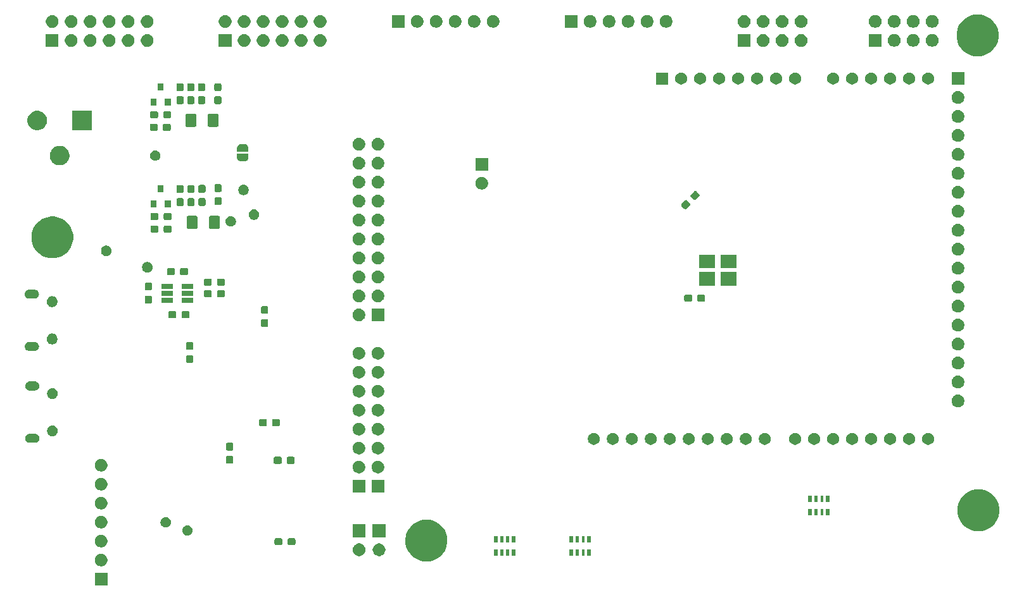
<source format=gbs>
G04 #@! TF.GenerationSoftware,KiCad,Pcbnew,5.1.6-c6e7f7d~87~ubuntu18.04.1*
G04 #@! TF.CreationDate,2020-08-07T10:09:02+01:00*
G04 #@! TF.ProjectId,arktika-fpga,61726b74-696b-4612-9d66-7067612e6b69,rev?*
G04 #@! TF.SameCoordinates,Original*
G04 #@! TF.FileFunction,Soldermask,Bot*
G04 #@! TF.FilePolarity,Negative*
%FSLAX46Y46*%
G04 Gerber Fmt 4.6, Leading zero omitted, Abs format (unit mm)*
G04 Created by KiCad (PCBNEW 5.1.6-c6e7f7d~87~ubuntu18.04.1) date 2020-08-07 10:09:02*
%MOMM*%
%LPD*%
G01*
G04 APERTURE LIST*
%ADD10C,0.100000*%
G04 APERTURE END LIST*
D10*
G36*
X95909500Y-137248000D02*
G01*
X94209500Y-137248000D01*
X94209500Y-135548000D01*
X95909500Y-135548000D01*
X95909500Y-137248000D01*
G37*
G36*
X95307436Y-133040665D02*
G01*
X95462126Y-133104739D01*
X95531576Y-133151145D01*
X95601344Y-133197762D01*
X95719738Y-133316156D01*
X95766355Y-133385924D01*
X95812761Y-133455374D01*
X95876835Y-133610064D01*
X95909500Y-133774282D01*
X95909500Y-133941718D01*
X95876835Y-134105936D01*
X95812761Y-134260626D01*
X95766355Y-134330076D01*
X95719738Y-134399844D01*
X95601344Y-134518238D01*
X95531576Y-134564855D01*
X95462126Y-134611261D01*
X95307436Y-134675335D01*
X95143218Y-134708000D01*
X94975782Y-134708000D01*
X94811564Y-134675335D01*
X94656874Y-134611261D01*
X94587424Y-134564855D01*
X94517656Y-134518238D01*
X94399262Y-134399844D01*
X94352645Y-134330076D01*
X94306239Y-134260626D01*
X94242165Y-134105936D01*
X94209500Y-133941718D01*
X94209500Y-133774282D01*
X94242165Y-133610064D01*
X94306239Y-133455374D01*
X94352645Y-133385924D01*
X94399262Y-133316156D01*
X94517656Y-133197762D01*
X94587424Y-133151145D01*
X94656874Y-133104739D01*
X94811564Y-133040665D01*
X94975782Y-133008000D01*
X95143218Y-133008000D01*
X95307436Y-133040665D01*
G37*
G36*
X139006094Y-128485867D02*
G01*
X139366730Y-128557602D01*
X139876297Y-128768672D01*
X140334896Y-129075098D01*
X140724902Y-129465104D01*
X141031328Y-129923703D01*
X141242398Y-130433270D01*
X141287052Y-130657761D01*
X141348171Y-130965026D01*
X141350000Y-130974224D01*
X141350000Y-131525776D01*
X141242398Y-132066730D01*
X141031328Y-132576297D01*
X140724902Y-133034896D01*
X140334896Y-133424902D01*
X139876297Y-133731328D01*
X139366730Y-133942398D01*
X139006094Y-134014133D01*
X138825777Y-134050000D01*
X138274223Y-134050000D01*
X138093906Y-134014133D01*
X137733270Y-133942398D01*
X137223703Y-133731328D01*
X136765104Y-133424902D01*
X136375098Y-133034896D01*
X136068672Y-132576297D01*
X135857602Y-132066730D01*
X135750000Y-131525776D01*
X135750000Y-130974224D01*
X135751830Y-130965026D01*
X135812948Y-130657761D01*
X135857602Y-130433270D01*
X136068672Y-129923703D01*
X136375098Y-129465104D01*
X136765104Y-129075098D01*
X137223703Y-128768672D01*
X137733270Y-128557602D01*
X138093906Y-128485867D01*
X138274223Y-128450000D01*
X138825777Y-128450000D01*
X139006094Y-128485867D01*
G37*
G36*
X129805936Y-131662665D02*
G01*
X129960626Y-131726739D01*
X130024543Y-131769448D01*
X130099844Y-131819762D01*
X130218238Y-131938156D01*
X130245020Y-131978239D01*
X130311261Y-132077374D01*
X130375335Y-132232064D01*
X130408000Y-132396282D01*
X130408000Y-132563718D01*
X130375335Y-132727936D01*
X130311261Y-132882626D01*
X130264855Y-132952076D01*
X130218238Y-133021844D01*
X130099844Y-133140238D01*
X130030076Y-133186855D01*
X129960626Y-133233261D01*
X129805936Y-133297335D01*
X129641718Y-133330000D01*
X129474282Y-133330000D01*
X129310064Y-133297335D01*
X129155374Y-133233261D01*
X129085924Y-133186855D01*
X129016156Y-133140238D01*
X128897762Y-133021844D01*
X128851145Y-132952076D01*
X128804739Y-132882626D01*
X128740665Y-132727936D01*
X128708000Y-132563718D01*
X128708000Y-132396282D01*
X128740665Y-132232064D01*
X128804739Y-132077374D01*
X128870980Y-131978239D01*
X128897762Y-131938156D01*
X129016156Y-131819762D01*
X129091457Y-131769448D01*
X129155374Y-131726739D01*
X129310064Y-131662665D01*
X129474282Y-131630000D01*
X129641718Y-131630000D01*
X129805936Y-131662665D01*
G37*
G36*
X132472936Y-131662665D02*
G01*
X132627626Y-131726739D01*
X132691543Y-131769448D01*
X132766844Y-131819762D01*
X132885238Y-131938156D01*
X132912020Y-131978239D01*
X132978261Y-132077374D01*
X133042335Y-132232064D01*
X133075000Y-132396282D01*
X133075000Y-132563718D01*
X133042335Y-132727936D01*
X132978261Y-132882626D01*
X132931855Y-132952076D01*
X132885238Y-133021844D01*
X132766844Y-133140238D01*
X132697076Y-133186855D01*
X132627626Y-133233261D01*
X132472936Y-133297335D01*
X132308718Y-133330000D01*
X132141282Y-133330000D01*
X131977064Y-133297335D01*
X131822374Y-133233261D01*
X131752924Y-133186855D01*
X131683156Y-133140238D01*
X131564762Y-133021844D01*
X131518145Y-132952076D01*
X131471739Y-132882626D01*
X131407665Y-132727936D01*
X131375000Y-132563718D01*
X131375000Y-132396282D01*
X131407665Y-132232064D01*
X131471739Y-132077374D01*
X131537980Y-131978239D01*
X131564762Y-131938156D01*
X131683156Y-131819762D01*
X131758457Y-131769448D01*
X131822374Y-131726739D01*
X131977064Y-131662665D01*
X132141282Y-131630000D01*
X132308718Y-131630000D01*
X132472936Y-131662665D01*
G37*
G36*
X159725000Y-133275000D02*
G01*
X159325000Y-133275000D01*
X159325000Y-132475000D01*
X159725000Y-132475000D01*
X159725000Y-133275000D01*
G37*
G36*
X158175000Y-133275000D02*
G01*
X157675000Y-133275000D01*
X157675000Y-132475000D01*
X158175000Y-132475000D01*
X158175000Y-133275000D01*
G37*
G36*
X158925000Y-133275000D02*
G01*
X158525000Y-133275000D01*
X158525000Y-132475000D01*
X158925000Y-132475000D01*
X158925000Y-133275000D01*
G37*
G36*
X150475000Y-133275000D02*
G01*
X149975000Y-133275000D01*
X149975000Y-132475000D01*
X150475000Y-132475000D01*
X150475000Y-133275000D01*
G37*
G36*
X148075000Y-133275000D02*
G01*
X147575000Y-133275000D01*
X147575000Y-132475000D01*
X148075000Y-132475000D01*
X148075000Y-133275000D01*
G37*
G36*
X148825000Y-133275000D02*
G01*
X148425000Y-133275000D01*
X148425000Y-132475000D01*
X148825000Y-132475000D01*
X148825000Y-133275000D01*
G37*
G36*
X160575000Y-133275000D02*
G01*
X160075000Y-133275000D01*
X160075000Y-132475000D01*
X160575000Y-132475000D01*
X160575000Y-133275000D01*
G37*
G36*
X149625000Y-133275000D02*
G01*
X149225000Y-133275000D01*
X149225000Y-132475000D01*
X149625000Y-132475000D01*
X149625000Y-133275000D01*
G37*
G36*
X95307436Y-130500665D02*
G01*
X95462126Y-130564739D01*
X95514897Y-130600000D01*
X95601344Y-130657762D01*
X95719738Y-130776156D01*
X95766355Y-130845924D01*
X95812761Y-130915374D01*
X95876835Y-131070064D01*
X95909500Y-131234282D01*
X95909500Y-131401718D01*
X95876835Y-131565936D01*
X95812761Y-131720626D01*
X95766355Y-131790076D01*
X95719738Y-131859844D01*
X95601344Y-131978238D01*
X95531576Y-132024855D01*
X95462126Y-132071261D01*
X95307436Y-132135335D01*
X95143218Y-132168000D01*
X94975782Y-132168000D01*
X94811564Y-132135335D01*
X94656874Y-132071261D01*
X94587424Y-132024855D01*
X94517656Y-131978238D01*
X94399262Y-131859844D01*
X94352645Y-131790076D01*
X94306239Y-131720626D01*
X94242165Y-131565936D01*
X94209500Y-131401718D01*
X94209500Y-131234282D01*
X94242165Y-131070064D01*
X94306239Y-130915374D01*
X94352645Y-130845924D01*
X94399262Y-130776156D01*
X94517656Y-130657762D01*
X94604103Y-130600000D01*
X94656874Y-130564739D01*
X94811564Y-130500665D01*
X94975782Y-130468000D01*
X95143218Y-130468000D01*
X95307436Y-130500665D01*
G37*
G36*
X120882921Y-130929271D02*
G01*
X120921798Y-130941064D01*
X120957618Y-130960211D01*
X120989019Y-130985981D01*
X121014789Y-131017382D01*
X121033936Y-131053202D01*
X121045729Y-131092079D01*
X121050000Y-131135447D01*
X121050000Y-131664553D01*
X121045729Y-131707921D01*
X121033936Y-131746798D01*
X121014789Y-131782618D01*
X120989019Y-131814019D01*
X120957618Y-131839789D01*
X120921798Y-131858936D01*
X120882921Y-131870729D01*
X120839553Y-131875000D01*
X120210447Y-131875000D01*
X120167079Y-131870729D01*
X120128202Y-131858936D01*
X120092382Y-131839789D01*
X120060981Y-131814019D01*
X120035211Y-131782618D01*
X120016064Y-131746798D01*
X120004271Y-131707921D01*
X120000000Y-131664553D01*
X120000000Y-131135447D01*
X120004271Y-131092079D01*
X120016064Y-131053202D01*
X120035211Y-131017382D01*
X120060981Y-130985981D01*
X120092382Y-130960211D01*
X120128202Y-130941064D01*
X120167079Y-130929271D01*
X120210447Y-130925000D01*
X120839553Y-130925000D01*
X120882921Y-130929271D01*
G37*
G36*
X119132921Y-130929271D02*
G01*
X119171798Y-130941064D01*
X119207618Y-130960211D01*
X119239019Y-130985981D01*
X119264789Y-131017382D01*
X119283936Y-131053202D01*
X119295729Y-131092079D01*
X119300000Y-131135447D01*
X119300000Y-131664553D01*
X119295729Y-131707921D01*
X119283936Y-131746798D01*
X119264789Y-131782618D01*
X119239019Y-131814019D01*
X119207618Y-131839789D01*
X119171798Y-131858936D01*
X119132921Y-131870729D01*
X119089553Y-131875000D01*
X118460447Y-131875000D01*
X118417079Y-131870729D01*
X118378202Y-131858936D01*
X118342382Y-131839789D01*
X118310981Y-131814019D01*
X118285211Y-131782618D01*
X118266064Y-131746798D01*
X118254271Y-131707921D01*
X118250000Y-131664553D01*
X118250000Y-131135447D01*
X118254271Y-131092079D01*
X118266064Y-131053202D01*
X118285211Y-131017382D01*
X118310981Y-130985981D01*
X118342382Y-130960211D01*
X118378202Y-130941064D01*
X118417079Y-130929271D01*
X118460447Y-130925000D01*
X119089553Y-130925000D01*
X119132921Y-130929271D01*
G37*
G36*
X148075000Y-131475000D02*
G01*
X147575000Y-131475000D01*
X147575000Y-130675000D01*
X148075000Y-130675000D01*
X148075000Y-131475000D01*
G37*
G36*
X149625000Y-131475000D02*
G01*
X149225000Y-131475000D01*
X149225000Y-130675000D01*
X149625000Y-130675000D01*
X149625000Y-131475000D01*
G37*
G36*
X148825000Y-131475000D02*
G01*
X148425000Y-131475000D01*
X148425000Y-130675000D01*
X148825000Y-130675000D01*
X148825000Y-131475000D01*
G37*
G36*
X150475000Y-131475000D02*
G01*
X149975000Y-131475000D01*
X149975000Y-130675000D01*
X150475000Y-130675000D01*
X150475000Y-131475000D01*
G37*
G36*
X158925000Y-131475000D02*
G01*
X158525000Y-131475000D01*
X158525000Y-130675000D01*
X158925000Y-130675000D01*
X158925000Y-131475000D01*
G37*
G36*
X159725000Y-131475000D02*
G01*
X159325000Y-131475000D01*
X159325000Y-130675000D01*
X159725000Y-130675000D01*
X159725000Y-131475000D01*
G37*
G36*
X158175000Y-131475000D02*
G01*
X157675000Y-131475000D01*
X157675000Y-130675000D01*
X158175000Y-130675000D01*
X158175000Y-131475000D01*
G37*
G36*
X160575000Y-131475000D02*
G01*
X160075000Y-131475000D01*
X160075000Y-130675000D01*
X160575000Y-130675000D01*
X160575000Y-131475000D01*
G37*
G36*
X133075000Y-130790000D02*
G01*
X131375000Y-130790000D01*
X131375000Y-129090000D01*
X133075000Y-129090000D01*
X133075000Y-130790000D01*
G37*
G36*
X130408000Y-130790000D02*
G01*
X128708000Y-130790000D01*
X128708000Y-129090000D01*
X130408000Y-129090000D01*
X130408000Y-130790000D01*
G37*
G36*
X106804182Y-129226901D02*
G01*
X106931574Y-129279668D01*
X107046224Y-129356274D01*
X107143726Y-129453776D01*
X107220332Y-129568426D01*
X107273099Y-129695818D01*
X107300000Y-129831056D01*
X107300000Y-129968944D01*
X107273099Y-130104182D01*
X107220332Y-130231574D01*
X107143726Y-130346224D01*
X107046224Y-130443726D01*
X106931574Y-130520332D01*
X106804182Y-130573099D01*
X106668944Y-130600000D01*
X106531056Y-130600000D01*
X106395818Y-130573099D01*
X106268426Y-130520332D01*
X106153776Y-130443726D01*
X106056274Y-130346224D01*
X105979668Y-130231574D01*
X105926901Y-130104182D01*
X105900000Y-129968944D01*
X105900000Y-129831056D01*
X105926901Y-129695818D01*
X105979668Y-129568426D01*
X106056274Y-129453776D01*
X106153776Y-129356274D01*
X106268426Y-129279668D01*
X106395818Y-129226901D01*
X106531056Y-129200000D01*
X106668944Y-129200000D01*
X106804182Y-129226901D01*
G37*
G36*
X212806094Y-124435867D02*
G01*
X213166730Y-124507602D01*
X213676297Y-124718672D01*
X214134896Y-125025098D01*
X214524902Y-125415104D01*
X214831328Y-125873703D01*
X215042398Y-126383270D01*
X215150000Y-126924224D01*
X215150000Y-127475776D01*
X215042398Y-128016730D01*
X214831328Y-128526297D01*
X214524902Y-128984896D01*
X214134896Y-129374902D01*
X213676297Y-129681328D01*
X213166730Y-129892398D01*
X212806094Y-129964133D01*
X212625777Y-130000000D01*
X212074223Y-130000000D01*
X211893906Y-129964133D01*
X211533270Y-129892398D01*
X211023703Y-129681328D01*
X210565104Y-129374902D01*
X210175098Y-128984896D01*
X209868672Y-128526297D01*
X209657602Y-128016730D01*
X209550000Y-127475776D01*
X209550000Y-126924224D01*
X209657602Y-126383270D01*
X209868672Y-125873703D01*
X210175098Y-125415104D01*
X210565104Y-125025098D01*
X211023703Y-124718672D01*
X211533270Y-124507602D01*
X211893906Y-124435867D01*
X212074223Y-124400000D01*
X212625777Y-124400000D01*
X212806094Y-124435867D01*
G37*
G36*
X95307436Y-127960665D02*
G01*
X95462126Y-128024739D01*
X95531576Y-128071145D01*
X95601344Y-128117762D01*
X95719738Y-128236156D01*
X95733180Y-128256274D01*
X95812761Y-128375374D01*
X95876835Y-128530064D01*
X95909500Y-128694282D01*
X95909500Y-128861718D01*
X95876835Y-129025936D01*
X95812761Y-129180626D01*
X95768930Y-129246223D01*
X95719738Y-129319844D01*
X95601344Y-129438238D01*
X95531576Y-129484855D01*
X95462126Y-129531261D01*
X95307436Y-129595335D01*
X95143218Y-129628000D01*
X94975782Y-129628000D01*
X94811564Y-129595335D01*
X94656874Y-129531261D01*
X94587424Y-129484855D01*
X94517656Y-129438238D01*
X94399262Y-129319844D01*
X94350070Y-129246223D01*
X94306239Y-129180626D01*
X94242165Y-129025936D01*
X94209500Y-128861718D01*
X94209500Y-128694282D01*
X94242165Y-128530064D01*
X94306239Y-128375374D01*
X94385820Y-128256274D01*
X94399262Y-128236156D01*
X94517656Y-128117762D01*
X94587424Y-128071145D01*
X94656874Y-128024739D01*
X94811564Y-127960665D01*
X94975782Y-127928000D01*
X95143218Y-127928000D01*
X95307436Y-127960665D01*
G37*
G36*
X103904182Y-128126901D02*
G01*
X104031574Y-128179668D01*
X104146224Y-128256274D01*
X104243726Y-128353776D01*
X104320332Y-128468426D01*
X104373099Y-128595818D01*
X104400000Y-128731056D01*
X104400000Y-128868944D01*
X104373099Y-129004182D01*
X104320332Y-129131574D01*
X104243726Y-129246224D01*
X104146224Y-129343726D01*
X104031574Y-129420332D01*
X103904182Y-129473099D01*
X103768944Y-129500000D01*
X103631056Y-129500000D01*
X103495818Y-129473099D01*
X103368426Y-129420332D01*
X103253776Y-129343726D01*
X103156274Y-129246224D01*
X103079668Y-129131574D01*
X103026901Y-129004182D01*
X103000000Y-128868944D01*
X103000000Y-128731056D01*
X103026901Y-128595818D01*
X103079668Y-128468426D01*
X103156274Y-128353776D01*
X103253776Y-128256274D01*
X103368426Y-128179668D01*
X103495818Y-128126901D01*
X103631056Y-128100000D01*
X103768944Y-128100000D01*
X103904182Y-128126901D01*
G37*
G36*
X191637000Y-127861000D02*
G01*
X191237000Y-127861000D01*
X191237000Y-127061000D01*
X191637000Y-127061000D01*
X191637000Y-127861000D01*
G37*
G36*
X192487000Y-127861000D02*
G01*
X191987000Y-127861000D01*
X191987000Y-127061000D01*
X192487000Y-127061000D01*
X192487000Y-127861000D01*
G37*
G36*
X190087000Y-127861000D02*
G01*
X189587000Y-127861000D01*
X189587000Y-127061000D01*
X190087000Y-127061000D01*
X190087000Y-127861000D01*
G37*
G36*
X190837000Y-127861000D02*
G01*
X190437000Y-127861000D01*
X190437000Y-127061000D01*
X190837000Y-127061000D01*
X190837000Y-127861000D01*
G37*
G36*
X95307436Y-125420665D02*
G01*
X95462126Y-125484739D01*
X95531576Y-125531145D01*
X95601344Y-125577762D01*
X95719738Y-125696156D01*
X95766355Y-125765924D01*
X95812761Y-125835374D01*
X95876835Y-125990064D01*
X95909500Y-126154282D01*
X95909500Y-126321718D01*
X95876835Y-126485936D01*
X95812761Y-126640626D01*
X95766355Y-126710076D01*
X95719738Y-126779844D01*
X95601344Y-126898238D01*
X95531576Y-126944855D01*
X95462126Y-126991261D01*
X95307436Y-127055335D01*
X95143218Y-127088000D01*
X94975782Y-127088000D01*
X94811564Y-127055335D01*
X94656874Y-126991261D01*
X94587424Y-126944855D01*
X94517656Y-126898238D01*
X94399262Y-126779844D01*
X94352645Y-126710076D01*
X94306239Y-126640626D01*
X94242165Y-126485936D01*
X94209500Y-126321718D01*
X94209500Y-126154282D01*
X94242165Y-125990064D01*
X94306239Y-125835374D01*
X94352645Y-125765924D01*
X94399262Y-125696156D01*
X94517656Y-125577762D01*
X94587424Y-125531145D01*
X94656874Y-125484739D01*
X94811564Y-125420665D01*
X94975782Y-125388000D01*
X95143218Y-125388000D01*
X95307436Y-125420665D01*
G37*
G36*
X190087000Y-126061000D02*
G01*
X189587000Y-126061000D01*
X189587000Y-125261000D01*
X190087000Y-125261000D01*
X190087000Y-126061000D01*
G37*
G36*
X190837000Y-126061000D02*
G01*
X190437000Y-126061000D01*
X190437000Y-125261000D01*
X190837000Y-125261000D01*
X190837000Y-126061000D01*
G37*
G36*
X192487000Y-126061000D02*
G01*
X191987000Y-126061000D01*
X191987000Y-125261000D01*
X192487000Y-125261000D01*
X192487000Y-126061000D01*
G37*
G36*
X191637000Y-126061000D02*
G01*
X191237000Y-126061000D01*
X191237000Y-125261000D01*
X191637000Y-125261000D01*
X191637000Y-126061000D01*
G37*
G36*
X132917300Y-124785000D02*
G01*
X131217300Y-124785000D01*
X131217300Y-123085000D01*
X132917300Y-123085000D01*
X132917300Y-124785000D01*
G37*
G36*
X130375000Y-124785000D02*
G01*
X128675000Y-124785000D01*
X128675000Y-123085000D01*
X130375000Y-123085000D01*
X130375000Y-124785000D01*
G37*
G36*
X95307436Y-122880665D02*
G01*
X95462126Y-122944739D01*
X95531576Y-122991145D01*
X95601344Y-123037762D01*
X95719738Y-123156156D01*
X95766355Y-123225924D01*
X95812761Y-123295374D01*
X95876835Y-123450064D01*
X95909500Y-123614282D01*
X95909500Y-123781718D01*
X95876835Y-123945936D01*
X95812761Y-124100626D01*
X95766355Y-124170076D01*
X95719738Y-124239844D01*
X95601344Y-124358238D01*
X95538842Y-124400000D01*
X95462126Y-124451261D01*
X95307436Y-124515335D01*
X95143218Y-124548000D01*
X94975782Y-124548000D01*
X94811564Y-124515335D01*
X94656874Y-124451261D01*
X94580158Y-124400000D01*
X94517656Y-124358238D01*
X94399262Y-124239844D01*
X94352645Y-124170076D01*
X94306239Y-124100626D01*
X94242165Y-123945936D01*
X94209500Y-123781718D01*
X94209500Y-123614282D01*
X94242165Y-123450064D01*
X94306239Y-123295374D01*
X94352645Y-123225924D01*
X94399262Y-123156156D01*
X94517656Y-123037762D01*
X94587424Y-122991145D01*
X94656874Y-122944739D01*
X94811564Y-122880665D01*
X94975782Y-122848000D01*
X95143218Y-122848000D01*
X95307436Y-122880665D01*
G37*
G36*
X129772936Y-120577665D02*
G01*
X129927626Y-120641739D01*
X129997076Y-120688145D01*
X130066844Y-120734762D01*
X130185238Y-120853156D01*
X130225905Y-120914019D01*
X130278261Y-120992374D01*
X130342335Y-121147064D01*
X130375000Y-121311282D01*
X130375000Y-121478718D01*
X130342335Y-121642936D01*
X130278261Y-121797626D01*
X130231855Y-121867076D01*
X130185238Y-121936844D01*
X130066844Y-122055238D01*
X129997076Y-122101855D01*
X129927626Y-122148261D01*
X129772936Y-122212335D01*
X129608718Y-122245000D01*
X129441282Y-122245000D01*
X129277064Y-122212335D01*
X129122374Y-122148261D01*
X129052924Y-122101855D01*
X128983156Y-122055238D01*
X128864762Y-121936844D01*
X128818145Y-121867076D01*
X128771739Y-121797626D01*
X128707665Y-121642936D01*
X128675000Y-121478718D01*
X128675000Y-121311282D01*
X128707665Y-121147064D01*
X128771739Y-120992374D01*
X128824095Y-120914019D01*
X128864762Y-120853156D01*
X128983156Y-120734762D01*
X129052924Y-120688145D01*
X129122374Y-120641739D01*
X129277064Y-120577665D01*
X129441282Y-120545000D01*
X129608718Y-120545000D01*
X129772936Y-120577665D01*
G37*
G36*
X132315236Y-120577665D02*
G01*
X132469926Y-120641739D01*
X132539376Y-120688145D01*
X132609144Y-120734762D01*
X132727538Y-120853156D01*
X132768205Y-120914019D01*
X132820561Y-120992374D01*
X132884635Y-121147064D01*
X132917300Y-121311282D01*
X132917300Y-121478718D01*
X132884635Y-121642936D01*
X132820561Y-121797626D01*
X132774155Y-121867076D01*
X132727538Y-121936844D01*
X132609144Y-122055238D01*
X132539376Y-122101855D01*
X132469926Y-122148261D01*
X132315236Y-122212335D01*
X132151018Y-122245000D01*
X131983582Y-122245000D01*
X131819364Y-122212335D01*
X131664674Y-122148261D01*
X131595224Y-122101855D01*
X131525456Y-122055238D01*
X131407062Y-121936844D01*
X131360445Y-121867076D01*
X131314039Y-121797626D01*
X131249965Y-121642936D01*
X131217300Y-121478718D01*
X131217300Y-121311282D01*
X131249965Y-121147064D01*
X131314039Y-120992374D01*
X131366395Y-120914019D01*
X131407062Y-120853156D01*
X131525456Y-120734762D01*
X131595224Y-120688145D01*
X131664674Y-120641739D01*
X131819364Y-120577665D01*
X131983582Y-120545000D01*
X132151018Y-120545000D01*
X132315236Y-120577665D01*
G37*
G36*
X95307436Y-120340665D02*
G01*
X95462126Y-120404739D01*
X95531576Y-120451145D01*
X95601344Y-120497762D01*
X95719738Y-120616156D01*
X95766355Y-120685924D01*
X95812761Y-120755374D01*
X95876835Y-120910064D01*
X95909500Y-121074282D01*
X95909500Y-121241718D01*
X95876835Y-121405936D01*
X95812761Y-121560626D01*
X95766355Y-121630076D01*
X95719738Y-121699844D01*
X95601344Y-121818238D01*
X95531576Y-121864855D01*
X95462126Y-121911261D01*
X95307436Y-121975335D01*
X95143218Y-122008000D01*
X94975782Y-122008000D01*
X94811564Y-121975335D01*
X94656874Y-121911261D01*
X94587424Y-121864855D01*
X94517656Y-121818238D01*
X94399262Y-121699844D01*
X94352645Y-121630076D01*
X94306239Y-121560626D01*
X94242165Y-121405936D01*
X94209500Y-121241718D01*
X94209500Y-121074282D01*
X94242165Y-120910064D01*
X94306239Y-120755374D01*
X94352645Y-120685924D01*
X94399262Y-120616156D01*
X94517656Y-120497762D01*
X94587424Y-120451145D01*
X94656874Y-120404739D01*
X94811564Y-120340665D01*
X94975782Y-120308000D01*
X95143218Y-120308000D01*
X95307436Y-120340665D01*
G37*
G36*
X120782921Y-120029271D02*
G01*
X120821798Y-120041064D01*
X120857618Y-120060211D01*
X120889019Y-120085981D01*
X120914789Y-120117382D01*
X120933936Y-120153202D01*
X120945729Y-120192079D01*
X120950000Y-120235447D01*
X120950000Y-120764553D01*
X120945729Y-120807921D01*
X120933936Y-120846798D01*
X120914789Y-120882618D01*
X120889019Y-120914019D01*
X120857618Y-120939789D01*
X120821798Y-120958936D01*
X120782921Y-120970729D01*
X120739553Y-120975000D01*
X120110447Y-120975000D01*
X120067079Y-120970729D01*
X120028202Y-120958936D01*
X119992382Y-120939789D01*
X119960981Y-120914019D01*
X119935211Y-120882618D01*
X119916064Y-120846798D01*
X119904271Y-120807921D01*
X119900000Y-120764553D01*
X119900000Y-120235447D01*
X119904271Y-120192079D01*
X119916064Y-120153202D01*
X119935211Y-120117382D01*
X119960981Y-120085981D01*
X119992382Y-120060211D01*
X120028202Y-120041064D01*
X120067079Y-120029271D01*
X120110447Y-120025000D01*
X120739553Y-120025000D01*
X120782921Y-120029271D01*
G37*
G36*
X119032921Y-120029271D02*
G01*
X119071798Y-120041064D01*
X119107618Y-120060211D01*
X119139019Y-120085981D01*
X119164789Y-120117382D01*
X119183936Y-120153202D01*
X119195729Y-120192079D01*
X119200000Y-120235447D01*
X119200000Y-120764553D01*
X119195729Y-120807921D01*
X119183936Y-120846798D01*
X119164789Y-120882618D01*
X119139019Y-120914019D01*
X119107618Y-120939789D01*
X119071798Y-120958936D01*
X119032921Y-120970729D01*
X118989553Y-120975000D01*
X118360447Y-120975000D01*
X118317079Y-120970729D01*
X118278202Y-120958936D01*
X118242382Y-120939789D01*
X118210981Y-120914019D01*
X118185211Y-120882618D01*
X118166064Y-120846798D01*
X118154271Y-120807921D01*
X118150000Y-120764553D01*
X118150000Y-120235447D01*
X118154271Y-120192079D01*
X118166064Y-120153202D01*
X118185211Y-120117382D01*
X118210981Y-120085981D01*
X118242382Y-120060211D01*
X118278202Y-120041064D01*
X118317079Y-120029271D01*
X118360447Y-120025000D01*
X118989553Y-120025000D01*
X119032921Y-120029271D01*
G37*
G36*
X112557921Y-119904271D02*
G01*
X112596798Y-119916064D01*
X112632618Y-119935211D01*
X112664019Y-119960981D01*
X112689789Y-119992382D01*
X112708936Y-120028202D01*
X112720729Y-120067079D01*
X112725000Y-120110447D01*
X112725000Y-120739553D01*
X112720729Y-120782921D01*
X112708936Y-120821798D01*
X112689789Y-120857618D01*
X112664019Y-120889019D01*
X112632618Y-120914789D01*
X112596798Y-120933936D01*
X112557921Y-120945729D01*
X112514553Y-120950000D01*
X111985447Y-120950000D01*
X111942079Y-120945729D01*
X111903202Y-120933936D01*
X111867382Y-120914789D01*
X111835981Y-120889019D01*
X111810211Y-120857618D01*
X111791064Y-120821798D01*
X111779271Y-120782921D01*
X111775000Y-120739553D01*
X111775000Y-120110447D01*
X111779271Y-120067079D01*
X111791064Y-120028202D01*
X111810211Y-119992382D01*
X111835981Y-119960981D01*
X111867382Y-119935211D01*
X111903202Y-119916064D01*
X111942079Y-119904271D01*
X111985447Y-119900000D01*
X112514553Y-119900000D01*
X112557921Y-119904271D01*
G37*
G36*
X132315236Y-118037665D02*
G01*
X132469926Y-118101739D01*
X132539376Y-118148145D01*
X132609144Y-118194762D01*
X132727538Y-118313156D01*
X132774155Y-118382924D01*
X132820561Y-118452374D01*
X132884635Y-118607064D01*
X132917300Y-118771282D01*
X132917300Y-118938718D01*
X132884635Y-119102936D01*
X132820561Y-119257626D01*
X132774155Y-119327076D01*
X132727538Y-119396844D01*
X132609144Y-119515238D01*
X132539376Y-119561855D01*
X132469926Y-119608261D01*
X132315236Y-119672335D01*
X132151018Y-119705000D01*
X131983582Y-119705000D01*
X131819364Y-119672335D01*
X131664674Y-119608261D01*
X131595224Y-119561855D01*
X131525456Y-119515238D01*
X131407062Y-119396844D01*
X131360445Y-119327076D01*
X131314039Y-119257626D01*
X131249965Y-119102936D01*
X131217300Y-118938718D01*
X131217300Y-118771282D01*
X131249965Y-118607064D01*
X131314039Y-118452374D01*
X131360445Y-118382924D01*
X131407062Y-118313156D01*
X131525456Y-118194762D01*
X131595224Y-118148145D01*
X131664674Y-118101739D01*
X131819364Y-118037665D01*
X131983582Y-118005000D01*
X132151018Y-118005000D01*
X132315236Y-118037665D01*
G37*
G36*
X129772936Y-118037665D02*
G01*
X129927626Y-118101739D01*
X129997076Y-118148145D01*
X130066844Y-118194762D01*
X130185238Y-118313156D01*
X130231855Y-118382924D01*
X130278261Y-118452374D01*
X130342335Y-118607064D01*
X130375000Y-118771282D01*
X130375000Y-118938718D01*
X130342335Y-119102936D01*
X130278261Y-119257626D01*
X130231855Y-119327076D01*
X130185238Y-119396844D01*
X130066844Y-119515238D01*
X129997076Y-119561855D01*
X129927626Y-119608261D01*
X129772936Y-119672335D01*
X129608718Y-119705000D01*
X129441282Y-119705000D01*
X129277064Y-119672335D01*
X129122374Y-119608261D01*
X129052924Y-119561855D01*
X128983156Y-119515238D01*
X128864762Y-119396844D01*
X128818145Y-119327076D01*
X128771739Y-119257626D01*
X128707665Y-119102936D01*
X128675000Y-118938718D01*
X128675000Y-118771282D01*
X128707665Y-118607064D01*
X128771739Y-118452374D01*
X128818145Y-118382924D01*
X128864762Y-118313156D01*
X128983156Y-118194762D01*
X129052924Y-118148145D01*
X129122374Y-118101739D01*
X129277064Y-118037665D01*
X129441282Y-118005000D01*
X129608718Y-118005000D01*
X129772936Y-118037665D01*
G37*
G36*
X112557921Y-118154271D02*
G01*
X112596798Y-118166064D01*
X112632618Y-118185211D01*
X112664019Y-118210981D01*
X112689789Y-118242382D01*
X112708936Y-118278202D01*
X112720729Y-118317079D01*
X112725000Y-118360447D01*
X112725000Y-118989553D01*
X112720729Y-119032921D01*
X112708936Y-119071798D01*
X112689789Y-119107618D01*
X112664019Y-119139019D01*
X112632618Y-119164789D01*
X112596798Y-119183936D01*
X112557921Y-119195729D01*
X112514553Y-119200000D01*
X111985447Y-119200000D01*
X111942079Y-119195729D01*
X111903202Y-119183936D01*
X111867382Y-119164789D01*
X111835981Y-119139019D01*
X111810211Y-119107618D01*
X111791064Y-119071798D01*
X111779271Y-119032921D01*
X111775000Y-118989553D01*
X111775000Y-118360447D01*
X111779271Y-118317079D01*
X111791064Y-118278202D01*
X111810211Y-118242382D01*
X111835981Y-118210981D01*
X111867382Y-118185211D01*
X111903202Y-118166064D01*
X111942079Y-118154271D01*
X111985447Y-118150000D01*
X112514553Y-118150000D01*
X112557921Y-118154271D01*
G37*
G36*
X195605312Y-116840248D02*
G01*
X195708351Y-116860743D01*
X195853942Y-116921049D01*
X195984970Y-117008599D01*
X196096401Y-117120030D01*
X196183951Y-117251058D01*
X196244257Y-117396649D01*
X196275000Y-117551207D01*
X196275000Y-117708793D01*
X196244257Y-117863351D01*
X196183951Y-118008942D01*
X196096401Y-118139970D01*
X195984970Y-118251401D01*
X195853942Y-118338951D01*
X195708351Y-118399257D01*
X195605312Y-118419752D01*
X195553794Y-118430000D01*
X195396206Y-118430000D01*
X195344688Y-118419752D01*
X195241649Y-118399257D01*
X195096058Y-118338951D01*
X194965030Y-118251401D01*
X194853599Y-118139970D01*
X194766049Y-118008942D01*
X194705743Y-117863351D01*
X194675000Y-117708793D01*
X194675000Y-117551207D01*
X194705743Y-117396649D01*
X194766049Y-117251058D01*
X194853599Y-117120030D01*
X194965030Y-117008599D01*
X195096058Y-116921049D01*
X195241649Y-116860743D01*
X195344688Y-116840248D01*
X195396206Y-116830000D01*
X195553794Y-116830000D01*
X195605312Y-116840248D01*
G37*
G36*
X198145312Y-116840248D02*
G01*
X198248351Y-116860743D01*
X198393942Y-116921049D01*
X198524970Y-117008599D01*
X198636401Y-117120030D01*
X198723951Y-117251058D01*
X198784257Y-117396649D01*
X198815000Y-117551207D01*
X198815000Y-117708793D01*
X198784257Y-117863351D01*
X198723951Y-118008942D01*
X198636401Y-118139970D01*
X198524970Y-118251401D01*
X198393942Y-118338951D01*
X198248351Y-118399257D01*
X198145312Y-118419752D01*
X198093794Y-118430000D01*
X197936206Y-118430000D01*
X197884688Y-118419752D01*
X197781649Y-118399257D01*
X197636058Y-118338951D01*
X197505030Y-118251401D01*
X197393599Y-118139970D01*
X197306049Y-118008942D01*
X197245743Y-117863351D01*
X197215000Y-117708793D01*
X197215000Y-117551207D01*
X197245743Y-117396649D01*
X197306049Y-117251058D01*
X197393599Y-117120030D01*
X197505030Y-117008599D01*
X197636058Y-116921049D01*
X197781649Y-116860743D01*
X197884688Y-116840248D01*
X197936206Y-116830000D01*
X198093794Y-116830000D01*
X198145312Y-116840248D01*
G37*
G36*
X166145312Y-116840248D02*
G01*
X166248351Y-116860743D01*
X166393942Y-116921049D01*
X166524970Y-117008599D01*
X166636401Y-117120030D01*
X166723951Y-117251058D01*
X166784257Y-117396649D01*
X166815000Y-117551207D01*
X166815000Y-117708793D01*
X166784257Y-117863351D01*
X166723951Y-118008942D01*
X166636401Y-118139970D01*
X166524970Y-118251401D01*
X166393942Y-118338951D01*
X166248351Y-118399257D01*
X166145312Y-118419752D01*
X166093794Y-118430000D01*
X165936206Y-118430000D01*
X165884688Y-118419752D01*
X165781649Y-118399257D01*
X165636058Y-118338951D01*
X165505030Y-118251401D01*
X165393599Y-118139970D01*
X165306049Y-118008942D01*
X165245743Y-117863351D01*
X165215000Y-117708793D01*
X165215000Y-117551207D01*
X165245743Y-117396649D01*
X165306049Y-117251058D01*
X165393599Y-117120030D01*
X165505030Y-117008599D01*
X165636058Y-116921049D01*
X165781649Y-116860743D01*
X165884688Y-116840248D01*
X165936206Y-116830000D01*
X166093794Y-116830000D01*
X166145312Y-116840248D01*
G37*
G36*
X173765312Y-116840248D02*
G01*
X173868351Y-116860743D01*
X174013942Y-116921049D01*
X174144970Y-117008599D01*
X174256401Y-117120030D01*
X174343951Y-117251058D01*
X174404257Y-117396649D01*
X174435000Y-117551207D01*
X174435000Y-117708793D01*
X174404257Y-117863351D01*
X174343951Y-118008942D01*
X174256401Y-118139970D01*
X174144970Y-118251401D01*
X174013942Y-118338951D01*
X173868351Y-118399257D01*
X173765312Y-118419752D01*
X173713794Y-118430000D01*
X173556206Y-118430000D01*
X173504688Y-118419752D01*
X173401649Y-118399257D01*
X173256058Y-118338951D01*
X173125030Y-118251401D01*
X173013599Y-118139970D01*
X172926049Y-118008942D01*
X172865743Y-117863351D01*
X172835000Y-117708793D01*
X172835000Y-117551207D01*
X172865743Y-117396649D01*
X172926049Y-117251058D01*
X173013599Y-117120030D01*
X173125030Y-117008599D01*
X173256058Y-116921049D01*
X173401649Y-116860743D01*
X173504688Y-116840248D01*
X173556206Y-116830000D01*
X173713794Y-116830000D01*
X173765312Y-116840248D01*
G37*
G36*
X163605312Y-116840248D02*
G01*
X163708351Y-116860743D01*
X163853942Y-116921049D01*
X163984970Y-117008599D01*
X164096401Y-117120030D01*
X164183951Y-117251058D01*
X164244257Y-117396649D01*
X164275000Y-117551207D01*
X164275000Y-117708793D01*
X164244257Y-117863351D01*
X164183951Y-118008942D01*
X164096401Y-118139970D01*
X163984970Y-118251401D01*
X163853942Y-118338951D01*
X163708351Y-118399257D01*
X163605312Y-118419752D01*
X163553794Y-118430000D01*
X163396206Y-118430000D01*
X163344688Y-118419752D01*
X163241649Y-118399257D01*
X163096058Y-118338951D01*
X162965030Y-118251401D01*
X162853599Y-118139970D01*
X162766049Y-118008942D01*
X162705743Y-117863351D01*
X162675000Y-117708793D01*
X162675000Y-117551207D01*
X162705743Y-117396649D01*
X162766049Y-117251058D01*
X162853599Y-117120030D01*
X162965030Y-117008599D01*
X163096058Y-116921049D01*
X163241649Y-116860743D01*
X163344688Y-116840248D01*
X163396206Y-116830000D01*
X163553794Y-116830000D01*
X163605312Y-116840248D01*
G37*
G36*
X178845312Y-116840248D02*
G01*
X178948351Y-116860743D01*
X179093942Y-116921049D01*
X179224970Y-117008599D01*
X179336401Y-117120030D01*
X179423951Y-117251058D01*
X179484257Y-117396649D01*
X179515000Y-117551207D01*
X179515000Y-117708793D01*
X179484257Y-117863351D01*
X179423951Y-118008942D01*
X179336401Y-118139970D01*
X179224970Y-118251401D01*
X179093942Y-118338951D01*
X178948351Y-118399257D01*
X178845312Y-118419752D01*
X178793794Y-118430000D01*
X178636206Y-118430000D01*
X178584688Y-118419752D01*
X178481649Y-118399257D01*
X178336058Y-118338951D01*
X178205030Y-118251401D01*
X178093599Y-118139970D01*
X178006049Y-118008942D01*
X177945743Y-117863351D01*
X177915000Y-117708793D01*
X177915000Y-117551207D01*
X177945743Y-117396649D01*
X178006049Y-117251058D01*
X178093599Y-117120030D01*
X178205030Y-117008599D01*
X178336058Y-116921049D01*
X178481649Y-116860743D01*
X178584688Y-116840248D01*
X178636206Y-116830000D01*
X178793794Y-116830000D01*
X178845312Y-116840248D01*
G37*
G36*
X181385312Y-116840248D02*
G01*
X181488351Y-116860743D01*
X181633942Y-116921049D01*
X181764970Y-117008599D01*
X181876401Y-117120030D01*
X181963951Y-117251058D01*
X182024257Y-117396649D01*
X182055000Y-117551207D01*
X182055000Y-117708793D01*
X182024257Y-117863351D01*
X181963951Y-118008942D01*
X181876401Y-118139970D01*
X181764970Y-118251401D01*
X181633942Y-118338951D01*
X181488351Y-118399257D01*
X181385312Y-118419752D01*
X181333794Y-118430000D01*
X181176206Y-118430000D01*
X181124688Y-118419752D01*
X181021649Y-118399257D01*
X180876058Y-118338951D01*
X180745030Y-118251401D01*
X180633599Y-118139970D01*
X180546049Y-118008942D01*
X180485743Y-117863351D01*
X180455000Y-117708793D01*
X180455000Y-117551207D01*
X180485743Y-117396649D01*
X180546049Y-117251058D01*
X180633599Y-117120030D01*
X180745030Y-117008599D01*
X180876058Y-116921049D01*
X181021649Y-116860743D01*
X181124688Y-116840248D01*
X181176206Y-116830000D01*
X181333794Y-116830000D01*
X181385312Y-116840248D01*
G37*
G36*
X183925312Y-116840248D02*
G01*
X184028351Y-116860743D01*
X184173942Y-116921049D01*
X184304970Y-117008599D01*
X184416401Y-117120030D01*
X184503951Y-117251058D01*
X184564257Y-117396649D01*
X184595000Y-117551207D01*
X184595000Y-117708793D01*
X184564257Y-117863351D01*
X184503951Y-118008942D01*
X184416401Y-118139970D01*
X184304970Y-118251401D01*
X184173942Y-118338951D01*
X184028351Y-118399257D01*
X183925312Y-118419752D01*
X183873794Y-118430000D01*
X183716206Y-118430000D01*
X183664688Y-118419752D01*
X183561649Y-118399257D01*
X183416058Y-118338951D01*
X183285030Y-118251401D01*
X183173599Y-118139970D01*
X183086049Y-118008942D01*
X183025743Y-117863351D01*
X182995000Y-117708793D01*
X182995000Y-117551207D01*
X183025743Y-117396649D01*
X183086049Y-117251058D01*
X183173599Y-117120030D01*
X183285030Y-117008599D01*
X183416058Y-116921049D01*
X183561649Y-116860743D01*
X183664688Y-116840248D01*
X183716206Y-116830000D01*
X183873794Y-116830000D01*
X183925312Y-116840248D01*
G37*
G36*
X161065312Y-116840248D02*
G01*
X161168351Y-116860743D01*
X161313942Y-116921049D01*
X161444970Y-117008599D01*
X161556401Y-117120030D01*
X161643951Y-117251058D01*
X161704257Y-117396649D01*
X161735000Y-117551207D01*
X161735000Y-117708793D01*
X161704257Y-117863351D01*
X161643951Y-118008942D01*
X161556401Y-118139970D01*
X161444970Y-118251401D01*
X161313942Y-118338951D01*
X161168351Y-118399257D01*
X161065312Y-118419752D01*
X161013794Y-118430000D01*
X160856206Y-118430000D01*
X160804688Y-118419752D01*
X160701649Y-118399257D01*
X160556058Y-118338951D01*
X160425030Y-118251401D01*
X160313599Y-118139970D01*
X160226049Y-118008942D01*
X160165743Y-117863351D01*
X160135000Y-117708793D01*
X160135000Y-117551207D01*
X160165743Y-117396649D01*
X160226049Y-117251058D01*
X160313599Y-117120030D01*
X160425030Y-117008599D01*
X160556058Y-116921049D01*
X160701649Y-116860743D01*
X160804688Y-116840248D01*
X160856206Y-116830000D01*
X161013794Y-116830000D01*
X161065312Y-116840248D01*
G37*
G36*
X200685312Y-116840248D02*
G01*
X200788351Y-116860743D01*
X200933942Y-116921049D01*
X201064970Y-117008599D01*
X201176401Y-117120030D01*
X201263951Y-117251058D01*
X201324257Y-117396649D01*
X201355000Y-117551207D01*
X201355000Y-117708793D01*
X201324257Y-117863351D01*
X201263951Y-118008942D01*
X201176401Y-118139970D01*
X201064970Y-118251401D01*
X200933942Y-118338951D01*
X200788351Y-118399257D01*
X200685312Y-118419752D01*
X200633794Y-118430000D01*
X200476206Y-118430000D01*
X200424688Y-118419752D01*
X200321649Y-118399257D01*
X200176058Y-118338951D01*
X200045030Y-118251401D01*
X199933599Y-118139970D01*
X199846049Y-118008942D01*
X199785743Y-117863351D01*
X199755000Y-117708793D01*
X199755000Y-117551207D01*
X199785743Y-117396649D01*
X199846049Y-117251058D01*
X199933599Y-117120030D01*
X200045030Y-117008599D01*
X200176058Y-116921049D01*
X200321649Y-116860743D01*
X200424688Y-116840248D01*
X200476206Y-116830000D01*
X200633794Y-116830000D01*
X200685312Y-116840248D01*
G37*
G36*
X190525312Y-116840248D02*
G01*
X190628351Y-116860743D01*
X190773942Y-116921049D01*
X190904970Y-117008599D01*
X191016401Y-117120030D01*
X191103951Y-117251058D01*
X191164257Y-117396649D01*
X191195000Y-117551207D01*
X191195000Y-117708793D01*
X191164257Y-117863351D01*
X191103951Y-118008942D01*
X191016401Y-118139970D01*
X190904970Y-118251401D01*
X190773942Y-118338951D01*
X190628351Y-118399257D01*
X190525312Y-118419752D01*
X190473794Y-118430000D01*
X190316206Y-118430000D01*
X190264688Y-118419752D01*
X190161649Y-118399257D01*
X190016058Y-118338951D01*
X189885030Y-118251401D01*
X189773599Y-118139970D01*
X189686049Y-118008942D01*
X189625743Y-117863351D01*
X189595000Y-117708793D01*
X189595000Y-117551207D01*
X189625743Y-117396649D01*
X189686049Y-117251058D01*
X189773599Y-117120030D01*
X189885030Y-117008599D01*
X190016058Y-116921049D01*
X190161649Y-116860743D01*
X190264688Y-116840248D01*
X190316206Y-116830000D01*
X190473794Y-116830000D01*
X190525312Y-116840248D01*
G37*
G36*
X193065312Y-116840248D02*
G01*
X193168351Y-116860743D01*
X193313942Y-116921049D01*
X193444970Y-117008599D01*
X193556401Y-117120030D01*
X193643951Y-117251058D01*
X193704257Y-117396649D01*
X193735000Y-117551207D01*
X193735000Y-117708793D01*
X193704257Y-117863351D01*
X193643951Y-118008942D01*
X193556401Y-118139970D01*
X193444970Y-118251401D01*
X193313942Y-118338951D01*
X193168351Y-118399257D01*
X193065312Y-118419752D01*
X193013794Y-118430000D01*
X192856206Y-118430000D01*
X192804688Y-118419752D01*
X192701649Y-118399257D01*
X192556058Y-118338951D01*
X192425030Y-118251401D01*
X192313599Y-118139970D01*
X192226049Y-118008942D01*
X192165743Y-117863351D01*
X192135000Y-117708793D01*
X192135000Y-117551207D01*
X192165743Y-117396649D01*
X192226049Y-117251058D01*
X192313599Y-117120030D01*
X192425030Y-117008599D01*
X192556058Y-116921049D01*
X192701649Y-116860743D01*
X192804688Y-116840248D01*
X192856206Y-116830000D01*
X193013794Y-116830000D01*
X193065312Y-116840248D01*
G37*
G36*
X176305312Y-116840248D02*
G01*
X176408351Y-116860743D01*
X176553942Y-116921049D01*
X176684970Y-117008599D01*
X176796401Y-117120030D01*
X176883951Y-117251058D01*
X176944257Y-117396649D01*
X176975000Y-117551207D01*
X176975000Y-117708793D01*
X176944257Y-117863351D01*
X176883951Y-118008942D01*
X176796401Y-118139970D01*
X176684970Y-118251401D01*
X176553942Y-118338951D01*
X176408351Y-118399257D01*
X176305312Y-118419752D01*
X176253794Y-118430000D01*
X176096206Y-118430000D01*
X176044688Y-118419752D01*
X175941649Y-118399257D01*
X175796058Y-118338951D01*
X175665030Y-118251401D01*
X175553599Y-118139970D01*
X175466049Y-118008942D01*
X175405743Y-117863351D01*
X175375000Y-117708793D01*
X175375000Y-117551207D01*
X175405743Y-117396649D01*
X175466049Y-117251058D01*
X175553599Y-117120030D01*
X175665030Y-117008599D01*
X175796058Y-116921049D01*
X175941649Y-116860743D01*
X176044688Y-116840248D01*
X176096206Y-116830000D01*
X176253794Y-116830000D01*
X176305312Y-116840248D01*
G37*
G36*
X187985312Y-116840248D02*
G01*
X188088351Y-116860743D01*
X188233942Y-116921049D01*
X188364970Y-117008599D01*
X188476401Y-117120030D01*
X188563951Y-117251058D01*
X188624257Y-117396649D01*
X188655000Y-117551207D01*
X188655000Y-117708793D01*
X188624257Y-117863351D01*
X188563951Y-118008942D01*
X188476401Y-118139970D01*
X188364970Y-118251401D01*
X188233942Y-118338951D01*
X188088351Y-118399257D01*
X187985312Y-118419752D01*
X187933794Y-118430000D01*
X187776206Y-118430000D01*
X187724688Y-118419752D01*
X187621649Y-118399257D01*
X187476058Y-118338951D01*
X187345030Y-118251401D01*
X187233599Y-118139970D01*
X187146049Y-118008942D01*
X187085743Y-117863351D01*
X187055000Y-117708793D01*
X187055000Y-117551207D01*
X187085743Y-117396649D01*
X187146049Y-117251058D01*
X187233599Y-117120030D01*
X187345030Y-117008599D01*
X187476058Y-116921049D01*
X187621649Y-116860743D01*
X187724688Y-116840248D01*
X187776206Y-116830000D01*
X187933794Y-116830000D01*
X187985312Y-116840248D01*
G37*
G36*
X171225312Y-116840248D02*
G01*
X171328351Y-116860743D01*
X171473942Y-116921049D01*
X171604970Y-117008599D01*
X171716401Y-117120030D01*
X171803951Y-117251058D01*
X171864257Y-117396649D01*
X171895000Y-117551207D01*
X171895000Y-117708793D01*
X171864257Y-117863351D01*
X171803951Y-118008942D01*
X171716401Y-118139970D01*
X171604970Y-118251401D01*
X171473942Y-118338951D01*
X171328351Y-118399257D01*
X171225312Y-118419752D01*
X171173794Y-118430000D01*
X171016206Y-118430000D01*
X170964688Y-118419752D01*
X170861649Y-118399257D01*
X170716058Y-118338951D01*
X170585030Y-118251401D01*
X170473599Y-118139970D01*
X170386049Y-118008942D01*
X170325743Y-117863351D01*
X170295000Y-117708793D01*
X170295000Y-117551207D01*
X170325743Y-117396649D01*
X170386049Y-117251058D01*
X170473599Y-117120030D01*
X170585030Y-117008599D01*
X170716058Y-116921049D01*
X170861649Y-116860743D01*
X170964688Y-116840248D01*
X171016206Y-116830000D01*
X171173794Y-116830000D01*
X171225312Y-116840248D01*
G37*
G36*
X168685312Y-116840248D02*
G01*
X168788351Y-116860743D01*
X168933942Y-116921049D01*
X169064970Y-117008599D01*
X169176401Y-117120030D01*
X169263951Y-117251058D01*
X169324257Y-117396649D01*
X169355000Y-117551207D01*
X169355000Y-117708793D01*
X169324257Y-117863351D01*
X169263951Y-118008942D01*
X169176401Y-118139970D01*
X169064970Y-118251401D01*
X168933942Y-118338951D01*
X168788351Y-118399257D01*
X168685312Y-118419752D01*
X168633794Y-118430000D01*
X168476206Y-118430000D01*
X168424688Y-118419752D01*
X168321649Y-118399257D01*
X168176058Y-118338951D01*
X168045030Y-118251401D01*
X167933599Y-118139970D01*
X167846049Y-118008942D01*
X167785743Y-117863351D01*
X167755000Y-117708793D01*
X167755000Y-117551207D01*
X167785743Y-117396649D01*
X167846049Y-117251058D01*
X167933599Y-117120030D01*
X168045030Y-117008599D01*
X168176058Y-116921049D01*
X168321649Y-116860743D01*
X168424688Y-116840248D01*
X168476206Y-116830000D01*
X168633794Y-116830000D01*
X168685312Y-116840248D01*
G37*
G36*
X205765312Y-116840248D02*
G01*
X205868351Y-116860743D01*
X206013942Y-116921049D01*
X206144970Y-117008599D01*
X206256401Y-117120030D01*
X206343951Y-117251058D01*
X206404257Y-117396649D01*
X206435000Y-117551207D01*
X206435000Y-117708793D01*
X206404257Y-117863351D01*
X206343951Y-118008942D01*
X206256401Y-118139970D01*
X206144970Y-118251401D01*
X206013942Y-118338951D01*
X205868351Y-118399257D01*
X205765312Y-118419752D01*
X205713794Y-118430000D01*
X205556206Y-118430000D01*
X205504688Y-118419752D01*
X205401649Y-118399257D01*
X205256058Y-118338951D01*
X205125030Y-118251401D01*
X205013599Y-118139970D01*
X204926049Y-118008942D01*
X204865743Y-117863351D01*
X204835000Y-117708793D01*
X204835000Y-117551207D01*
X204865743Y-117396649D01*
X204926049Y-117251058D01*
X205013599Y-117120030D01*
X205125030Y-117008599D01*
X205256058Y-116921049D01*
X205401649Y-116860743D01*
X205504688Y-116840248D01*
X205556206Y-116830000D01*
X205713794Y-116830000D01*
X205765312Y-116840248D01*
G37*
G36*
X203225312Y-116840248D02*
G01*
X203328351Y-116860743D01*
X203473942Y-116921049D01*
X203604970Y-117008599D01*
X203716401Y-117120030D01*
X203803951Y-117251058D01*
X203864257Y-117396649D01*
X203895000Y-117551207D01*
X203895000Y-117708793D01*
X203864257Y-117863351D01*
X203803951Y-118008942D01*
X203716401Y-118139970D01*
X203604970Y-118251401D01*
X203473942Y-118338951D01*
X203328351Y-118399257D01*
X203225312Y-118419752D01*
X203173794Y-118430000D01*
X203016206Y-118430000D01*
X202964688Y-118419752D01*
X202861649Y-118399257D01*
X202716058Y-118338951D01*
X202585030Y-118251401D01*
X202473599Y-118139970D01*
X202386049Y-118008942D01*
X202325743Y-117863351D01*
X202295000Y-117708793D01*
X202295000Y-117551207D01*
X202325743Y-117396649D01*
X202386049Y-117251058D01*
X202473599Y-117120030D01*
X202585030Y-117008599D01*
X202716058Y-116921049D01*
X202861649Y-116860743D01*
X202964688Y-116840248D01*
X203016206Y-116830000D01*
X203173794Y-116830000D01*
X203225312Y-116840248D01*
G37*
G36*
X86263595Y-116952130D02*
G01*
X86330117Y-116958681D01*
X86330120Y-116958682D01*
X86330121Y-116958682D01*
X86443221Y-116992990D01*
X86547455Y-117048704D01*
X86638817Y-117123683D01*
X86713796Y-117215045D01*
X86769510Y-117319279D01*
X86792980Y-117396651D01*
X86803819Y-117432383D01*
X86815403Y-117550000D01*
X86803819Y-117667617D01*
X86803818Y-117667620D01*
X86803818Y-117667621D01*
X86769510Y-117780721D01*
X86713796Y-117884955D01*
X86638817Y-117976317D01*
X86547455Y-118051296D01*
X86443221Y-118107010D01*
X86330121Y-118141318D01*
X86330120Y-118141318D01*
X86330117Y-118141319D01*
X86263595Y-118147870D01*
X86241974Y-118150000D01*
X85483026Y-118150000D01*
X85461405Y-118147870D01*
X85394883Y-118141319D01*
X85394880Y-118141318D01*
X85394879Y-118141318D01*
X85281779Y-118107010D01*
X85177545Y-118051296D01*
X85086183Y-117976317D01*
X85011204Y-117884955D01*
X84955490Y-117780721D01*
X84921182Y-117667621D01*
X84921182Y-117667620D01*
X84921181Y-117667617D01*
X84909597Y-117550000D01*
X84921181Y-117432383D01*
X84932020Y-117396651D01*
X84955490Y-117319279D01*
X85011204Y-117215045D01*
X85086183Y-117123683D01*
X85177545Y-117048704D01*
X85281779Y-116992990D01*
X85394879Y-116958682D01*
X85394880Y-116958682D01*
X85394883Y-116958681D01*
X85461405Y-116952130D01*
X85483026Y-116950000D01*
X86241974Y-116950000D01*
X86263595Y-116952130D01*
G37*
G36*
X88703941Y-115838931D02*
G01*
X88773975Y-115852861D01*
X88905916Y-115907513D01*
X89024661Y-115986856D01*
X89125644Y-116087839D01*
X89204987Y-116206584D01*
X89259639Y-116338525D01*
X89287500Y-116478594D01*
X89287500Y-116621406D01*
X89259639Y-116761475D01*
X89204987Y-116893416D01*
X89125644Y-117012161D01*
X89024661Y-117113144D01*
X88905916Y-117192487D01*
X88773975Y-117247139D01*
X88703940Y-117261070D01*
X88633908Y-117275000D01*
X88491092Y-117275000D01*
X88421060Y-117261070D01*
X88351025Y-117247139D01*
X88219084Y-117192487D01*
X88100339Y-117113144D01*
X87999356Y-117012161D01*
X87920013Y-116893416D01*
X87865361Y-116761475D01*
X87837500Y-116621406D01*
X87837500Y-116478594D01*
X87865361Y-116338525D01*
X87920013Y-116206584D01*
X87999356Y-116087839D01*
X88100339Y-115986856D01*
X88219084Y-115907513D01*
X88351025Y-115852861D01*
X88421059Y-115838931D01*
X88491092Y-115825000D01*
X88633908Y-115825000D01*
X88703941Y-115838931D01*
G37*
G36*
X129772936Y-115497665D02*
G01*
X129927626Y-115561739D01*
X129997076Y-115608145D01*
X130066844Y-115654762D01*
X130185238Y-115773156D01*
X130216169Y-115819448D01*
X130278261Y-115912374D01*
X130342335Y-116067064D01*
X130375000Y-116231282D01*
X130375000Y-116398718D01*
X130342335Y-116562936D01*
X130278261Y-116717626D01*
X130231855Y-116787076D01*
X130185238Y-116856844D01*
X130066844Y-116975238D01*
X129997076Y-117021855D01*
X129927626Y-117068261D01*
X129819265Y-117113145D01*
X129772936Y-117132335D01*
X129608718Y-117165000D01*
X129441282Y-117165000D01*
X129277064Y-117132335D01*
X129230735Y-117113145D01*
X129122374Y-117068261D01*
X129052924Y-117021855D01*
X128983156Y-116975238D01*
X128864762Y-116856844D01*
X128818145Y-116787076D01*
X128771739Y-116717626D01*
X128707665Y-116562936D01*
X128675000Y-116398718D01*
X128675000Y-116231282D01*
X128707665Y-116067064D01*
X128771739Y-115912374D01*
X128833831Y-115819448D01*
X128864762Y-115773156D01*
X128983156Y-115654762D01*
X129052924Y-115608145D01*
X129122374Y-115561739D01*
X129277064Y-115497665D01*
X129441282Y-115465000D01*
X129608718Y-115465000D01*
X129772936Y-115497665D01*
G37*
G36*
X132315236Y-115497665D02*
G01*
X132469926Y-115561739D01*
X132539376Y-115608145D01*
X132609144Y-115654762D01*
X132727538Y-115773156D01*
X132758469Y-115819448D01*
X132820561Y-115912374D01*
X132884635Y-116067064D01*
X132917300Y-116231282D01*
X132917300Y-116398718D01*
X132884635Y-116562936D01*
X132820561Y-116717626D01*
X132774155Y-116787076D01*
X132727538Y-116856844D01*
X132609144Y-116975238D01*
X132539376Y-117021855D01*
X132469926Y-117068261D01*
X132315236Y-117132335D01*
X132151018Y-117165000D01*
X131983582Y-117165000D01*
X131819364Y-117132335D01*
X131664674Y-117068261D01*
X131595224Y-117021855D01*
X131525456Y-116975238D01*
X131407062Y-116856844D01*
X131360445Y-116787076D01*
X131314039Y-116717626D01*
X131249965Y-116562936D01*
X131217300Y-116398718D01*
X131217300Y-116231282D01*
X131249965Y-116067064D01*
X131314039Y-115912374D01*
X131376131Y-115819448D01*
X131407062Y-115773156D01*
X131525456Y-115654762D01*
X131595224Y-115608145D01*
X131664674Y-115561739D01*
X131819364Y-115497665D01*
X131983582Y-115465000D01*
X132151018Y-115465000D01*
X132315236Y-115497665D01*
G37*
G36*
X117057921Y-114979271D02*
G01*
X117096798Y-114991064D01*
X117132618Y-115010211D01*
X117164019Y-115035981D01*
X117189789Y-115067382D01*
X117208936Y-115103202D01*
X117220729Y-115142079D01*
X117225000Y-115185447D01*
X117225000Y-115714553D01*
X117220729Y-115757921D01*
X117208936Y-115796798D01*
X117189789Y-115832618D01*
X117164019Y-115864019D01*
X117132618Y-115889789D01*
X117096798Y-115908936D01*
X117057921Y-115920729D01*
X117014553Y-115925000D01*
X116385447Y-115925000D01*
X116342079Y-115920729D01*
X116303202Y-115908936D01*
X116267382Y-115889789D01*
X116235981Y-115864019D01*
X116210211Y-115832618D01*
X116191064Y-115796798D01*
X116179271Y-115757921D01*
X116175000Y-115714553D01*
X116175000Y-115185447D01*
X116179271Y-115142079D01*
X116191064Y-115103202D01*
X116210211Y-115067382D01*
X116235981Y-115035981D01*
X116267382Y-115010211D01*
X116303202Y-114991064D01*
X116342079Y-114979271D01*
X116385447Y-114975000D01*
X117014553Y-114975000D01*
X117057921Y-114979271D01*
G37*
G36*
X118807921Y-114979271D02*
G01*
X118846798Y-114991064D01*
X118882618Y-115010211D01*
X118914019Y-115035981D01*
X118939789Y-115067382D01*
X118958936Y-115103202D01*
X118970729Y-115142079D01*
X118975000Y-115185447D01*
X118975000Y-115714553D01*
X118970729Y-115757921D01*
X118958936Y-115796798D01*
X118939789Y-115832618D01*
X118914019Y-115864019D01*
X118882618Y-115889789D01*
X118846798Y-115908936D01*
X118807921Y-115920729D01*
X118764553Y-115925000D01*
X118135447Y-115925000D01*
X118092079Y-115920729D01*
X118053202Y-115908936D01*
X118017382Y-115889789D01*
X117985981Y-115864019D01*
X117960211Y-115832618D01*
X117941064Y-115796798D01*
X117929271Y-115757921D01*
X117925000Y-115714553D01*
X117925000Y-115185447D01*
X117929271Y-115142079D01*
X117941064Y-115103202D01*
X117960211Y-115067382D01*
X117985981Y-115035981D01*
X118017382Y-115010211D01*
X118053202Y-114991064D01*
X118092079Y-114979271D01*
X118135447Y-114975000D01*
X118764553Y-114975000D01*
X118807921Y-114979271D01*
G37*
G36*
X129772936Y-112957665D02*
G01*
X129927626Y-113021739D01*
X129997076Y-113068145D01*
X130066844Y-113114762D01*
X130185238Y-113233156D01*
X130231855Y-113302924D01*
X130278261Y-113372374D01*
X130342335Y-113527064D01*
X130375000Y-113691282D01*
X130375000Y-113858718D01*
X130342335Y-114022936D01*
X130278261Y-114177626D01*
X130231855Y-114247076D01*
X130185238Y-114316844D01*
X130066844Y-114435238D01*
X129997076Y-114481855D01*
X129927626Y-114528261D01*
X129772936Y-114592335D01*
X129608718Y-114625000D01*
X129441282Y-114625000D01*
X129277064Y-114592335D01*
X129122374Y-114528261D01*
X129052924Y-114481855D01*
X128983156Y-114435238D01*
X128864762Y-114316844D01*
X128818145Y-114247076D01*
X128771739Y-114177626D01*
X128707665Y-114022936D01*
X128675000Y-113858718D01*
X128675000Y-113691282D01*
X128707665Y-113527064D01*
X128771739Y-113372374D01*
X128818145Y-113302924D01*
X128864762Y-113233156D01*
X128983156Y-113114762D01*
X129052924Y-113068145D01*
X129122374Y-113021739D01*
X129277064Y-112957665D01*
X129441282Y-112925000D01*
X129608718Y-112925000D01*
X129772936Y-112957665D01*
G37*
G36*
X132315236Y-112957665D02*
G01*
X132469926Y-113021739D01*
X132539376Y-113068145D01*
X132609144Y-113114762D01*
X132727538Y-113233156D01*
X132774155Y-113302924D01*
X132820561Y-113372374D01*
X132884635Y-113527064D01*
X132917300Y-113691282D01*
X132917300Y-113858718D01*
X132884635Y-114022936D01*
X132820561Y-114177626D01*
X132774155Y-114247076D01*
X132727538Y-114316844D01*
X132609144Y-114435238D01*
X132539376Y-114481855D01*
X132469926Y-114528261D01*
X132315236Y-114592335D01*
X132151018Y-114625000D01*
X131983582Y-114625000D01*
X131819364Y-114592335D01*
X131664674Y-114528261D01*
X131595224Y-114481855D01*
X131525456Y-114435238D01*
X131407062Y-114316844D01*
X131360445Y-114247076D01*
X131314039Y-114177626D01*
X131249965Y-114022936D01*
X131217300Y-113858718D01*
X131217300Y-113691282D01*
X131249965Y-113527064D01*
X131314039Y-113372374D01*
X131360445Y-113302924D01*
X131407062Y-113233156D01*
X131525456Y-113114762D01*
X131595224Y-113068145D01*
X131664674Y-113021739D01*
X131819364Y-112957665D01*
X131983582Y-112925000D01*
X132151018Y-112925000D01*
X132315236Y-112957665D01*
G37*
G36*
X209872936Y-111737665D02*
G01*
X210027626Y-111801739D01*
X210097076Y-111848145D01*
X210166844Y-111894762D01*
X210285238Y-112013156D01*
X210311416Y-112052335D01*
X210378261Y-112152374D01*
X210442335Y-112307064D01*
X210475000Y-112471282D01*
X210475000Y-112638718D01*
X210442335Y-112802936D01*
X210378261Y-112957626D01*
X210335421Y-113021739D01*
X210285238Y-113096844D01*
X210166844Y-113215238D01*
X210097076Y-113261855D01*
X210027626Y-113308261D01*
X209872936Y-113372335D01*
X209708718Y-113405000D01*
X209541282Y-113405000D01*
X209377064Y-113372335D01*
X209222374Y-113308261D01*
X209152924Y-113261855D01*
X209083156Y-113215238D01*
X208964762Y-113096844D01*
X208914579Y-113021739D01*
X208871739Y-112957626D01*
X208807665Y-112802936D01*
X208775000Y-112638718D01*
X208775000Y-112471282D01*
X208807665Y-112307064D01*
X208871739Y-112152374D01*
X208938584Y-112052335D01*
X208964762Y-112013156D01*
X209083156Y-111894762D01*
X209152924Y-111848145D01*
X209222374Y-111801739D01*
X209377064Y-111737665D01*
X209541282Y-111705000D01*
X209708718Y-111705000D01*
X209872936Y-111737665D01*
G37*
G36*
X88703940Y-110838930D02*
G01*
X88773975Y-110852861D01*
X88905916Y-110907513D01*
X89024661Y-110986856D01*
X89125644Y-111087839D01*
X89204987Y-111206584D01*
X89259639Y-111338525D01*
X89287500Y-111478594D01*
X89287500Y-111621406D01*
X89259639Y-111761475D01*
X89204987Y-111893416D01*
X89125644Y-112012161D01*
X89024661Y-112113144D01*
X88905916Y-112192487D01*
X88773975Y-112247139D01*
X88703940Y-112261070D01*
X88633908Y-112275000D01*
X88491092Y-112275000D01*
X88421060Y-112261070D01*
X88351025Y-112247139D01*
X88219084Y-112192487D01*
X88100339Y-112113144D01*
X87999356Y-112012161D01*
X87920013Y-111893416D01*
X87865361Y-111761475D01*
X87837500Y-111621406D01*
X87837500Y-111478594D01*
X87865361Y-111338525D01*
X87920013Y-111206584D01*
X87999356Y-111087839D01*
X88100339Y-110986856D01*
X88219084Y-110907513D01*
X88351025Y-110852861D01*
X88421060Y-110838930D01*
X88491092Y-110825000D01*
X88633908Y-110825000D01*
X88703940Y-110838930D01*
G37*
G36*
X132315236Y-110417665D02*
G01*
X132469926Y-110481739D01*
X132539376Y-110528145D01*
X132609144Y-110574762D01*
X132727538Y-110693156D01*
X132774155Y-110762924D01*
X132820561Y-110832374D01*
X132884635Y-110987064D01*
X132917300Y-111151282D01*
X132917300Y-111318718D01*
X132884635Y-111482936D01*
X132820561Y-111637626D01*
X132775542Y-111705000D01*
X132727538Y-111776844D01*
X132609144Y-111895238D01*
X132539376Y-111941855D01*
X132469926Y-111988261D01*
X132315236Y-112052335D01*
X132151018Y-112085000D01*
X131983582Y-112085000D01*
X131819364Y-112052335D01*
X131664674Y-111988261D01*
X131595224Y-111941855D01*
X131525456Y-111895238D01*
X131407062Y-111776844D01*
X131359058Y-111705000D01*
X131314039Y-111637626D01*
X131249965Y-111482936D01*
X131217300Y-111318718D01*
X131217300Y-111151282D01*
X131249965Y-110987064D01*
X131314039Y-110832374D01*
X131360445Y-110762924D01*
X131407062Y-110693156D01*
X131525456Y-110574762D01*
X131595224Y-110528145D01*
X131664674Y-110481739D01*
X131819364Y-110417665D01*
X131983582Y-110385000D01*
X132151018Y-110385000D01*
X132315236Y-110417665D01*
G37*
G36*
X129772936Y-110417665D02*
G01*
X129927626Y-110481739D01*
X129997076Y-110528145D01*
X130066844Y-110574762D01*
X130185238Y-110693156D01*
X130231855Y-110762924D01*
X130278261Y-110832374D01*
X130342335Y-110987064D01*
X130375000Y-111151282D01*
X130375000Y-111318718D01*
X130342335Y-111482936D01*
X130278261Y-111637626D01*
X130233242Y-111705000D01*
X130185238Y-111776844D01*
X130066844Y-111895238D01*
X129997076Y-111941855D01*
X129927626Y-111988261D01*
X129772936Y-112052335D01*
X129608718Y-112085000D01*
X129441282Y-112085000D01*
X129277064Y-112052335D01*
X129122374Y-111988261D01*
X129052924Y-111941855D01*
X128983156Y-111895238D01*
X128864762Y-111776844D01*
X128816758Y-111705000D01*
X128771739Y-111637626D01*
X128707665Y-111482936D01*
X128675000Y-111318718D01*
X128675000Y-111151282D01*
X128707665Y-110987064D01*
X128771739Y-110832374D01*
X128818145Y-110762924D01*
X128864762Y-110693156D01*
X128983156Y-110574762D01*
X129052924Y-110528145D01*
X129122374Y-110481739D01*
X129277064Y-110417665D01*
X129441282Y-110385000D01*
X129608718Y-110385000D01*
X129772936Y-110417665D01*
G37*
G36*
X86263595Y-109952130D02*
G01*
X86330117Y-109958681D01*
X86330120Y-109958682D01*
X86330121Y-109958682D01*
X86443221Y-109992990D01*
X86547455Y-110048704D01*
X86638817Y-110123683D01*
X86713796Y-110215045D01*
X86769510Y-110319279D01*
X86803818Y-110432379D01*
X86803819Y-110432383D01*
X86815403Y-110550000D01*
X86803819Y-110667617D01*
X86803818Y-110667620D01*
X86803818Y-110667621D01*
X86769510Y-110780721D01*
X86713796Y-110884955D01*
X86638817Y-110976317D01*
X86547455Y-111051296D01*
X86443221Y-111107010D01*
X86330121Y-111141318D01*
X86330120Y-111141318D01*
X86330117Y-111141319D01*
X86263595Y-111147870D01*
X86241974Y-111150000D01*
X85483026Y-111150000D01*
X85461405Y-111147870D01*
X85394883Y-111141319D01*
X85394880Y-111141318D01*
X85394879Y-111141318D01*
X85281779Y-111107010D01*
X85177545Y-111051296D01*
X85086183Y-110976317D01*
X85011204Y-110884955D01*
X84955490Y-110780721D01*
X84921182Y-110667621D01*
X84921182Y-110667620D01*
X84921181Y-110667617D01*
X84909597Y-110550000D01*
X84921181Y-110432383D01*
X84921182Y-110432379D01*
X84955490Y-110319279D01*
X85011204Y-110215045D01*
X85086183Y-110123683D01*
X85177545Y-110048704D01*
X85281779Y-109992990D01*
X85394879Y-109958682D01*
X85394880Y-109958682D01*
X85394883Y-109958681D01*
X85461405Y-109952130D01*
X85483026Y-109950000D01*
X86241974Y-109950000D01*
X86263595Y-109952130D01*
G37*
G36*
X209872936Y-109197665D02*
G01*
X210027626Y-109261739D01*
X210097076Y-109308145D01*
X210166844Y-109354762D01*
X210285238Y-109473156D01*
X210311416Y-109512335D01*
X210378261Y-109612374D01*
X210442335Y-109767064D01*
X210475000Y-109931282D01*
X210475000Y-110098718D01*
X210442335Y-110262936D01*
X210378261Y-110417626D01*
X210335421Y-110481739D01*
X210285238Y-110556844D01*
X210166844Y-110675238D01*
X210097076Y-110721855D01*
X210027626Y-110768261D01*
X209890644Y-110825000D01*
X209872936Y-110832335D01*
X209708718Y-110865000D01*
X209541282Y-110865000D01*
X209377064Y-110832335D01*
X209359356Y-110825000D01*
X209222374Y-110768261D01*
X209152924Y-110721855D01*
X209083156Y-110675238D01*
X208964762Y-110556844D01*
X208914579Y-110481739D01*
X208871739Y-110417626D01*
X208807665Y-110262936D01*
X208775000Y-110098718D01*
X208775000Y-109931282D01*
X208807665Y-109767064D01*
X208871739Y-109612374D01*
X208938584Y-109512335D01*
X208964762Y-109473156D01*
X209083156Y-109354762D01*
X209152924Y-109308145D01*
X209222374Y-109261739D01*
X209377064Y-109197665D01*
X209541282Y-109165000D01*
X209708718Y-109165000D01*
X209872936Y-109197665D01*
G37*
G36*
X129772936Y-107877665D02*
G01*
X129927626Y-107941739D01*
X129997076Y-107988145D01*
X130066844Y-108034762D01*
X130185238Y-108153156D01*
X130231855Y-108222924D01*
X130278261Y-108292374D01*
X130342335Y-108447064D01*
X130375000Y-108611282D01*
X130375000Y-108778718D01*
X130342335Y-108942936D01*
X130278261Y-109097626D01*
X130233242Y-109165000D01*
X130185238Y-109236844D01*
X130066844Y-109355238D01*
X129997076Y-109401855D01*
X129927626Y-109448261D01*
X129772936Y-109512335D01*
X129608718Y-109545000D01*
X129441282Y-109545000D01*
X129277064Y-109512335D01*
X129122374Y-109448261D01*
X129052924Y-109401855D01*
X128983156Y-109355238D01*
X128864762Y-109236844D01*
X128816758Y-109165000D01*
X128771739Y-109097626D01*
X128707665Y-108942936D01*
X128675000Y-108778718D01*
X128675000Y-108611282D01*
X128707665Y-108447064D01*
X128771739Y-108292374D01*
X128818145Y-108222924D01*
X128864762Y-108153156D01*
X128983156Y-108034762D01*
X129052924Y-107988145D01*
X129122374Y-107941739D01*
X129277064Y-107877665D01*
X129441282Y-107845000D01*
X129608718Y-107845000D01*
X129772936Y-107877665D01*
G37*
G36*
X132315236Y-107877665D02*
G01*
X132469926Y-107941739D01*
X132539376Y-107988145D01*
X132609144Y-108034762D01*
X132727538Y-108153156D01*
X132774155Y-108222924D01*
X132820561Y-108292374D01*
X132884635Y-108447064D01*
X132917300Y-108611282D01*
X132917300Y-108778718D01*
X132884635Y-108942936D01*
X132820561Y-109097626D01*
X132775542Y-109165000D01*
X132727538Y-109236844D01*
X132609144Y-109355238D01*
X132539376Y-109401855D01*
X132469926Y-109448261D01*
X132315236Y-109512335D01*
X132151018Y-109545000D01*
X131983582Y-109545000D01*
X131819364Y-109512335D01*
X131664674Y-109448261D01*
X131595224Y-109401855D01*
X131525456Y-109355238D01*
X131407062Y-109236844D01*
X131359058Y-109165000D01*
X131314039Y-109097626D01*
X131249965Y-108942936D01*
X131217300Y-108778718D01*
X131217300Y-108611282D01*
X131249965Y-108447064D01*
X131314039Y-108292374D01*
X131360445Y-108222924D01*
X131407062Y-108153156D01*
X131525456Y-108034762D01*
X131595224Y-107988145D01*
X131664674Y-107941739D01*
X131819364Y-107877665D01*
X131983582Y-107845000D01*
X132151018Y-107845000D01*
X132315236Y-107877665D01*
G37*
G36*
X209872936Y-106657665D02*
G01*
X210027626Y-106721739D01*
X210097076Y-106768145D01*
X210166844Y-106814762D01*
X210285238Y-106933156D01*
X210311416Y-106972335D01*
X210378261Y-107072374D01*
X210442335Y-107227064D01*
X210475000Y-107391282D01*
X210475000Y-107558718D01*
X210442335Y-107722936D01*
X210378261Y-107877626D01*
X210335421Y-107941739D01*
X210285238Y-108016844D01*
X210166844Y-108135238D01*
X210097076Y-108181855D01*
X210027626Y-108228261D01*
X209872936Y-108292335D01*
X209708718Y-108325000D01*
X209541282Y-108325000D01*
X209377064Y-108292335D01*
X209222374Y-108228261D01*
X209152924Y-108181855D01*
X209083156Y-108135238D01*
X208964762Y-108016844D01*
X208914579Y-107941739D01*
X208871739Y-107877626D01*
X208807665Y-107722936D01*
X208775000Y-107558718D01*
X208775000Y-107391282D01*
X208807665Y-107227064D01*
X208871739Y-107072374D01*
X208938584Y-106972335D01*
X208964762Y-106933156D01*
X209083156Y-106814762D01*
X209152924Y-106768145D01*
X209222374Y-106721739D01*
X209377064Y-106657665D01*
X209541282Y-106625000D01*
X209708718Y-106625000D01*
X209872936Y-106657665D01*
G37*
G36*
X107207921Y-106429271D02*
G01*
X107246798Y-106441064D01*
X107282618Y-106460211D01*
X107314019Y-106485981D01*
X107339789Y-106517382D01*
X107358936Y-106553202D01*
X107370729Y-106592079D01*
X107375000Y-106635447D01*
X107375000Y-107264553D01*
X107370729Y-107307921D01*
X107358936Y-107346798D01*
X107339789Y-107382618D01*
X107314019Y-107414019D01*
X107282618Y-107439789D01*
X107246798Y-107458936D01*
X107207921Y-107470729D01*
X107164553Y-107475000D01*
X106635447Y-107475000D01*
X106592079Y-107470729D01*
X106553202Y-107458936D01*
X106517382Y-107439789D01*
X106485981Y-107414019D01*
X106460211Y-107382618D01*
X106441064Y-107346798D01*
X106429271Y-107307921D01*
X106425000Y-107264553D01*
X106425000Y-106635447D01*
X106429271Y-106592079D01*
X106441064Y-106553202D01*
X106460211Y-106517382D01*
X106485981Y-106485981D01*
X106517382Y-106460211D01*
X106553202Y-106441064D01*
X106592079Y-106429271D01*
X106635447Y-106425000D01*
X107164553Y-106425000D01*
X107207921Y-106429271D01*
G37*
G36*
X129772936Y-105337665D02*
G01*
X129927626Y-105401739D01*
X129997076Y-105448145D01*
X130066844Y-105494762D01*
X130185238Y-105613156D01*
X130219223Y-105664019D01*
X130278261Y-105752374D01*
X130342335Y-105907064D01*
X130375000Y-106071282D01*
X130375000Y-106238718D01*
X130342335Y-106402936D01*
X130278261Y-106557626D01*
X130239145Y-106616166D01*
X130185238Y-106696844D01*
X130066844Y-106815238D01*
X129997076Y-106861855D01*
X129927626Y-106908261D01*
X129772936Y-106972335D01*
X129608718Y-107005000D01*
X129441282Y-107005000D01*
X129277064Y-106972335D01*
X129122374Y-106908261D01*
X129052924Y-106861855D01*
X128983156Y-106815238D01*
X128864762Y-106696844D01*
X128810855Y-106616166D01*
X128771739Y-106557626D01*
X128707665Y-106402936D01*
X128675000Y-106238718D01*
X128675000Y-106071282D01*
X128707665Y-105907064D01*
X128771739Y-105752374D01*
X128830777Y-105664019D01*
X128864762Y-105613156D01*
X128983156Y-105494762D01*
X129052924Y-105448145D01*
X129122374Y-105401739D01*
X129277064Y-105337665D01*
X129441282Y-105305000D01*
X129608718Y-105305000D01*
X129772936Y-105337665D01*
G37*
G36*
X132315236Y-105337665D02*
G01*
X132469926Y-105401739D01*
X132539376Y-105448145D01*
X132609144Y-105494762D01*
X132727538Y-105613156D01*
X132761523Y-105664019D01*
X132820561Y-105752374D01*
X132884635Y-105907064D01*
X132917300Y-106071282D01*
X132917300Y-106238718D01*
X132884635Y-106402936D01*
X132820561Y-106557626D01*
X132781445Y-106616166D01*
X132727538Y-106696844D01*
X132609144Y-106815238D01*
X132539376Y-106861855D01*
X132469926Y-106908261D01*
X132315236Y-106972335D01*
X132151018Y-107005000D01*
X131983582Y-107005000D01*
X131819364Y-106972335D01*
X131664674Y-106908261D01*
X131595224Y-106861855D01*
X131525456Y-106815238D01*
X131407062Y-106696844D01*
X131353155Y-106616166D01*
X131314039Y-106557626D01*
X131249965Y-106402936D01*
X131217300Y-106238718D01*
X131217300Y-106071282D01*
X131249965Y-105907064D01*
X131314039Y-105752374D01*
X131373077Y-105664019D01*
X131407062Y-105613156D01*
X131525456Y-105494762D01*
X131595224Y-105448145D01*
X131664674Y-105401739D01*
X131819364Y-105337665D01*
X131983582Y-105305000D01*
X132151018Y-105305000D01*
X132315236Y-105337665D01*
G37*
G36*
X86213595Y-104652130D02*
G01*
X86280117Y-104658681D01*
X86280120Y-104658682D01*
X86280121Y-104658682D01*
X86393221Y-104692990D01*
X86497455Y-104748704D01*
X86588817Y-104823683D01*
X86663796Y-104915045D01*
X86719510Y-105019279D01*
X86753818Y-105132379D01*
X86753819Y-105132383D01*
X86765403Y-105250000D01*
X86753819Y-105367617D01*
X86753818Y-105367620D01*
X86753818Y-105367621D01*
X86719510Y-105480721D01*
X86663796Y-105584955D01*
X86588817Y-105676317D01*
X86497455Y-105751296D01*
X86393221Y-105807010D01*
X86280121Y-105841318D01*
X86280120Y-105841318D01*
X86280117Y-105841319D01*
X86213595Y-105847870D01*
X86191974Y-105850000D01*
X85433026Y-105850000D01*
X85411405Y-105847870D01*
X85344883Y-105841319D01*
X85344880Y-105841318D01*
X85344879Y-105841318D01*
X85231779Y-105807010D01*
X85127545Y-105751296D01*
X85036183Y-105676317D01*
X84961204Y-105584955D01*
X84905490Y-105480721D01*
X84871182Y-105367621D01*
X84871182Y-105367620D01*
X84871181Y-105367617D01*
X84859597Y-105250000D01*
X84871181Y-105132383D01*
X84871182Y-105132379D01*
X84905490Y-105019279D01*
X84961204Y-104915045D01*
X85036183Y-104823683D01*
X85127545Y-104748704D01*
X85231779Y-104692990D01*
X85344879Y-104658682D01*
X85344880Y-104658682D01*
X85344883Y-104658681D01*
X85411405Y-104652130D01*
X85433026Y-104650000D01*
X86191974Y-104650000D01*
X86213595Y-104652130D01*
G37*
G36*
X209872936Y-104117665D02*
G01*
X210027626Y-104181739D01*
X210097076Y-104228145D01*
X210166844Y-104274762D01*
X210285238Y-104393156D01*
X210330886Y-104461473D01*
X210378261Y-104532374D01*
X210442335Y-104687064D01*
X210475000Y-104851282D01*
X210475000Y-105018718D01*
X210442335Y-105182936D01*
X210378261Y-105337626D01*
X210335421Y-105401739D01*
X210285238Y-105476844D01*
X210166844Y-105595238D01*
X210097076Y-105641855D01*
X210027626Y-105688261D01*
X209875444Y-105751296D01*
X209872936Y-105752335D01*
X209708718Y-105785000D01*
X209541282Y-105785000D01*
X209377064Y-105752335D01*
X209374556Y-105751296D01*
X209222374Y-105688261D01*
X209152924Y-105641855D01*
X209083156Y-105595238D01*
X208964762Y-105476844D01*
X208914579Y-105401739D01*
X208871739Y-105337626D01*
X208807665Y-105182936D01*
X208775000Y-105018718D01*
X208775000Y-104851282D01*
X208807665Y-104687064D01*
X208871739Y-104532374D01*
X208919114Y-104461473D01*
X208964762Y-104393156D01*
X209083156Y-104274762D01*
X209152924Y-104228145D01*
X209222374Y-104181739D01*
X209377064Y-104117665D01*
X209541282Y-104085000D01*
X209708718Y-104085000D01*
X209872936Y-104117665D01*
G37*
G36*
X107207921Y-104679271D02*
G01*
X107246798Y-104691064D01*
X107282618Y-104710211D01*
X107314019Y-104735981D01*
X107339789Y-104767382D01*
X107358936Y-104803202D01*
X107370729Y-104842079D01*
X107375000Y-104885447D01*
X107375000Y-105514553D01*
X107370729Y-105557921D01*
X107358936Y-105596798D01*
X107339789Y-105632618D01*
X107314019Y-105664019D01*
X107282618Y-105689789D01*
X107246798Y-105708936D01*
X107207921Y-105720729D01*
X107164553Y-105725000D01*
X106635447Y-105725000D01*
X106592079Y-105720729D01*
X106553202Y-105708936D01*
X106517382Y-105689789D01*
X106485981Y-105664019D01*
X106460211Y-105632618D01*
X106441064Y-105596798D01*
X106429271Y-105557921D01*
X106425000Y-105514553D01*
X106425000Y-104885447D01*
X106429271Y-104842079D01*
X106441064Y-104803202D01*
X106460211Y-104767382D01*
X106485981Y-104735981D01*
X106517382Y-104710211D01*
X106553202Y-104691064D01*
X106592079Y-104679271D01*
X106635447Y-104675000D01*
X107164553Y-104675000D01*
X107207921Y-104679271D01*
G37*
G36*
X88653940Y-103538930D02*
G01*
X88723975Y-103552861D01*
X88855916Y-103607513D01*
X88974661Y-103686856D01*
X89075644Y-103787839D01*
X89154987Y-103906584D01*
X89209639Y-104038525D01*
X89237500Y-104178594D01*
X89237500Y-104321406D01*
X89209639Y-104461475D01*
X89154987Y-104593416D01*
X89075644Y-104712161D01*
X88974661Y-104813144D01*
X88855916Y-104892487D01*
X88723975Y-104947139D01*
X88653940Y-104961070D01*
X88583908Y-104975000D01*
X88441092Y-104975000D01*
X88371060Y-104961070D01*
X88301025Y-104947139D01*
X88169084Y-104892487D01*
X88050339Y-104813144D01*
X87949356Y-104712161D01*
X87870013Y-104593416D01*
X87815361Y-104461475D01*
X87787500Y-104321406D01*
X87787500Y-104178594D01*
X87815361Y-104038525D01*
X87870013Y-103906584D01*
X87949356Y-103787839D01*
X88050339Y-103686856D01*
X88169084Y-103607513D01*
X88301025Y-103552861D01*
X88371060Y-103538930D01*
X88441092Y-103525000D01*
X88583908Y-103525000D01*
X88653940Y-103538930D01*
G37*
G36*
X209872936Y-101577665D02*
G01*
X210027626Y-101641739D01*
X210069265Y-101669562D01*
X210166844Y-101734762D01*
X210285238Y-101853156D01*
X210302172Y-101878500D01*
X210378261Y-101992374D01*
X210442335Y-102147064D01*
X210475000Y-102311282D01*
X210475000Y-102478718D01*
X210442335Y-102642936D01*
X210378261Y-102797626D01*
X210331855Y-102867076D01*
X210285238Y-102936844D01*
X210166844Y-103055238D01*
X210097076Y-103101855D01*
X210027626Y-103148261D01*
X209872936Y-103212335D01*
X209708718Y-103245000D01*
X209541282Y-103245000D01*
X209377064Y-103212335D01*
X209222374Y-103148261D01*
X209152924Y-103101855D01*
X209083156Y-103055238D01*
X208964762Y-102936844D01*
X208918145Y-102867076D01*
X208871739Y-102797626D01*
X208807665Y-102642936D01*
X208775000Y-102478718D01*
X208775000Y-102311282D01*
X208807665Y-102147064D01*
X208871739Y-101992374D01*
X208947828Y-101878500D01*
X208964762Y-101853156D01*
X209083156Y-101734762D01*
X209180735Y-101669562D01*
X209222374Y-101641739D01*
X209377064Y-101577665D01*
X209541282Y-101545000D01*
X209708718Y-101545000D01*
X209872936Y-101577665D01*
G37*
G36*
X117232921Y-101604271D02*
G01*
X117271798Y-101616064D01*
X117307618Y-101635211D01*
X117339019Y-101660981D01*
X117364789Y-101692382D01*
X117383936Y-101728202D01*
X117395729Y-101767079D01*
X117400000Y-101810447D01*
X117400000Y-102439553D01*
X117395729Y-102482921D01*
X117383936Y-102521798D01*
X117364789Y-102557618D01*
X117339019Y-102589019D01*
X117307618Y-102614789D01*
X117271798Y-102633936D01*
X117232921Y-102645729D01*
X117189553Y-102650000D01*
X116660447Y-102650000D01*
X116617079Y-102645729D01*
X116578202Y-102633936D01*
X116542382Y-102614789D01*
X116510981Y-102589019D01*
X116485211Y-102557618D01*
X116466064Y-102521798D01*
X116454271Y-102482921D01*
X116450000Y-102439553D01*
X116450000Y-101810447D01*
X116454271Y-101767079D01*
X116466064Y-101728202D01*
X116485211Y-101692382D01*
X116510981Y-101660981D01*
X116542382Y-101635211D01*
X116578202Y-101616064D01*
X116617079Y-101604271D01*
X116660447Y-101600000D01*
X117189553Y-101600000D01*
X117232921Y-101604271D01*
G37*
G36*
X129775236Y-100211165D02*
G01*
X129929926Y-100275239D01*
X129999376Y-100321645D01*
X130069144Y-100368262D01*
X130187538Y-100486656D01*
X130216012Y-100529271D01*
X130280561Y-100625874D01*
X130344635Y-100780564D01*
X130377300Y-100944782D01*
X130377300Y-101112218D01*
X130344635Y-101276436D01*
X130280561Y-101431126D01*
X130234155Y-101500576D01*
X130187538Y-101570344D01*
X130069144Y-101688738D01*
X130000265Y-101734761D01*
X129929926Y-101781761D01*
X129775236Y-101845835D01*
X129611018Y-101878500D01*
X129443582Y-101878500D01*
X129279364Y-101845835D01*
X129124674Y-101781761D01*
X129054335Y-101734761D01*
X128985456Y-101688738D01*
X128867062Y-101570344D01*
X128820445Y-101500576D01*
X128774039Y-101431126D01*
X128709965Y-101276436D01*
X128677300Y-101112218D01*
X128677300Y-100944782D01*
X128709965Y-100780564D01*
X128774039Y-100625874D01*
X128838588Y-100529271D01*
X128867062Y-100486656D01*
X128985456Y-100368262D01*
X129055224Y-100321645D01*
X129124674Y-100275239D01*
X129279364Y-100211165D01*
X129443582Y-100178500D01*
X129611018Y-100178500D01*
X129775236Y-100211165D01*
G37*
G36*
X132917300Y-101878500D02*
G01*
X131217300Y-101878500D01*
X131217300Y-100178500D01*
X132917300Y-100178500D01*
X132917300Y-101878500D01*
G37*
G36*
X106707921Y-100529271D02*
G01*
X106746798Y-100541064D01*
X106782618Y-100560211D01*
X106814019Y-100585981D01*
X106839789Y-100617382D01*
X106858936Y-100653202D01*
X106870729Y-100692079D01*
X106875000Y-100735447D01*
X106875000Y-101264553D01*
X106870729Y-101307921D01*
X106858936Y-101346798D01*
X106839789Y-101382618D01*
X106814019Y-101414019D01*
X106782618Y-101439789D01*
X106746798Y-101458936D01*
X106707921Y-101470729D01*
X106664553Y-101475000D01*
X106035447Y-101475000D01*
X105992079Y-101470729D01*
X105953202Y-101458936D01*
X105917382Y-101439789D01*
X105885981Y-101414019D01*
X105860211Y-101382618D01*
X105841064Y-101346798D01*
X105829271Y-101307921D01*
X105825000Y-101264553D01*
X105825000Y-100735447D01*
X105829271Y-100692079D01*
X105841064Y-100653202D01*
X105860211Y-100617382D01*
X105885981Y-100585981D01*
X105917382Y-100560211D01*
X105953202Y-100541064D01*
X105992079Y-100529271D01*
X106035447Y-100525000D01*
X106664553Y-100525000D01*
X106707921Y-100529271D01*
G37*
G36*
X104957921Y-100529271D02*
G01*
X104996798Y-100541064D01*
X105032618Y-100560211D01*
X105064019Y-100585981D01*
X105089789Y-100617382D01*
X105108936Y-100653202D01*
X105120729Y-100692079D01*
X105125000Y-100735447D01*
X105125000Y-101264553D01*
X105120729Y-101307921D01*
X105108936Y-101346798D01*
X105089789Y-101382618D01*
X105064019Y-101414019D01*
X105032618Y-101439789D01*
X104996798Y-101458936D01*
X104957921Y-101470729D01*
X104914553Y-101475000D01*
X104285447Y-101475000D01*
X104242079Y-101470729D01*
X104203202Y-101458936D01*
X104167382Y-101439789D01*
X104135981Y-101414019D01*
X104110211Y-101382618D01*
X104091064Y-101346798D01*
X104079271Y-101307921D01*
X104075000Y-101264553D01*
X104075000Y-100735447D01*
X104079271Y-100692079D01*
X104091064Y-100653202D01*
X104110211Y-100617382D01*
X104135981Y-100585981D01*
X104167382Y-100560211D01*
X104203202Y-100541064D01*
X104242079Y-100529271D01*
X104285447Y-100525000D01*
X104914553Y-100525000D01*
X104957921Y-100529271D01*
G37*
G36*
X117232921Y-99854271D02*
G01*
X117271798Y-99866064D01*
X117307618Y-99885211D01*
X117339019Y-99910981D01*
X117364789Y-99942382D01*
X117383936Y-99978202D01*
X117395729Y-100017079D01*
X117400000Y-100060447D01*
X117400000Y-100689553D01*
X117395729Y-100732921D01*
X117383936Y-100771798D01*
X117364789Y-100807618D01*
X117339019Y-100839019D01*
X117307618Y-100864789D01*
X117271798Y-100883936D01*
X117232921Y-100895729D01*
X117189553Y-100900000D01*
X116660447Y-100900000D01*
X116617079Y-100895729D01*
X116578202Y-100883936D01*
X116542382Y-100864789D01*
X116510981Y-100839019D01*
X116485211Y-100807618D01*
X116466064Y-100771798D01*
X116454271Y-100732921D01*
X116450000Y-100689553D01*
X116450000Y-100060447D01*
X116454271Y-100017079D01*
X116466064Y-99978202D01*
X116485211Y-99942382D01*
X116510981Y-99910981D01*
X116542382Y-99885211D01*
X116578202Y-99866064D01*
X116617079Y-99854271D01*
X116660447Y-99850000D01*
X117189553Y-99850000D01*
X117232921Y-99854271D01*
G37*
G36*
X209872936Y-99037665D02*
G01*
X210027626Y-99101739D01*
X210091543Y-99144448D01*
X210166844Y-99194762D01*
X210285238Y-99313156D01*
X210298444Y-99332921D01*
X210378261Y-99452374D01*
X210442335Y-99607064D01*
X210475000Y-99771282D01*
X210475000Y-99938718D01*
X210442335Y-100102936D01*
X210378261Y-100257626D01*
X210331855Y-100327076D01*
X210285238Y-100396844D01*
X210166844Y-100515238D01*
X210099537Y-100560211D01*
X210027626Y-100608261D01*
X209872936Y-100672335D01*
X209708718Y-100705000D01*
X209541282Y-100705000D01*
X209377064Y-100672335D01*
X209222374Y-100608261D01*
X209150463Y-100560211D01*
X209083156Y-100515238D01*
X208964762Y-100396844D01*
X208918145Y-100327076D01*
X208871739Y-100257626D01*
X208807665Y-100102936D01*
X208775000Y-99938718D01*
X208775000Y-99771282D01*
X208807665Y-99607064D01*
X208871739Y-99452374D01*
X208951556Y-99332921D01*
X208964762Y-99313156D01*
X209083156Y-99194762D01*
X209158457Y-99144448D01*
X209222374Y-99101739D01*
X209377064Y-99037665D01*
X209541282Y-99005000D01*
X209708718Y-99005000D01*
X209872936Y-99037665D01*
G37*
G36*
X88646749Y-98537500D02*
G01*
X88723975Y-98552861D01*
X88855916Y-98607513D01*
X88974661Y-98686856D01*
X89075644Y-98787839D01*
X89154987Y-98906584D01*
X89209639Y-99038525D01*
X89218470Y-99082921D01*
X89231562Y-99148738D01*
X89237500Y-99178594D01*
X89237500Y-99321406D01*
X89209639Y-99461475D01*
X89154987Y-99593416D01*
X89075644Y-99712161D01*
X88974661Y-99813144D01*
X88855916Y-99892487D01*
X88723975Y-99947139D01*
X88681679Y-99955552D01*
X88583908Y-99975000D01*
X88441092Y-99975000D01*
X88343321Y-99955552D01*
X88301025Y-99947139D01*
X88169084Y-99892487D01*
X88050339Y-99813144D01*
X87949356Y-99712161D01*
X87870013Y-99593416D01*
X87815361Y-99461475D01*
X87787500Y-99321406D01*
X87787500Y-99178594D01*
X87793439Y-99148738D01*
X87806530Y-99082921D01*
X87815361Y-99038525D01*
X87870013Y-98906584D01*
X87949356Y-98787839D01*
X88050339Y-98686856D01*
X88169084Y-98607513D01*
X88301025Y-98552861D01*
X88378251Y-98537500D01*
X88441092Y-98525000D01*
X88583908Y-98525000D01*
X88646749Y-98537500D01*
G37*
G36*
X101682921Y-98454271D02*
G01*
X101721798Y-98466064D01*
X101757618Y-98485211D01*
X101789019Y-98510981D01*
X101814789Y-98542382D01*
X101833936Y-98578202D01*
X101845729Y-98617079D01*
X101850000Y-98660447D01*
X101850000Y-99289553D01*
X101845729Y-99332921D01*
X101833936Y-99371798D01*
X101814789Y-99407618D01*
X101789019Y-99439019D01*
X101757618Y-99464789D01*
X101721798Y-99483936D01*
X101682921Y-99495729D01*
X101639553Y-99500000D01*
X101110447Y-99500000D01*
X101067079Y-99495729D01*
X101028202Y-99483936D01*
X100992382Y-99464789D01*
X100960981Y-99439019D01*
X100935211Y-99407618D01*
X100916064Y-99371798D01*
X100904271Y-99332921D01*
X100900000Y-99289553D01*
X100900000Y-98660447D01*
X100904271Y-98617079D01*
X100916064Y-98578202D01*
X100935211Y-98542382D01*
X100960981Y-98510981D01*
X100992382Y-98485211D01*
X101028202Y-98466064D01*
X101067079Y-98454271D01*
X101110447Y-98450000D01*
X101639553Y-98450000D01*
X101682921Y-98454271D01*
G37*
G36*
X107405000Y-99425000D02*
G01*
X105845000Y-99425000D01*
X105845000Y-98775000D01*
X107405000Y-98775000D01*
X107405000Y-99425000D01*
G37*
G36*
X104705000Y-99425000D02*
G01*
X103145000Y-99425000D01*
X103145000Y-98775000D01*
X104705000Y-98775000D01*
X104705000Y-99425000D01*
G37*
G36*
X129775236Y-97671165D02*
G01*
X129929926Y-97735239D01*
X129999376Y-97781645D01*
X130069144Y-97828262D01*
X130187538Y-97946656D01*
X130206636Y-97975239D01*
X130280561Y-98085874D01*
X130344635Y-98240564D01*
X130377300Y-98404782D01*
X130377300Y-98572218D01*
X130344635Y-98736436D01*
X130280561Y-98891126D01*
X130234155Y-98960576D01*
X130187538Y-99030344D01*
X130069144Y-99148738D01*
X130024464Y-99178592D01*
X129929926Y-99241761D01*
X129775236Y-99305835D01*
X129611018Y-99338500D01*
X129443582Y-99338500D01*
X129279364Y-99305835D01*
X129124674Y-99241761D01*
X129030136Y-99178592D01*
X128985456Y-99148738D01*
X128867062Y-99030344D01*
X128820445Y-98960576D01*
X128774039Y-98891126D01*
X128709965Y-98736436D01*
X128677300Y-98572218D01*
X128677300Y-98404782D01*
X128709965Y-98240564D01*
X128774039Y-98085874D01*
X128847964Y-97975239D01*
X128867062Y-97946656D01*
X128985456Y-97828262D01*
X129055224Y-97781645D01*
X129124674Y-97735239D01*
X129279364Y-97671165D01*
X129443582Y-97638500D01*
X129611018Y-97638500D01*
X129775236Y-97671165D01*
G37*
G36*
X132315236Y-97671165D02*
G01*
X132469926Y-97735239D01*
X132539376Y-97781645D01*
X132609144Y-97828262D01*
X132727538Y-97946656D01*
X132746636Y-97975239D01*
X132820561Y-98085874D01*
X132884635Y-98240564D01*
X132917300Y-98404782D01*
X132917300Y-98572218D01*
X132884635Y-98736436D01*
X132820561Y-98891126D01*
X132774155Y-98960576D01*
X132727538Y-99030344D01*
X132609144Y-99148738D01*
X132564464Y-99178592D01*
X132469926Y-99241761D01*
X132315236Y-99305835D01*
X132151018Y-99338500D01*
X131983582Y-99338500D01*
X131819364Y-99305835D01*
X131664674Y-99241761D01*
X131570136Y-99178592D01*
X131525456Y-99148738D01*
X131407062Y-99030344D01*
X131360445Y-98960576D01*
X131314039Y-98891126D01*
X131249965Y-98736436D01*
X131217300Y-98572218D01*
X131217300Y-98404782D01*
X131249965Y-98240564D01*
X131314039Y-98085874D01*
X131387964Y-97975239D01*
X131407062Y-97946656D01*
X131525456Y-97828262D01*
X131595224Y-97781645D01*
X131664674Y-97735239D01*
X131819364Y-97671165D01*
X131983582Y-97638500D01*
X132151018Y-97638500D01*
X132315236Y-97671165D01*
G37*
G36*
X173907921Y-98304271D02*
G01*
X173946798Y-98316064D01*
X173982618Y-98335211D01*
X174014019Y-98360981D01*
X174039789Y-98392382D01*
X174058936Y-98428202D01*
X174070729Y-98467079D01*
X174075000Y-98510447D01*
X174075000Y-99039553D01*
X174070729Y-99082921D01*
X174058936Y-99121798D01*
X174039789Y-99157618D01*
X174014019Y-99189019D01*
X173982618Y-99214789D01*
X173946798Y-99233936D01*
X173907921Y-99245729D01*
X173864553Y-99250000D01*
X173235447Y-99250000D01*
X173192079Y-99245729D01*
X173153202Y-99233936D01*
X173117382Y-99214789D01*
X173085981Y-99189019D01*
X173060211Y-99157618D01*
X173041064Y-99121798D01*
X173029271Y-99082921D01*
X173025000Y-99039553D01*
X173025000Y-98510447D01*
X173029271Y-98467079D01*
X173041064Y-98428202D01*
X173060211Y-98392382D01*
X173085981Y-98360981D01*
X173117382Y-98335211D01*
X173153202Y-98316064D01*
X173192079Y-98304271D01*
X173235447Y-98300000D01*
X173864553Y-98300000D01*
X173907921Y-98304271D01*
G37*
G36*
X175657921Y-98304271D02*
G01*
X175696798Y-98316064D01*
X175732618Y-98335211D01*
X175764019Y-98360981D01*
X175789789Y-98392382D01*
X175808936Y-98428202D01*
X175820729Y-98467079D01*
X175825000Y-98510447D01*
X175825000Y-99039553D01*
X175820729Y-99082921D01*
X175808936Y-99121798D01*
X175789789Y-99157618D01*
X175764019Y-99189019D01*
X175732618Y-99214789D01*
X175696798Y-99233936D01*
X175657921Y-99245729D01*
X175614553Y-99250000D01*
X174985447Y-99250000D01*
X174942079Y-99245729D01*
X174903202Y-99233936D01*
X174867382Y-99214789D01*
X174835981Y-99189019D01*
X174810211Y-99157618D01*
X174791064Y-99121798D01*
X174779271Y-99082921D01*
X174775000Y-99039553D01*
X174775000Y-98510447D01*
X174779271Y-98467079D01*
X174791064Y-98428202D01*
X174810211Y-98392382D01*
X174835981Y-98360981D01*
X174867382Y-98335211D01*
X174903202Y-98316064D01*
X174942079Y-98304271D01*
X174985447Y-98300000D01*
X175614553Y-98300000D01*
X175657921Y-98304271D01*
G37*
G36*
X86213595Y-97652130D02*
G01*
X86280117Y-97658681D01*
X86280120Y-97658682D01*
X86280121Y-97658682D01*
X86393221Y-97692990D01*
X86497455Y-97748704D01*
X86588817Y-97823683D01*
X86663796Y-97915045D01*
X86719510Y-98019279D01*
X86753818Y-98132379D01*
X86753819Y-98132383D01*
X86765403Y-98250000D01*
X86753819Y-98367617D01*
X86753818Y-98367620D01*
X86753818Y-98367621D01*
X86719510Y-98480721D01*
X86663796Y-98584955D01*
X86588817Y-98676317D01*
X86497455Y-98751296D01*
X86393221Y-98807010D01*
X86280121Y-98841318D01*
X86280120Y-98841318D01*
X86280117Y-98841319D01*
X86213595Y-98847870D01*
X86191974Y-98850000D01*
X85433026Y-98850000D01*
X85411405Y-98847870D01*
X85344883Y-98841319D01*
X85344880Y-98841318D01*
X85344879Y-98841318D01*
X85231779Y-98807010D01*
X85127545Y-98751296D01*
X85036183Y-98676317D01*
X84961204Y-98584955D01*
X84905490Y-98480721D01*
X84871182Y-98367621D01*
X84871182Y-98367620D01*
X84871181Y-98367617D01*
X84859597Y-98250000D01*
X84871181Y-98132383D01*
X84871182Y-98132379D01*
X84905490Y-98019279D01*
X84961204Y-97915045D01*
X85036183Y-97823683D01*
X85127545Y-97748704D01*
X85231779Y-97692990D01*
X85344879Y-97658682D01*
X85344880Y-97658682D01*
X85344883Y-97658681D01*
X85411405Y-97652130D01*
X85433026Y-97650000D01*
X86191974Y-97650000D01*
X86213595Y-97652130D01*
G37*
G36*
X109682921Y-97729271D02*
G01*
X109721798Y-97741064D01*
X109757618Y-97760211D01*
X109789019Y-97785981D01*
X109814789Y-97817382D01*
X109833936Y-97853202D01*
X109845729Y-97892079D01*
X109850000Y-97935447D01*
X109850000Y-98464553D01*
X109845729Y-98507921D01*
X109833936Y-98546798D01*
X109814789Y-98582618D01*
X109789019Y-98614019D01*
X109757618Y-98639789D01*
X109721798Y-98658936D01*
X109682921Y-98670729D01*
X109639553Y-98675000D01*
X109010447Y-98675000D01*
X108967079Y-98670729D01*
X108928202Y-98658936D01*
X108892382Y-98639789D01*
X108860981Y-98614019D01*
X108835211Y-98582618D01*
X108816064Y-98546798D01*
X108804271Y-98507921D01*
X108800000Y-98464553D01*
X108800000Y-97935447D01*
X108804271Y-97892079D01*
X108816064Y-97853202D01*
X108835211Y-97817382D01*
X108860981Y-97785981D01*
X108892382Y-97760211D01*
X108928202Y-97741064D01*
X108967079Y-97729271D01*
X109010447Y-97725000D01*
X109639553Y-97725000D01*
X109682921Y-97729271D01*
G37*
G36*
X111432921Y-97729271D02*
G01*
X111471798Y-97741064D01*
X111507618Y-97760211D01*
X111539019Y-97785981D01*
X111564789Y-97817382D01*
X111583936Y-97853202D01*
X111595729Y-97892079D01*
X111600000Y-97935447D01*
X111600000Y-98464553D01*
X111595729Y-98507921D01*
X111583936Y-98546798D01*
X111564789Y-98582618D01*
X111539019Y-98614019D01*
X111507618Y-98639789D01*
X111471798Y-98658936D01*
X111432921Y-98670729D01*
X111389553Y-98675000D01*
X110760447Y-98675000D01*
X110717079Y-98670729D01*
X110678202Y-98658936D01*
X110642382Y-98639789D01*
X110610981Y-98614019D01*
X110585211Y-98582618D01*
X110566064Y-98546798D01*
X110554271Y-98507921D01*
X110550000Y-98464553D01*
X110550000Y-97935447D01*
X110554271Y-97892079D01*
X110566064Y-97853202D01*
X110585211Y-97817382D01*
X110610981Y-97785981D01*
X110642382Y-97760211D01*
X110678202Y-97741064D01*
X110717079Y-97729271D01*
X110760447Y-97725000D01*
X111389553Y-97725000D01*
X111432921Y-97729271D01*
G37*
G36*
X104705000Y-98475000D02*
G01*
X103145000Y-98475000D01*
X103145000Y-97825000D01*
X104705000Y-97825000D01*
X104705000Y-98475000D01*
G37*
G36*
X107405000Y-98475000D02*
G01*
X105845000Y-98475000D01*
X105845000Y-97825000D01*
X107405000Y-97825000D01*
X107405000Y-98475000D01*
G37*
G36*
X209872936Y-96497665D02*
G01*
X210027626Y-96561739D01*
X210097076Y-96608145D01*
X210166844Y-96654762D01*
X210285238Y-96773156D01*
X210298084Y-96792382D01*
X210378261Y-96912374D01*
X210442335Y-97067064D01*
X210475000Y-97231282D01*
X210475000Y-97398718D01*
X210442335Y-97562936D01*
X210378261Y-97717626D01*
X210349806Y-97760211D01*
X210285238Y-97856844D01*
X210166844Y-97975238D01*
X210100936Y-98019276D01*
X210027626Y-98068261D01*
X209872936Y-98132335D01*
X209708718Y-98165000D01*
X209541282Y-98165000D01*
X209377064Y-98132335D01*
X209222374Y-98068261D01*
X209149064Y-98019276D01*
X209083156Y-97975238D01*
X208964762Y-97856844D01*
X208900194Y-97760211D01*
X208871739Y-97717626D01*
X208807665Y-97562936D01*
X208775000Y-97398718D01*
X208775000Y-97231282D01*
X208807665Y-97067064D01*
X208871739Y-96912374D01*
X208951916Y-96792382D01*
X208964762Y-96773156D01*
X209083156Y-96654762D01*
X209152924Y-96608145D01*
X209222374Y-96561739D01*
X209377064Y-96497665D01*
X209541282Y-96465000D01*
X209708718Y-96465000D01*
X209872936Y-96497665D01*
G37*
G36*
X101682921Y-96704271D02*
G01*
X101721798Y-96716064D01*
X101757618Y-96735211D01*
X101789019Y-96760981D01*
X101814789Y-96792382D01*
X101833936Y-96828202D01*
X101845729Y-96867079D01*
X101850000Y-96910447D01*
X101850000Y-97539553D01*
X101845729Y-97582921D01*
X101833936Y-97621798D01*
X101814789Y-97657618D01*
X101789019Y-97689019D01*
X101757618Y-97714789D01*
X101721798Y-97733936D01*
X101682921Y-97745729D01*
X101639553Y-97750000D01*
X101110447Y-97750000D01*
X101067079Y-97745729D01*
X101028202Y-97733936D01*
X100992382Y-97714789D01*
X100960981Y-97689019D01*
X100935211Y-97657618D01*
X100916064Y-97621798D01*
X100904271Y-97582921D01*
X100900000Y-97539553D01*
X100900000Y-96910447D01*
X100904271Y-96867079D01*
X100916064Y-96828202D01*
X100935211Y-96792382D01*
X100960981Y-96760981D01*
X100992382Y-96735211D01*
X101028202Y-96716064D01*
X101067079Y-96704271D01*
X101110447Y-96700000D01*
X101639553Y-96700000D01*
X101682921Y-96704271D01*
G37*
G36*
X104705000Y-97525000D02*
G01*
X103145000Y-97525000D01*
X103145000Y-96875000D01*
X104705000Y-96875000D01*
X104705000Y-97525000D01*
G37*
G36*
X107405000Y-97525000D02*
G01*
X105845000Y-97525000D01*
X105845000Y-96875000D01*
X107405000Y-96875000D01*
X107405000Y-97525000D01*
G37*
G36*
X111432921Y-96179271D02*
G01*
X111471798Y-96191064D01*
X111507618Y-96210211D01*
X111539019Y-96235981D01*
X111564789Y-96267382D01*
X111583936Y-96303202D01*
X111595729Y-96342079D01*
X111600000Y-96385447D01*
X111600000Y-96914553D01*
X111595729Y-96957921D01*
X111583936Y-96996798D01*
X111564789Y-97032618D01*
X111539019Y-97064019D01*
X111507618Y-97089789D01*
X111471798Y-97108936D01*
X111432921Y-97120729D01*
X111389553Y-97125000D01*
X110760447Y-97125000D01*
X110717079Y-97120729D01*
X110678202Y-97108936D01*
X110642382Y-97089789D01*
X110610981Y-97064019D01*
X110585211Y-97032618D01*
X110566064Y-96996798D01*
X110554271Y-96957921D01*
X110550000Y-96914553D01*
X110550000Y-96385447D01*
X110554271Y-96342079D01*
X110566064Y-96303202D01*
X110585211Y-96267382D01*
X110610981Y-96235981D01*
X110642382Y-96210211D01*
X110678202Y-96191064D01*
X110717079Y-96179271D01*
X110760447Y-96175000D01*
X111389553Y-96175000D01*
X111432921Y-96179271D01*
G37*
G36*
X109682921Y-96179271D02*
G01*
X109721798Y-96191064D01*
X109757618Y-96210211D01*
X109789019Y-96235981D01*
X109814789Y-96267382D01*
X109833936Y-96303202D01*
X109845729Y-96342079D01*
X109850000Y-96385447D01*
X109850000Y-96914553D01*
X109845729Y-96957921D01*
X109833936Y-96996798D01*
X109814789Y-97032618D01*
X109789019Y-97064019D01*
X109757618Y-97089789D01*
X109721798Y-97108936D01*
X109682921Y-97120729D01*
X109639553Y-97125000D01*
X109010447Y-97125000D01*
X108967079Y-97120729D01*
X108928202Y-97108936D01*
X108892382Y-97089789D01*
X108860981Y-97064019D01*
X108835211Y-97032618D01*
X108816064Y-96996798D01*
X108804271Y-96957921D01*
X108800000Y-96914553D01*
X108800000Y-96385447D01*
X108804271Y-96342079D01*
X108816064Y-96303202D01*
X108835211Y-96267382D01*
X108860981Y-96235981D01*
X108892382Y-96210211D01*
X108928202Y-96191064D01*
X108967079Y-96179271D01*
X109010447Y-96175000D01*
X109639553Y-96175000D01*
X109682921Y-96179271D01*
G37*
G36*
X177100000Y-97100000D02*
G01*
X175000000Y-97100000D01*
X175000000Y-95300000D01*
X177100000Y-95300000D01*
X177100000Y-97100000D01*
G37*
G36*
X180000000Y-97100000D02*
G01*
X177900000Y-97100000D01*
X177900000Y-95300000D01*
X180000000Y-95300000D01*
X180000000Y-97100000D01*
G37*
G36*
X132315236Y-95131165D02*
G01*
X132469926Y-95195239D01*
X132539376Y-95241645D01*
X132609144Y-95288262D01*
X132727538Y-95406656D01*
X132774155Y-95476424D01*
X132820561Y-95545874D01*
X132884635Y-95700564D01*
X132917300Y-95864782D01*
X132917300Y-96032218D01*
X132884635Y-96196436D01*
X132820561Y-96351126D01*
X132774155Y-96420576D01*
X132727538Y-96490344D01*
X132609144Y-96608738D01*
X132540265Y-96654761D01*
X132469926Y-96701761D01*
X132315236Y-96765835D01*
X132151018Y-96798500D01*
X131983582Y-96798500D01*
X131819364Y-96765835D01*
X131664674Y-96701761D01*
X131594335Y-96654761D01*
X131525456Y-96608738D01*
X131407062Y-96490344D01*
X131360445Y-96420576D01*
X131314039Y-96351126D01*
X131249965Y-96196436D01*
X131217300Y-96032218D01*
X131217300Y-95864782D01*
X131249965Y-95700564D01*
X131314039Y-95545874D01*
X131360445Y-95476424D01*
X131407062Y-95406656D01*
X131525456Y-95288262D01*
X131595224Y-95241645D01*
X131664674Y-95195239D01*
X131819364Y-95131165D01*
X131983582Y-95098500D01*
X132151018Y-95098500D01*
X132315236Y-95131165D01*
G37*
G36*
X129775236Y-95131165D02*
G01*
X129929926Y-95195239D01*
X129999376Y-95241645D01*
X130069144Y-95288262D01*
X130187538Y-95406656D01*
X130234155Y-95476424D01*
X130280561Y-95545874D01*
X130344635Y-95700564D01*
X130377300Y-95864782D01*
X130377300Y-96032218D01*
X130344635Y-96196436D01*
X130280561Y-96351126D01*
X130234155Y-96420576D01*
X130187538Y-96490344D01*
X130069144Y-96608738D01*
X130000265Y-96654761D01*
X129929926Y-96701761D01*
X129775236Y-96765835D01*
X129611018Y-96798500D01*
X129443582Y-96798500D01*
X129279364Y-96765835D01*
X129124674Y-96701761D01*
X129054335Y-96654761D01*
X128985456Y-96608738D01*
X128867062Y-96490344D01*
X128820445Y-96420576D01*
X128774039Y-96351126D01*
X128709965Y-96196436D01*
X128677300Y-96032218D01*
X128677300Y-95864782D01*
X128709965Y-95700564D01*
X128774039Y-95545874D01*
X128820445Y-95476424D01*
X128867062Y-95406656D01*
X128985456Y-95288262D01*
X129055224Y-95241645D01*
X129124674Y-95195239D01*
X129279364Y-95131165D01*
X129443582Y-95098500D01*
X129611018Y-95098500D01*
X129775236Y-95131165D01*
G37*
G36*
X104757921Y-94754271D02*
G01*
X104796798Y-94766064D01*
X104832618Y-94785211D01*
X104864019Y-94810981D01*
X104889789Y-94842382D01*
X104908936Y-94878202D01*
X104920729Y-94917079D01*
X104925000Y-94960447D01*
X104925000Y-95489553D01*
X104920729Y-95532921D01*
X104908936Y-95571798D01*
X104889789Y-95607618D01*
X104864019Y-95639019D01*
X104832618Y-95664789D01*
X104796798Y-95683936D01*
X104757921Y-95695729D01*
X104714553Y-95700000D01*
X104085447Y-95700000D01*
X104042079Y-95695729D01*
X104003202Y-95683936D01*
X103967382Y-95664789D01*
X103935981Y-95639019D01*
X103910211Y-95607618D01*
X103891064Y-95571798D01*
X103879271Y-95532921D01*
X103875000Y-95489553D01*
X103875000Y-94960447D01*
X103879271Y-94917079D01*
X103891064Y-94878202D01*
X103910211Y-94842382D01*
X103935981Y-94810981D01*
X103967382Y-94785211D01*
X104003202Y-94766064D01*
X104042079Y-94754271D01*
X104085447Y-94750000D01*
X104714553Y-94750000D01*
X104757921Y-94754271D01*
G37*
G36*
X106507921Y-94754271D02*
G01*
X106546798Y-94766064D01*
X106582618Y-94785211D01*
X106614019Y-94810981D01*
X106639789Y-94842382D01*
X106658936Y-94878202D01*
X106670729Y-94917079D01*
X106675000Y-94960447D01*
X106675000Y-95489553D01*
X106670729Y-95532921D01*
X106658936Y-95571798D01*
X106639789Y-95607618D01*
X106614019Y-95639019D01*
X106582618Y-95664789D01*
X106546798Y-95683936D01*
X106507921Y-95695729D01*
X106464553Y-95700000D01*
X105835447Y-95700000D01*
X105792079Y-95695729D01*
X105753202Y-95683936D01*
X105717382Y-95664789D01*
X105685981Y-95639019D01*
X105660211Y-95607618D01*
X105641064Y-95571798D01*
X105629271Y-95532921D01*
X105625000Y-95489553D01*
X105625000Y-94960447D01*
X105629271Y-94917079D01*
X105641064Y-94878202D01*
X105660211Y-94842382D01*
X105685981Y-94810981D01*
X105717382Y-94785211D01*
X105753202Y-94766064D01*
X105792079Y-94754271D01*
X105835447Y-94750000D01*
X106464553Y-94750000D01*
X106507921Y-94754271D01*
G37*
G36*
X209872936Y-93957665D02*
G01*
X210027626Y-94021739D01*
X210097076Y-94068145D01*
X210166844Y-94114762D01*
X210285238Y-94233156D01*
X210302172Y-94258500D01*
X210378261Y-94372374D01*
X210442335Y-94527064D01*
X210475000Y-94691282D01*
X210475000Y-94858718D01*
X210442335Y-95022936D01*
X210378261Y-95177626D01*
X210331855Y-95247076D01*
X210285238Y-95316844D01*
X210166844Y-95435238D01*
X210126043Y-95462500D01*
X210027626Y-95528261D01*
X209872936Y-95592335D01*
X209708718Y-95625000D01*
X209541282Y-95625000D01*
X209377064Y-95592335D01*
X209222374Y-95528261D01*
X209123957Y-95462500D01*
X209083156Y-95435238D01*
X208964762Y-95316844D01*
X208918145Y-95247076D01*
X208871739Y-95177626D01*
X208807665Y-95022936D01*
X208775000Y-94858718D01*
X208775000Y-94691282D01*
X208807665Y-94527064D01*
X208871739Y-94372374D01*
X208947828Y-94258500D01*
X208964762Y-94233156D01*
X209083156Y-94114762D01*
X209152924Y-94068145D01*
X209222374Y-94021739D01*
X209377064Y-93957665D01*
X209541282Y-93925000D01*
X209708718Y-93925000D01*
X209872936Y-93957665D01*
G37*
G36*
X101454182Y-93976901D02*
G01*
X101581574Y-94029668D01*
X101696224Y-94106274D01*
X101793726Y-94203776D01*
X101870332Y-94318426D01*
X101923099Y-94445818D01*
X101950000Y-94581056D01*
X101950000Y-94718944D01*
X101923099Y-94854182D01*
X101870332Y-94981574D01*
X101793726Y-95096224D01*
X101696224Y-95193726D01*
X101581574Y-95270332D01*
X101454182Y-95323099D01*
X101318944Y-95350000D01*
X101181056Y-95350000D01*
X101045818Y-95323099D01*
X100918426Y-95270332D01*
X100803776Y-95193726D01*
X100706274Y-95096224D01*
X100629668Y-94981574D01*
X100576901Y-94854182D01*
X100550000Y-94718944D01*
X100550000Y-94581056D01*
X100576901Y-94445818D01*
X100629668Y-94318426D01*
X100706274Y-94203776D01*
X100803776Y-94106274D01*
X100918426Y-94029668D01*
X101045818Y-93976901D01*
X101181056Y-93950000D01*
X101318944Y-93950000D01*
X101454182Y-93976901D01*
G37*
G36*
X180000000Y-94800000D02*
G01*
X177900000Y-94800000D01*
X177900000Y-93000000D01*
X180000000Y-93000000D01*
X180000000Y-94800000D01*
G37*
G36*
X177100000Y-94800000D02*
G01*
X175000000Y-94800000D01*
X175000000Y-93000000D01*
X177100000Y-93000000D01*
X177100000Y-94800000D01*
G37*
G36*
X132315236Y-92591165D02*
G01*
X132469926Y-92655239D01*
X132539376Y-92701645D01*
X132609144Y-92748262D01*
X132727538Y-92866656D01*
X132774155Y-92936424D01*
X132820561Y-93005874D01*
X132884635Y-93160564D01*
X132917300Y-93324782D01*
X132917300Y-93492218D01*
X132884635Y-93656436D01*
X132820561Y-93811126D01*
X132774155Y-93880576D01*
X132727538Y-93950344D01*
X132609144Y-94068738D01*
X132552967Y-94106274D01*
X132469926Y-94161761D01*
X132315236Y-94225835D01*
X132151018Y-94258500D01*
X131983582Y-94258500D01*
X131819364Y-94225835D01*
X131664674Y-94161761D01*
X131581633Y-94106274D01*
X131525456Y-94068738D01*
X131407062Y-93950344D01*
X131360445Y-93880576D01*
X131314039Y-93811126D01*
X131249965Y-93656436D01*
X131217300Y-93492218D01*
X131217300Y-93324782D01*
X131249965Y-93160564D01*
X131314039Y-93005874D01*
X131360445Y-92936424D01*
X131407062Y-92866656D01*
X131525456Y-92748262D01*
X131595224Y-92701645D01*
X131664674Y-92655239D01*
X131819364Y-92591165D01*
X131983582Y-92558500D01*
X132151018Y-92558500D01*
X132315236Y-92591165D01*
G37*
G36*
X129775236Y-92591165D02*
G01*
X129929926Y-92655239D01*
X129999376Y-92701645D01*
X130069144Y-92748262D01*
X130187538Y-92866656D01*
X130234155Y-92936424D01*
X130280561Y-93005874D01*
X130344635Y-93160564D01*
X130377300Y-93324782D01*
X130377300Y-93492218D01*
X130344635Y-93656436D01*
X130280561Y-93811126D01*
X130234155Y-93880576D01*
X130187538Y-93950344D01*
X130069144Y-94068738D01*
X130012967Y-94106274D01*
X129929926Y-94161761D01*
X129775236Y-94225835D01*
X129611018Y-94258500D01*
X129443582Y-94258500D01*
X129279364Y-94225835D01*
X129124674Y-94161761D01*
X129041633Y-94106274D01*
X128985456Y-94068738D01*
X128867062Y-93950344D01*
X128820445Y-93880576D01*
X128774039Y-93811126D01*
X128709965Y-93656436D01*
X128677300Y-93492218D01*
X128677300Y-93324782D01*
X128709965Y-93160564D01*
X128774039Y-93005874D01*
X128820445Y-92936424D01*
X128867062Y-92866656D01*
X128985456Y-92748262D01*
X129055224Y-92701645D01*
X129124674Y-92655239D01*
X129279364Y-92591165D01*
X129443582Y-92558500D01*
X129611018Y-92558500D01*
X129775236Y-92591165D01*
G37*
G36*
X88974928Y-87879668D02*
G01*
X89366730Y-87957602D01*
X89876297Y-88168672D01*
X90334896Y-88475098D01*
X90724902Y-88865104D01*
X91031328Y-89323703D01*
X91242398Y-89833270D01*
X91279242Y-90018500D01*
X91350000Y-90374223D01*
X91350000Y-90925777D01*
X91314133Y-91106094D01*
X91242398Y-91466730D01*
X91031328Y-91976297D01*
X90724902Y-92434896D01*
X90334896Y-92824902D01*
X89876297Y-93131328D01*
X89366730Y-93342398D01*
X89006094Y-93414133D01*
X88825777Y-93450000D01*
X88274223Y-93450000D01*
X88093906Y-93414133D01*
X87733270Y-93342398D01*
X87223703Y-93131328D01*
X86765104Y-92824902D01*
X86375098Y-92434896D01*
X86068672Y-91976297D01*
X85857602Y-91466730D01*
X85785867Y-91106094D01*
X85750000Y-90925777D01*
X85750000Y-90374223D01*
X85820758Y-90018500D01*
X85857602Y-89833270D01*
X86068672Y-89323703D01*
X86375098Y-88865104D01*
X86765104Y-88475098D01*
X87223703Y-88168672D01*
X87733270Y-87957602D01*
X88125072Y-87879668D01*
X88274223Y-87850000D01*
X88825777Y-87850000D01*
X88974928Y-87879668D01*
G37*
G36*
X95962182Y-91782901D02*
G01*
X96089574Y-91835668D01*
X96204224Y-91912274D01*
X96301726Y-92009776D01*
X96378332Y-92124426D01*
X96431099Y-92251818D01*
X96458000Y-92387056D01*
X96458000Y-92524944D01*
X96431099Y-92660182D01*
X96378332Y-92787574D01*
X96301726Y-92902224D01*
X96204224Y-92999726D01*
X96089574Y-93076332D01*
X95962182Y-93129099D01*
X95826944Y-93156000D01*
X95689056Y-93156000D01*
X95553818Y-93129099D01*
X95426426Y-93076332D01*
X95311776Y-92999726D01*
X95214274Y-92902224D01*
X95137668Y-92787574D01*
X95084901Y-92660182D01*
X95058000Y-92524944D01*
X95058000Y-92387056D01*
X95084901Y-92251818D01*
X95137668Y-92124426D01*
X95214274Y-92009776D01*
X95311776Y-91912274D01*
X95426426Y-91835668D01*
X95553818Y-91782901D01*
X95689056Y-91756000D01*
X95826944Y-91756000D01*
X95962182Y-91782901D01*
G37*
G36*
X209872936Y-91417665D02*
G01*
X210027626Y-91481739D01*
X210097076Y-91528145D01*
X210166844Y-91574762D01*
X210285238Y-91693156D01*
X210302172Y-91718500D01*
X210378261Y-91832374D01*
X210442335Y-91987064D01*
X210475000Y-92151282D01*
X210475000Y-92318718D01*
X210442335Y-92482936D01*
X210378261Y-92637626D01*
X210363189Y-92660182D01*
X210285238Y-92776844D01*
X210166844Y-92895238D01*
X210097076Y-92941855D01*
X210027626Y-92988261D01*
X209872936Y-93052335D01*
X209708718Y-93085000D01*
X209541282Y-93085000D01*
X209377064Y-93052335D01*
X209222374Y-92988261D01*
X209152924Y-92941855D01*
X209083156Y-92895238D01*
X208964762Y-92776844D01*
X208886811Y-92660182D01*
X208871739Y-92637626D01*
X208807665Y-92482936D01*
X208775000Y-92318718D01*
X208775000Y-92151282D01*
X208807665Y-91987064D01*
X208871739Y-91832374D01*
X208947828Y-91718500D01*
X208964762Y-91693156D01*
X209083156Y-91574762D01*
X209152924Y-91528145D01*
X209222374Y-91481739D01*
X209377064Y-91417665D01*
X209541282Y-91385000D01*
X209708718Y-91385000D01*
X209872936Y-91417665D01*
G37*
G36*
X132315236Y-90051165D02*
G01*
X132469926Y-90115239D01*
X132539376Y-90161645D01*
X132609144Y-90208262D01*
X132727538Y-90326656D01*
X132774155Y-90396424D01*
X132820561Y-90465874D01*
X132884635Y-90620564D01*
X132917300Y-90784782D01*
X132917300Y-90952218D01*
X132884635Y-91116436D01*
X132820561Y-91271126D01*
X132774155Y-91340576D01*
X132727538Y-91410344D01*
X132609144Y-91528738D01*
X132540265Y-91574761D01*
X132469926Y-91621761D01*
X132315236Y-91685835D01*
X132151018Y-91718500D01*
X131983582Y-91718500D01*
X131819364Y-91685835D01*
X131664674Y-91621761D01*
X131594335Y-91574761D01*
X131525456Y-91528738D01*
X131407062Y-91410344D01*
X131360445Y-91340576D01*
X131314039Y-91271126D01*
X131249965Y-91116436D01*
X131217300Y-90952218D01*
X131217300Y-90784782D01*
X131249965Y-90620564D01*
X131314039Y-90465874D01*
X131360445Y-90396424D01*
X131407062Y-90326656D01*
X131525456Y-90208262D01*
X131595224Y-90161645D01*
X131664674Y-90115239D01*
X131819364Y-90051165D01*
X131983582Y-90018500D01*
X132151018Y-90018500D01*
X132315236Y-90051165D01*
G37*
G36*
X129775236Y-90051165D02*
G01*
X129929926Y-90115239D01*
X129999376Y-90161645D01*
X130069144Y-90208262D01*
X130187538Y-90326656D01*
X130234155Y-90396424D01*
X130280561Y-90465874D01*
X130344635Y-90620564D01*
X130377300Y-90784782D01*
X130377300Y-90952218D01*
X130344635Y-91116436D01*
X130280561Y-91271126D01*
X130234155Y-91340576D01*
X130187538Y-91410344D01*
X130069144Y-91528738D01*
X130000265Y-91574761D01*
X129929926Y-91621761D01*
X129775236Y-91685835D01*
X129611018Y-91718500D01*
X129443582Y-91718500D01*
X129279364Y-91685835D01*
X129124674Y-91621761D01*
X129054335Y-91574761D01*
X128985456Y-91528738D01*
X128867062Y-91410344D01*
X128820445Y-91340576D01*
X128774039Y-91271126D01*
X128709965Y-91116436D01*
X128677300Y-90952218D01*
X128677300Y-90784782D01*
X128709965Y-90620564D01*
X128774039Y-90465874D01*
X128820445Y-90396424D01*
X128867062Y-90326656D01*
X128985456Y-90208262D01*
X129055224Y-90161645D01*
X129124674Y-90115239D01*
X129279364Y-90051165D01*
X129443582Y-90018500D01*
X129611018Y-90018500D01*
X129775236Y-90051165D01*
G37*
G36*
X209872936Y-88877665D02*
G01*
X210027626Y-88941739D01*
X210097076Y-88988145D01*
X210166844Y-89034762D01*
X210285238Y-89153156D01*
X210302172Y-89178500D01*
X210378261Y-89292374D01*
X210442335Y-89447064D01*
X210475000Y-89611282D01*
X210475000Y-89778718D01*
X210442335Y-89942936D01*
X210378261Y-90097626D01*
X210331855Y-90167076D01*
X210285238Y-90236844D01*
X210166844Y-90355238D01*
X210097076Y-90401855D01*
X210027626Y-90448261D01*
X209872936Y-90512335D01*
X209708718Y-90545000D01*
X209541282Y-90545000D01*
X209377064Y-90512335D01*
X209222374Y-90448261D01*
X209152924Y-90401855D01*
X209083156Y-90355238D01*
X208964762Y-90236844D01*
X208918145Y-90167076D01*
X208871739Y-90097626D01*
X208807665Y-89942936D01*
X208775000Y-89778718D01*
X208775000Y-89611282D01*
X208807665Y-89447064D01*
X208871739Y-89292374D01*
X208947828Y-89178500D01*
X208964762Y-89153156D01*
X209083156Y-89034762D01*
X209152924Y-88988145D01*
X209222374Y-88941739D01*
X209377064Y-88877665D01*
X209541282Y-88845000D01*
X209708718Y-88845000D01*
X209872936Y-88877665D01*
G37*
G36*
X104307921Y-89054271D02*
G01*
X104346798Y-89066064D01*
X104382618Y-89085211D01*
X104414019Y-89110981D01*
X104439789Y-89142382D01*
X104458936Y-89178202D01*
X104470729Y-89217079D01*
X104475000Y-89260447D01*
X104475000Y-89789553D01*
X104470729Y-89832921D01*
X104458936Y-89871798D01*
X104439789Y-89907618D01*
X104414019Y-89939019D01*
X104382618Y-89964789D01*
X104346798Y-89983936D01*
X104307921Y-89995729D01*
X104264553Y-90000000D01*
X103635447Y-90000000D01*
X103592079Y-89995729D01*
X103553202Y-89983936D01*
X103517382Y-89964789D01*
X103485981Y-89939019D01*
X103460211Y-89907618D01*
X103441064Y-89871798D01*
X103429271Y-89832921D01*
X103425000Y-89789553D01*
X103425000Y-89260447D01*
X103429271Y-89217079D01*
X103441064Y-89178202D01*
X103460211Y-89142382D01*
X103485981Y-89110981D01*
X103517382Y-89085211D01*
X103553202Y-89066064D01*
X103592079Y-89054271D01*
X103635447Y-89050000D01*
X104264553Y-89050000D01*
X104307921Y-89054271D01*
G37*
G36*
X102557921Y-89054271D02*
G01*
X102596798Y-89066064D01*
X102632618Y-89085211D01*
X102664019Y-89110981D01*
X102689789Y-89142382D01*
X102708936Y-89178202D01*
X102720729Y-89217079D01*
X102725000Y-89260447D01*
X102725000Y-89789553D01*
X102720729Y-89832921D01*
X102708936Y-89871798D01*
X102689789Y-89907618D01*
X102664019Y-89939019D01*
X102632618Y-89964789D01*
X102596798Y-89983936D01*
X102557921Y-89995729D01*
X102514553Y-90000000D01*
X101885447Y-90000000D01*
X101842079Y-89995729D01*
X101803202Y-89983936D01*
X101767382Y-89964789D01*
X101735981Y-89939019D01*
X101710211Y-89907618D01*
X101691064Y-89871798D01*
X101679271Y-89832921D01*
X101675000Y-89789553D01*
X101675000Y-89260447D01*
X101679271Y-89217079D01*
X101691064Y-89178202D01*
X101710211Y-89142382D01*
X101735981Y-89110981D01*
X101767382Y-89085211D01*
X101803202Y-89066064D01*
X101842079Y-89054271D01*
X101885447Y-89050000D01*
X102514553Y-89050000D01*
X102557921Y-89054271D01*
G37*
G36*
X110755065Y-87754340D02*
G01*
X110794600Y-87766333D01*
X110831041Y-87785811D01*
X110862979Y-87812021D01*
X110889189Y-87843959D01*
X110908667Y-87880400D01*
X110920660Y-87919935D01*
X110925000Y-87964000D01*
X110925000Y-89286000D01*
X110920660Y-89330065D01*
X110908667Y-89369600D01*
X110889189Y-89406041D01*
X110862979Y-89437979D01*
X110831041Y-89464189D01*
X110794600Y-89483667D01*
X110755065Y-89495660D01*
X110711000Y-89500000D01*
X109714000Y-89500000D01*
X109669935Y-89495660D01*
X109630400Y-89483667D01*
X109593959Y-89464189D01*
X109562021Y-89437979D01*
X109535811Y-89406041D01*
X109516333Y-89369600D01*
X109504340Y-89330065D01*
X109500000Y-89286000D01*
X109500000Y-87964000D01*
X109504340Y-87919935D01*
X109516333Y-87880400D01*
X109535811Y-87843959D01*
X109562021Y-87812021D01*
X109593959Y-87785811D01*
X109630400Y-87766333D01*
X109669935Y-87754340D01*
X109714000Y-87750000D01*
X110711000Y-87750000D01*
X110755065Y-87754340D01*
G37*
G36*
X107780065Y-87754340D02*
G01*
X107819600Y-87766333D01*
X107856041Y-87785811D01*
X107887979Y-87812021D01*
X107914189Y-87843959D01*
X107933667Y-87880400D01*
X107945660Y-87919935D01*
X107950000Y-87964000D01*
X107950000Y-89286000D01*
X107945660Y-89330065D01*
X107933667Y-89369600D01*
X107914189Y-89406041D01*
X107887979Y-89437979D01*
X107856041Y-89464189D01*
X107819600Y-89483667D01*
X107780065Y-89495660D01*
X107736000Y-89500000D01*
X106739000Y-89500000D01*
X106694935Y-89495660D01*
X106655400Y-89483667D01*
X106618959Y-89464189D01*
X106587021Y-89437979D01*
X106560811Y-89406041D01*
X106541333Y-89369600D01*
X106529340Y-89330065D01*
X106525000Y-89286000D01*
X106525000Y-87964000D01*
X106529340Y-87919935D01*
X106541333Y-87880400D01*
X106560811Y-87843959D01*
X106587021Y-87812021D01*
X106618959Y-87785811D01*
X106655400Y-87766333D01*
X106694935Y-87754340D01*
X106739000Y-87750000D01*
X107736000Y-87750000D01*
X107780065Y-87754340D01*
G37*
G36*
X112604182Y-87826901D02*
G01*
X112731574Y-87879668D01*
X112846224Y-87956274D01*
X112943726Y-88053776D01*
X113020332Y-88168426D01*
X113073099Y-88295818D01*
X113100000Y-88431056D01*
X113100000Y-88568944D01*
X113073099Y-88704182D01*
X113020332Y-88831574D01*
X112943726Y-88946224D01*
X112846224Y-89043726D01*
X112731574Y-89120332D01*
X112604182Y-89173099D01*
X112468944Y-89200000D01*
X112331056Y-89200000D01*
X112195818Y-89173099D01*
X112068426Y-89120332D01*
X111953776Y-89043726D01*
X111856274Y-88946224D01*
X111779668Y-88831574D01*
X111726901Y-88704182D01*
X111700000Y-88568944D01*
X111700000Y-88431056D01*
X111726901Y-88295818D01*
X111779668Y-88168426D01*
X111856274Y-88053776D01*
X111953776Y-87956274D01*
X112068426Y-87879668D01*
X112195818Y-87826901D01*
X112331056Y-87800000D01*
X112468944Y-87800000D01*
X112604182Y-87826901D01*
G37*
G36*
X132315236Y-87511165D02*
G01*
X132469926Y-87575239D01*
X132525690Y-87612500D01*
X132609144Y-87668262D01*
X132727538Y-87786656D01*
X132765826Y-87843959D01*
X132820561Y-87925874D01*
X132884635Y-88080564D01*
X132917300Y-88244782D01*
X132917300Y-88412218D01*
X132884635Y-88576436D01*
X132820561Y-88731126D01*
X132774155Y-88800576D01*
X132727538Y-88870344D01*
X132609144Y-88988738D01*
X132540265Y-89034761D01*
X132469926Y-89081761D01*
X132315236Y-89145835D01*
X132151018Y-89178500D01*
X131983582Y-89178500D01*
X131819364Y-89145835D01*
X131664674Y-89081761D01*
X131594335Y-89034761D01*
X131525456Y-88988738D01*
X131407062Y-88870344D01*
X131360445Y-88800576D01*
X131314039Y-88731126D01*
X131249965Y-88576436D01*
X131217300Y-88412218D01*
X131217300Y-88244782D01*
X131249965Y-88080564D01*
X131314039Y-87925874D01*
X131368774Y-87843959D01*
X131407062Y-87786656D01*
X131525456Y-87668262D01*
X131608910Y-87612500D01*
X131664674Y-87575239D01*
X131819364Y-87511165D01*
X131983582Y-87478500D01*
X132151018Y-87478500D01*
X132315236Y-87511165D01*
G37*
G36*
X129775236Y-87511165D02*
G01*
X129929926Y-87575239D01*
X129985690Y-87612500D01*
X130069144Y-87668262D01*
X130187538Y-87786656D01*
X130225826Y-87843959D01*
X130280561Y-87925874D01*
X130344635Y-88080564D01*
X130377300Y-88244782D01*
X130377300Y-88412218D01*
X130344635Y-88576436D01*
X130280561Y-88731126D01*
X130234155Y-88800576D01*
X130187538Y-88870344D01*
X130069144Y-88988738D01*
X130000265Y-89034761D01*
X129929926Y-89081761D01*
X129775236Y-89145835D01*
X129611018Y-89178500D01*
X129443582Y-89178500D01*
X129279364Y-89145835D01*
X129124674Y-89081761D01*
X129054335Y-89034761D01*
X128985456Y-88988738D01*
X128867062Y-88870344D01*
X128820445Y-88800576D01*
X128774039Y-88731126D01*
X128709965Y-88576436D01*
X128677300Y-88412218D01*
X128677300Y-88244782D01*
X128709965Y-88080564D01*
X128774039Y-87925874D01*
X128828774Y-87843959D01*
X128867062Y-87786656D01*
X128985456Y-87668262D01*
X129068910Y-87612500D01*
X129124674Y-87575239D01*
X129279364Y-87511165D01*
X129443582Y-87478500D01*
X129611018Y-87478500D01*
X129775236Y-87511165D01*
G37*
G36*
X102557921Y-87379271D02*
G01*
X102596798Y-87391064D01*
X102632618Y-87410211D01*
X102664019Y-87435981D01*
X102689789Y-87467382D01*
X102708936Y-87503202D01*
X102720729Y-87542079D01*
X102725000Y-87585447D01*
X102725000Y-88114553D01*
X102720729Y-88157921D01*
X102708936Y-88196798D01*
X102689789Y-88232618D01*
X102664019Y-88264019D01*
X102632618Y-88289789D01*
X102596798Y-88308936D01*
X102557921Y-88320729D01*
X102514553Y-88325000D01*
X101885447Y-88325000D01*
X101842079Y-88320729D01*
X101803202Y-88308936D01*
X101767382Y-88289789D01*
X101735981Y-88264019D01*
X101710211Y-88232618D01*
X101691064Y-88196798D01*
X101679271Y-88157921D01*
X101675000Y-88114553D01*
X101675000Y-87585447D01*
X101679271Y-87542079D01*
X101691064Y-87503202D01*
X101710211Y-87467382D01*
X101735981Y-87435981D01*
X101767382Y-87410211D01*
X101803202Y-87391064D01*
X101842079Y-87379271D01*
X101885447Y-87375000D01*
X102514553Y-87375000D01*
X102557921Y-87379271D01*
G37*
G36*
X104307921Y-87379271D02*
G01*
X104346798Y-87391064D01*
X104382618Y-87410211D01*
X104414019Y-87435981D01*
X104439789Y-87467382D01*
X104458936Y-87503202D01*
X104470729Y-87542079D01*
X104475000Y-87585447D01*
X104475000Y-88114553D01*
X104470729Y-88157921D01*
X104458936Y-88196798D01*
X104439789Y-88232618D01*
X104414019Y-88264019D01*
X104382618Y-88289789D01*
X104346798Y-88308936D01*
X104307921Y-88320729D01*
X104264553Y-88325000D01*
X103635447Y-88325000D01*
X103592079Y-88320729D01*
X103553202Y-88308936D01*
X103517382Y-88289789D01*
X103485981Y-88264019D01*
X103460211Y-88232618D01*
X103441064Y-88196798D01*
X103429271Y-88157921D01*
X103425000Y-88114553D01*
X103425000Y-87585447D01*
X103429271Y-87542079D01*
X103441064Y-87503202D01*
X103460211Y-87467382D01*
X103485981Y-87435981D01*
X103517382Y-87410211D01*
X103553202Y-87391064D01*
X103592079Y-87379271D01*
X103635447Y-87375000D01*
X104264553Y-87375000D01*
X104307921Y-87379271D01*
G37*
G36*
X115704182Y-86926901D02*
G01*
X115831574Y-86979668D01*
X115946224Y-87056274D01*
X116043726Y-87153776D01*
X116120332Y-87268426D01*
X116173099Y-87395818D01*
X116200000Y-87531056D01*
X116200000Y-87668944D01*
X116173099Y-87804182D01*
X116120332Y-87931574D01*
X116043726Y-88046224D01*
X115946224Y-88143726D01*
X115831574Y-88220332D01*
X115704182Y-88273099D01*
X115568944Y-88300000D01*
X115431056Y-88300000D01*
X115295818Y-88273099D01*
X115168426Y-88220332D01*
X115053776Y-88143726D01*
X114956274Y-88046224D01*
X114879668Y-87931574D01*
X114826901Y-87804182D01*
X114800000Y-87668944D01*
X114800000Y-87531056D01*
X114826901Y-87395818D01*
X114879668Y-87268426D01*
X114956274Y-87153776D01*
X115053776Y-87056274D01*
X115168426Y-86979668D01*
X115295818Y-86926901D01*
X115431056Y-86900000D01*
X115568944Y-86900000D01*
X115704182Y-86926901D01*
G37*
G36*
X209872936Y-86337665D02*
G01*
X210027626Y-86401739D01*
X210093024Y-86445437D01*
X210166844Y-86494762D01*
X210285238Y-86613156D01*
X210302172Y-86638500D01*
X210378261Y-86752374D01*
X210442335Y-86907064D01*
X210475000Y-87071282D01*
X210475000Y-87238718D01*
X210442335Y-87402936D01*
X210378261Y-87557626D01*
X210359671Y-87585447D01*
X210285238Y-87696844D01*
X210166844Y-87815238D01*
X210098196Y-87861107D01*
X210027626Y-87908261D01*
X209872936Y-87972335D01*
X209708718Y-88005000D01*
X209541282Y-88005000D01*
X209377064Y-87972335D01*
X209222374Y-87908261D01*
X209151804Y-87861107D01*
X209083156Y-87815238D01*
X208964762Y-87696844D01*
X208890329Y-87585447D01*
X208871739Y-87557626D01*
X208807665Y-87402936D01*
X208775000Y-87238718D01*
X208775000Y-87071282D01*
X208807665Y-86907064D01*
X208871739Y-86752374D01*
X208947828Y-86638500D01*
X208964762Y-86613156D01*
X209083156Y-86494762D01*
X209156976Y-86445437D01*
X209222374Y-86401739D01*
X209377064Y-86337665D01*
X209541282Y-86305000D01*
X209708718Y-86305000D01*
X209872936Y-86337665D01*
G37*
G36*
X173307058Y-85651832D02*
G01*
X173345935Y-85663625D01*
X173381755Y-85682772D01*
X173415443Y-85710419D01*
X173434564Y-85729540D01*
X173434575Y-85729549D01*
X173770451Y-86065425D01*
X173770460Y-86065436D01*
X173789581Y-86084557D01*
X173817228Y-86118245D01*
X173836375Y-86154065D01*
X173848168Y-86192942D01*
X173852149Y-86233363D01*
X173848168Y-86273784D01*
X173836375Y-86312661D01*
X173817228Y-86348481D01*
X173789581Y-86382169D01*
X173770460Y-86401290D01*
X173770451Y-86401301D01*
X173363865Y-86807887D01*
X173363854Y-86807896D01*
X173344733Y-86827017D01*
X173311045Y-86854664D01*
X173275225Y-86873811D01*
X173236348Y-86885604D01*
X173195927Y-86889585D01*
X173155506Y-86885604D01*
X173116629Y-86873811D01*
X173080809Y-86854664D01*
X173047121Y-86827017D01*
X173028000Y-86807896D01*
X173027989Y-86807887D01*
X172692113Y-86472011D01*
X172692104Y-86472000D01*
X172672983Y-86452879D01*
X172645336Y-86419191D01*
X172626189Y-86383371D01*
X172614396Y-86344494D01*
X172610415Y-86304073D01*
X172614396Y-86263652D01*
X172626189Y-86224775D01*
X172645336Y-86188955D01*
X172672983Y-86155267D01*
X172692104Y-86136146D01*
X172692113Y-86136135D01*
X173098699Y-85729549D01*
X173098710Y-85729540D01*
X173117831Y-85710419D01*
X173151519Y-85682772D01*
X173187339Y-85663625D01*
X173226216Y-85651832D01*
X173266637Y-85647851D01*
X173307058Y-85651832D01*
G37*
G36*
X132315236Y-84971165D02*
G01*
X132469926Y-85035239D01*
X132529768Y-85075225D01*
X132609144Y-85128262D01*
X132727538Y-85246656D01*
X132770004Y-85310211D01*
X132820561Y-85385874D01*
X132884635Y-85540564D01*
X132917300Y-85704782D01*
X132917300Y-85872218D01*
X132884635Y-86036436D01*
X132820561Y-86191126D01*
X132777588Y-86255438D01*
X132727538Y-86330344D01*
X132609144Y-86448738D01*
X132574313Y-86472011D01*
X132469926Y-86541761D01*
X132315236Y-86605835D01*
X132151018Y-86638500D01*
X131983582Y-86638500D01*
X131819364Y-86605835D01*
X131664674Y-86541761D01*
X131560287Y-86472011D01*
X131525456Y-86448738D01*
X131407062Y-86330344D01*
X131357012Y-86255438D01*
X131314039Y-86191126D01*
X131249965Y-86036436D01*
X131217300Y-85872218D01*
X131217300Y-85704782D01*
X131249965Y-85540564D01*
X131314039Y-85385874D01*
X131364596Y-85310211D01*
X131407062Y-85246656D01*
X131525456Y-85128262D01*
X131604832Y-85075225D01*
X131664674Y-85035239D01*
X131819364Y-84971165D01*
X131983582Y-84938500D01*
X132151018Y-84938500D01*
X132315236Y-84971165D01*
G37*
G36*
X129775236Y-84971165D02*
G01*
X129929926Y-85035239D01*
X129989768Y-85075225D01*
X130069144Y-85128262D01*
X130187538Y-85246656D01*
X130230004Y-85310211D01*
X130280561Y-85385874D01*
X130344635Y-85540564D01*
X130377300Y-85704782D01*
X130377300Y-85872218D01*
X130344635Y-86036436D01*
X130280561Y-86191126D01*
X130237588Y-86255438D01*
X130187538Y-86330344D01*
X130069144Y-86448738D01*
X130034313Y-86472011D01*
X129929926Y-86541761D01*
X129775236Y-86605835D01*
X129611018Y-86638500D01*
X129443582Y-86638500D01*
X129279364Y-86605835D01*
X129124674Y-86541761D01*
X129020287Y-86472011D01*
X128985456Y-86448738D01*
X128867062Y-86330344D01*
X128817012Y-86255438D01*
X128774039Y-86191126D01*
X128709965Y-86036436D01*
X128677300Y-85872218D01*
X128677300Y-85704782D01*
X128709965Y-85540564D01*
X128774039Y-85385874D01*
X128824596Y-85310211D01*
X128867062Y-85246656D01*
X128985456Y-85128262D01*
X129064832Y-85075225D01*
X129124674Y-85035239D01*
X129279364Y-84971165D01*
X129443582Y-84938500D01*
X129611018Y-84938500D01*
X129775236Y-84971165D01*
G37*
G36*
X102475000Y-86600000D02*
G01*
X101675000Y-86600000D01*
X101675000Y-85700000D01*
X102475000Y-85700000D01*
X102475000Y-86600000D01*
G37*
G36*
X104375000Y-86600000D02*
G01*
X103575000Y-86600000D01*
X103575000Y-85700000D01*
X104375000Y-85700000D01*
X104375000Y-86600000D01*
G37*
G36*
X107382921Y-85404271D02*
G01*
X107421798Y-85416064D01*
X107457618Y-85435211D01*
X107489019Y-85460981D01*
X107514789Y-85492382D01*
X107533936Y-85528202D01*
X107545729Y-85567079D01*
X107550000Y-85610447D01*
X107550000Y-86239553D01*
X107545729Y-86282921D01*
X107533936Y-86321798D01*
X107514789Y-86357618D01*
X107489019Y-86389019D01*
X107457618Y-86414789D01*
X107421798Y-86433936D01*
X107382921Y-86445729D01*
X107339553Y-86450000D01*
X106810447Y-86450000D01*
X106767079Y-86445729D01*
X106728202Y-86433936D01*
X106692382Y-86414789D01*
X106660981Y-86389019D01*
X106635211Y-86357618D01*
X106616064Y-86321798D01*
X106604271Y-86282921D01*
X106600000Y-86239553D01*
X106600000Y-85610447D01*
X106604271Y-85567079D01*
X106616064Y-85528202D01*
X106635211Y-85492382D01*
X106660981Y-85460981D01*
X106692382Y-85435211D01*
X106728202Y-85416064D01*
X106767079Y-85404271D01*
X106810447Y-85400000D01*
X107339553Y-85400000D01*
X107382921Y-85404271D01*
G37*
G36*
X105932921Y-85404271D02*
G01*
X105971798Y-85416064D01*
X106007618Y-85435211D01*
X106039019Y-85460981D01*
X106064789Y-85492382D01*
X106083936Y-85528202D01*
X106095729Y-85567079D01*
X106100000Y-85610447D01*
X106100000Y-86239553D01*
X106095729Y-86282921D01*
X106083936Y-86321798D01*
X106064789Y-86357618D01*
X106039019Y-86389019D01*
X106007618Y-86414789D01*
X105971798Y-86433936D01*
X105932921Y-86445729D01*
X105889553Y-86450000D01*
X105360447Y-86450000D01*
X105317079Y-86445729D01*
X105278202Y-86433936D01*
X105242382Y-86414789D01*
X105210981Y-86389019D01*
X105185211Y-86357618D01*
X105166064Y-86321798D01*
X105154271Y-86282921D01*
X105150000Y-86239553D01*
X105150000Y-85610447D01*
X105154271Y-85567079D01*
X105166064Y-85528202D01*
X105185211Y-85492382D01*
X105210981Y-85460981D01*
X105242382Y-85435211D01*
X105278202Y-85416064D01*
X105317079Y-85404271D01*
X105360447Y-85400000D01*
X105889553Y-85400000D01*
X105932921Y-85404271D01*
G37*
G36*
X108857921Y-85379271D02*
G01*
X108896798Y-85391064D01*
X108932618Y-85410211D01*
X108964019Y-85435981D01*
X108989789Y-85467382D01*
X109008936Y-85503202D01*
X109020729Y-85542079D01*
X109025000Y-85585447D01*
X109025000Y-86214553D01*
X109020729Y-86257921D01*
X109008936Y-86296798D01*
X108989789Y-86332618D01*
X108964019Y-86364019D01*
X108932618Y-86389789D01*
X108896798Y-86408936D01*
X108857921Y-86420729D01*
X108814553Y-86425000D01*
X108285447Y-86425000D01*
X108242079Y-86420729D01*
X108203202Y-86408936D01*
X108167382Y-86389789D01*
X108135981Y-86364019D01*
X108110211Y-86332618D01*
X108091064Y-86296798D01*
X108079271Y-86257921D01*
X108075000Y-86214553D01*
X108075000Y-85585447D01*
X108079271Y-85542079D01*
X108091064Y-85503202D01*
X108110211Y-85467382D01*
X108135981Y-85435981D01*
X108167382Y-85410211D01*
X108203202Y-85391064D01*
X108242079Y-85379271D01*
X108285447Y-85375000D01*
X108814553Y-85375000D01*
X108857921Y-85379271D01*
G37*
G36*
X111007921Y-85279271D02*
G01*
X111046798Y-85291064D01*
X111082618Y-85310211D01*
X111114019Y-85335981D01*
X111139789Y-85367382D01*
X111158936Y-85403202D01*
X111170729Y-85442079D01*
X111175000Y-85485447D01*
X111175000Y-86114553D01*
X111170729Y-86157921D01*
X111158936Y-86196798D01*
X111139789Y-86232618D01*
X111114019Y-86264019D01*
X111082618Y-86289789D01*
X111046798Y-86308936D01*
X111007921Y-86320729D01*
X110964553Y-86325000D01*
X110435447Y-86325000D01*
X110392079Y-86320729D01*
X110353202Y-86308936D01*
X110317382Y-86289789D01*
X110285981Y-86264019D01*
X110260211Y-86232618D01*
X110241064Y-86196798D01*
X110229271Y-86157921D01*
X110225000Y-86114553D01*
X110225000Y-85485447D01*
X110229271Y-85442079D01*
X110241064Y-85403202D01*
X110260211Y-85367382D01*
X110285981Y-85335981D01*
X110317382Y-85310211D01*
X110353202Y-85291064D01*
X110392079Y-85279271D01*
X110435447Y-85275000D01*
X110964553Y-85275000D01*
X111007921Y-85279271D01*
G37*
G36*
X174544494Y-84414396D02*
G01*
X174583371Y-84426189D01*
X174619191Y-84445336D01*
X174652879Y-84472983D01*
X174672000Y-84492104D01*
X174672011Y-84492113D01*
X175007887Y-84827989D01*
X175007896Y-84828000D01*
X175027017Y-84847121D01*
X175054664Y-84880809D01*
X175073811Y-84916629D01*
X175085604Y-84955506D01*
X175089585Y-84995927D01*
X175085604Y-85036348D01*
X175073811Y-85075225D01*
X175054664Y-85111045D01*
X175027017Y-85144733D01*
X175007896Y-85163854D01*
X175007887Y-85163865D01*
X174601301Y-85570451D01*
X174601290Y-85570460D01*
X174582169Y-85589581D01*
X174548481Y-85617228D01*
X174512661Y-85636375D01*
X174473784Y-85648168D01*
X174433363Y-85652149D01*
X174392942Y-85648168D01*
X174354065Y-85636375D01*
X174318245Y-85617228D01*
X174284557Y-85589581D01*
X174265436Y-85570460D01*
X174265425Y-85570451D01*
X173929549Y-85234575D01*
X173929540Y-85234564D01*
X173910419Y-85215443D01*
X173882772Y-85181755D01*
X173863625Y-85145935D01*
X173851832Y-85107058D01*
X173847851Y-85066637D01*
X173851832Y-85026216D01*
X173863625Y-84987339D01*
X173882772Y-84951519D01*
X173910419Y-84917831D01*
X173929540Y-84898710D01*
X173929549Y-84898699D01*
X174336135Y-84492113D01*
X174336146Y-84492104D01*
X174355267Y-84472983D01*
X174388955Y-84445336D01*
X174424775Y-84426189D01*
X174463652Y-84414396D01*
X174504073Y-84410415D01*
X174544494Y-84414396D01*
G37*
G36*
X209872936Y-83797665D02*
G01*
X210027626Y-83861739D01*
X210066179Y-83887500D01*
X210166844Y-83954762D01*
X210285238Y-84073156D01*
X210302172Y-84098500D01*
X210378261Y-84212374D01*
X210442335Y-84367064D01*
X210475000Y-84531282D01*
X210475000Y-84698718D01*
X210442335Y-84862936D01*
X210378261Y-85017626D01*
X210361800Y-85042261D01*
X210285238Y-85156844D01*
X210166844Y-85275238D01*
X210114503Y-85310211D01*
X210027626Y-85368261D01*
X209872936Y-85432335D01*
X209708718Y-85465000D01*
X209541282Y-85465000D01*
X209377064Y-85432335D01*
X209222374Y-85368261D01*
X209135497Y-85310211D01*
X209083156Y-85275238D01*
X208964762Y-85156844D01*
X208888200Y-85042261D01*
X208871739Y-85017626D01*
X208807665Y-84862936D01*
X208775000Y-84698718D01*
X208775000Y-84531282D01*
X208807665Y-84367064D01*
X208871739Y-84212374D01*
X208947828Y-84098500D01*
X208964762Y-84073156D01*
X209083156Y-83954762D01*
X209183821Y-83887500D01*
X209222374Y-83861739D01*
X209377064Y-83797665D01*
X209541282Y-83765000D01*
X209708718Y-83765000D01*
X209872936Y-83797665D01*
G37*
G36*
X114304182Y-83626901D02*
G01*
X114431574Y-83679668D01*
X114546224Y-83756274D01*
X114643726Y-83853776D01*
X114720332Y-83968426D01*
X114773099Y-84095818D01*
X114800000Y-84231056D01*
X114800000Y-84368944D01*
X114773099Y-84504182D01*
X114720332Y-84631574D01*
X114643726Y-84746224D01*
X114546224Y-84843726D01*
X114431574Y-84920332D01*
X114304182Y-84973099D01*
X114168944Y-85000000D01*
X114031056Y-85000000D01*
X113895818Y-84973099D01*
X113768426Y-84920332D01*
X113653776Y-84843726D01*
X113556274Y-84746224D01*
X113479668Y-84631574D01*
X113426901Y-84504182D01*
X113400000Y-84368944D01*
X113400000Y-84231056D01*
X113426901Y-84095818D01*
X113479668Y-83968426D01*
X113556274Y-83853776D01*
X113653776Y-83756274D01*
X113768426Y-83679668D01*
X113895818Y-83626901D01*
X114031056Y-83600000D01*
X114168944Y-83600000D01*
X114304182Y-83626901D01*
G37*
G36*
X107382921Y-83654271D02*
G01*
X107421798Y-83666064D01*
X107457618Y-83685211D01*
X107489019Y-83710981D01*
X107514789Y-83742382D01*
X107533936Y-83778202D01*
X107545729Y-83817079D01*
X107550000Y-83860447D01*
X107550000Y-84489553D01*
X107545729Y-84532921D01*
X107533936Y-84571798D01*
X107514789Y-84607618D01*
X107489019Y-84639019D01*
X107457618Y-84664789D01*
X107421798Y-84683936D01*
X107382921Y-84695729D01*
X107339553Y-84700000D01*
X106810447Y-84700000D01*
X106767079Y-84695729D01*
X106728202Y-84683936D01*
X106692382Y-84664789D01*
X106660981Y-84639019D01*
X106635211Y-84607618D01*
X106616064Y-84571798D01*
X106604271Y-84532921D01*
X106600000Y-84489553D01*
X106600000Y-83860447D01*
X106604271Y-83817079D01*
X106616064Y-83778202D01*
X106635211Y-83742382D01*
X106660981Y-83710981D01*
X106692382Y-83685211D01*
X106728202Y-83666064D01*
X106767079Y-83654271D01*
X106810447Y-83650000D01*
X107339553Y-83650000D01*
X107382921Y-83654271D01*
G37*
G36*
X105932921Y-83654271D02*
G01*
X105971798Y-83666064D01*
X106007618Y-83685211D01*
X106039019Y-83710981D01*
X106064789Y-83742382D01*
X106083936Y-83778202D01*
X106095729Y-83817079D01*
X106100000Y-83860447D01*
X106100000Y-84489553D01*
X106095729Y-84532921D01*
X106083936Y-84571798D01*
X106064789Y-84607618D01*
X106039019Y-84639019D01*
X106007618Y-84664789D01*
X105971798Y-84683936D01*
X105932921Y-84695729D01*
X105889553Y-84700000D01*
X105360447Y-84700000D01*
X105317079Y-84695729D01*
X105278202Y-84683936D01*
X105242382Y-84664789D01*
X105210981Y-84639019D01*
X105185211Y-84607618D01*
X105166064Y-84571798D01*
X105154271Y-84532921D01*
X105150000Y-84489553D01*
X105150000Y-83860447D01*
X105154271Y-83817079D01*
X105166064Y-83778202D01*
X105185211Y-83742382D01*
X105210981Y-83710981D01*
X105242382Y-83685211D01*
X105278202Y-83666064D01*
X105317079Y-83654271D01*
X105360447Y-83650000D01*
X105889553Y-83650000D01*
X105932921Y-83654271D01*
G37*
G36*
X108857921Y-83629271D02*
G01*
X108896798Y-83641064D01*
X108932618Y-83660211D01*
X108964019Y-83685981D01*
X108989789Y-83717382D01*
X109008936Y-83753202D01*
X109020729Y-83792079D01*
X109025000Y-83835447D01*
X109025000Y-84464553D01*
X109020729Y-84507921D01*
X109008936Y-84546798D01*
X108989789Y-84582618D01*
X108964019Y-84614019D01*
X108932618Y-84639789D01*
X108896798Y-84658936D01*
X108857921Y-84670729D01*
X108814553Y-84675000D01*
X108285447Y-84675000D01*
X108242079Y-84670729D01*
X108203202Y-84658936D01*
X108167382Y-84639789D01*
X108135981Y-84614019D01*
X108110211Y-84582618D01*
X108091064Y-84546798D01*
X108079271Y-84507921D01*
X108075000Y-84464553D01*
X108075000Y-83835447D01*
X108079271Y-83792079D01*
X108091064Y-83753202D01*
X108110211Y-83717382D01*
X108135981Y-83685981D01*
X108167382Y-83660211D01*
X108203202Y-83641064D01*
X108242079Y-83629271D01*
X108285447Y-83625000D01*
X108814553Y-83625000D01*
X108857921Y-83629271D01*
G37*
G36*
X103425000Y-84600000D02*
G01*
X102625000Y-84600000D01*
X102625000Y-83700000D01*
X103425000Y-83700000D01*
X103425000Y-84600000D01*
G37*
G36*
X111007921Y-83529271D02*
G01*
X111046798Y-83541064D01*
X111082618Y-83560211D01*
X111114019Y-83585981D01*
X111139789Y-83617382D01*
X111158936Y-83653202D01*
X111170729Y-83692079D01*
X111175000Y-83735447D01*
X111175000Y-84364553D01*
X111170729Y-84407921D01*
X111158936Y-84446798D01*
X111139789Y-84482618D01*
X111114019Y-84514019D01*
X111082618Y-84539789D01*
X111046798Y-84558936D01*
X111007921Y-84570729D01*
X110964553Y-84575000D01*
X110435447Y-84575000D01*
X110392079Y-84570729D01*
X110353202Y-84558936D01*
X110317382Y-84539789D01*
X110285981Y-84514019D01*
X110260211Y-84482618D01*
X110241064Y-84446798D01*
X110229271Y-84407921D01*
X110225000Y-84364553D01*
X110225000Y-83735447D01*
X110229271Y-83692079D01*
X110241064Y-83653202D01*
X110260211Y-83617382D01*
X110285981Y-83585981D01*
X110317382Y-83560211D01*
X110353202Y-83541064D01*
X110392079Y-83529271D01*
X110435447Y-83525000D01*
X110964553Y-83525000D01*
X111007921Y-83529271D01*
G37*
G36*
X146197936Y-82572665D02*
G01*
X146352626Y-82636739D01*
X146422076Y-82683145D01*
X146491844Y-82729762D01*
X146610238Y-82848156D01*
X146639757Y-82892335D01*
X146703261Y-82987374D01*
X146767335Y-83142064D01*
X146800000Y-83306282D01*
X146800000Y-83473718D01*
X146767335Y-83637936D01*
X146703261Y-83792626D01*
X146657944Y-83860447D01*
X146610238Y-83931844D01*
X146491844Y-84050238D01*
X146423628Y-84095818D01*
X146352626Y-84143261D01*
X146197936Y-84207335D01*
X146033718Y-84240000D01*
X145866282Y-84240000D01*
X145702064Y-84207335D01*
X145547374Y-84143261D01*
X145476372Y-84095818D01*
X145408156Y-84050238D01*
X145289762Y-83931844D01*
X145242056Y-83860447D01*
X145196739Y-83792626D01*
X145132665Y-83637936D01*
X145100000Y-83473718D01*
X145100000Y-83306282D01*
X145132665Y-83142064D01*
X145196739Y-82987374D01*
X145260243Y-82892335D01*
X145289762Y-82848156D01*
X145408156Y-82729762D01*
X145477924Y-82683145D01*
X145547374Y-82636739D01*
X145702064Y-82572665D01*
X145866282Y-82540000D01*
X146033718Y-82540000D01*
X146197936Y-82572665D01*
G37*
G36*
X132315236Y-82431165D02*
G01*
X132469926Y-82495239D01*
X132536914Y-82540000D01*
X132609144Y-82588262D01*
X132727538Y-82706656D01*
X132746636Y-82735239D01*
X132820561Y-82845874D01*
X132884635Y-83000564D01*
X132917300Y-83164782D01*
X132917300Y-83332218D01*
X132884635Y-83496436D01*
X132820561Y-83651126D01*
X132777102Y-83716166D01*
X132727538Y-83790344D01*
X132609144Y-83908738D01*
X132540265Y-83954761D01*
X132469926Y-84001761D01*
X132315236Y-84065835D01*
X132151018Y-84098500D01*
X131983582Y-84098500D01*
X131819364Y-84065835D01*
X131664674Y-84001761D01*
X131594335Y-83954761D01*
X131525456Y-83908738D01*
X131407062Y-83790344D01*
X131357498Y-83716166D01*
X131314039Y-83651126D01*
X131249965Y-83496436D01*
X131217300Y-83332218D01*
X131217300Y-83164782D01*
X131249965Y-83000564D01*
X131314039Y-82845874D01*
X131387964Y-82735239D01*
X131407062Y-82706656D01*
X131525456Y-82588262D01*
X131597686Y-82540000D01*
X131664674Y-82495239D01*
X131819364Y-82431165D01*
X131983582Y-82398500D01*
X132151018Y-82398500D01*
X132315236Y-82431165D01*
G37*
G36*
X129775236Y-82431165D02*
G01*
X129929926Y-82495239D01*
X129996914Y-82540000D01*
X130069144Y-82588262D01*
X130187538Y-82706656D01*
X130206636Y-82735239D01*
X130280561Y-82845874D01*
X130344635Y-83000564D01*
X130377300Y-83164782D01*
X130377300Y-83332218D01*
X130344635Y-83496436D01*
X130280561Y-83651126D01*
X130237102Y-83716166D01*
X130187538Y-83790344D01*
X130069144Y-83908738D01*
X130000265Y-83954761D01*
X129929926Y-84001761D01*
X129812888Y-84050239D01*
X129775236Y-84065835D01*
X129611018Y-84098500D01*
X129443582Y-84098500D01*
X129279364Y-84065835D01*
X129241712Y-84050239D01*
X129124674Y-84001761D01*
X129054335Y-83954761D01*
X128985456Y-83908738D01*
X128867062Y-83790344D01*
X128817498Y-83716166D01*
X128774039Y-83651126D01*
X128709965Y-83496436D01*
X128677300Y-83332218D01*
X128677300Y-83164782D01*
X128709965Y-83000564D01*
X128774039Y-82845874D01*
X128847964Y-82735239D01*
X128867062Y-82706656D01*
X128985456Y-82588262D01*
X129057686Y-82540000D01*
X129124674Y-82495239D01*
X129279364Y-82431165D01*
X129443582Y-82398500D01*
X129611018Y-82398500D01*
X129775236Y-82431165D01*
G37*
G36*
X209872936Y-81257665D02*
G01*
X210027626Y-81321739D01*
X210097076Y-81368145D01*
X210166844Y-81414762D01*
X210285238Y-81533156D01*
X210302172Y-81558500D01*
X210378261Y-81672374D01*
X210442335Y-81827064D01*
X210475000Y-81991282D01*
X210475000Y-82158718D01*
X210442335Y-82322936D01*
X210378261Y-82477626D01*
X210336583Y-82540000D01*
X210285238Y-82616844D01*
X210166844Y-82735238D01*
X210097076Y-82781855D01*
X210027626Y-82828261D01*
X209872936Y-82892335D01*
X209708718Y-82925000D01*
X209541282Y-82925000D01*
X209377064Y-82892335D01*
X209222374Y-82828261D01*
X209152924Y-82781855D01*
X209083156Y-82735238D01*
X208964762Y-82616844D01*
X208913417Y-82540000D01*
X208871739Y-82477626D01*
X208807665Y-82322936D01*
X208775000Y-82158718D01*
X208775000Y-81991282D01*
X208807665Y-81827064D01*
X208871739Y-81672374D01*
X208947828Y-81558500D01*
X208964762Y-81533156D01*
X209083156Y-81414762D01*
X209152924Y-81368145D01*
X209222374Y-81321739D01*
X209377064Y-81257665D01*
X209541282Y-81225000D01*
X209708718Y-81225000D01*
X209872936Y-81257665D01*
G37*
G36*
X146800000Y-81700000D02*
G01*
X145100000Y-81700000D01*
X145100000Y-80000000D01*
X146800000Y-80000000D01*
X146800000Y-81700000D01*
G37*
G36*
X132315236Y-79891165D02*
G01*
X132469926Y-79955239D01*
X132531025Y-79996065D01*
X132609144Y-80048262D01*
X132727538Y-80166656D01*
X132746636Y-80195239D01*
X132820561Y-80305874D01*
X132884635Y-80460564D01*
X132917300Y-80624782D01*
X132917300Y-80792218D01*
X132884635Y-80956436D01*
X132820561Y-81111126D01*
X132774155Y-81180576D01*
X132727538Y-81250344D01*
X132609144Y-81368738D01*
X132540265Y-81414761D01*
X132469926Y-81461761D01*
X132315236Y-81525835D01*
X132151018Y-81558500D01*
X131983582Y-81558500D01*
X131819364Y-81525835D01*
X131664674Y-81461761D01*
X131594335Y-81414761D01*
X131525456Y-81368738D01*
X131407062Y-81250344D01*
X131360445Y-81180576D01*
X131314039Y-81111126D01*
X131249965Y-80956436D01*
X131217300Y-80792218D01*
X131217300Y-80624782D01*
X131249965Y-80460564D01*
X131314039Y-80305874D01*
X131387964Y-80195239D01*
X131407062Y-80166656D01*
X131525456Y-80048262D01*
X131603575Y-79996065D01*
X131664674Y-79955239D01*
X131819364Y-79891165D01*
X131983582Y-79858500D01*
X132151018Y-79858500D01*
X132315236Y-79891165D01*
G37*
G36*
X129775236Y-79891165D02*
G01*
X129929926Y-79955239D01*
X129991025Y-79996065D01*
X130069144Y-80048262D01*
X130187538Y-80166656D01*
X130206636Y-80195239D01*
X130280561Y-80305874D01*
X130344635Y-80460564D01*
X130377300Y-80624782D01*
X130377300Y-80792218D01*
X130344635Y-80956436D01*
X130280561Y-81111126D01*
X130234155Y-81180576D01*
X130187538Y-81250344D01*
X130069144Y-81368738D01*
X130000265Y-81414761D01*
X129929926Y-81461761D01*
X129775236Y-81525835D01*
X129611018Y-81558500D01*
X129443582Y-81558500D01*
X129279364Y-81525835D01*
X129124674Y-81461761D01*
X129054335Y-81414761D01*
X128985456Y-81368738D01*
X128867062Y-81250344D01*
X128820445Y-81180576D01*
X128774039Y-81111126D01*
X128709965Y-80956436D01*
X128677300Y-80792218D01*
X128677300Y-80624782D01*
X128709965Y-80460564D01*
X128774039Y-80305874D01*
X128847964Y-80195239D01*
X128867062Y-80166656D01*
X128985456Y-80048262D01*
X129063575Y-79996065D01*
X129124674Y-79955239D01*
X129279364Y-79891165D01*
X129443582Y-79858500D01*
X129611018Y-79858500D01*
X129775236Y-79891165D01*
G37*
G36*
X89711809Y-78411690D02*
G01*
X89904196Y-78449958D01*
X90140781Y-78547955D01*
X90353702Y-78690224D01*
X90534776Y-78871298D01*
X90677045Y-79084219D01*
X90775042Y-79320804D01*
X90825000Y-79571961D01*
X90825000Y-79828039D01*
X90775042Y-80079196D01*
X90677045Y-80315781D01*
X90534776Y-80528702D01*
X90353702Y-80709776D01*
X90140781Y-80852045D01*
X89904196Y-80950042D01*
X89736758Y-80983347D01*
X89653040Y-81000000D01*
X89396960Y-81000000D01*
X89313242Y-80983347D01*
X89145804Y-80950042D01*
X88909219Y-80852045D01*
X88696298Y-80709776D01*
X88515224Y-80528702D01*
X88372955Y-80315781D01*
X88274958Y-80079196D01*
X88225000Y-79828039D01*
X88225000Y-79571961D01*
X88274958Y-79320804D01*
X88372955Y-79084219D01*
X88515224Y-78871298D01*
X88696298Y-78690224D01*
X88909219Y-78547955D01*
X89145804Y-78449958D01*
X89338191Y-78411690D01*
X89396960Y-78400000D01*
X89653040Y-78400000D01*
X89711809Y-78411690D01*
G37*
G36*
X114749999Y-79450000D02*
G01*
X114750000Y-79450000D01*
X114750000Y-79450001D01*
X114750290Y-79452944D01*
X114750290Y-79947056D01*
X114749531Y-79954762D01*
X114747882Y-79965883D01*
X114747882Y-79996065D01*
X114747302Y-80001957D01*
X114729331Y-80092303D01*
X114727609Y-80097978D01*
X114692358Y-80183084D01*
X114690963Y-80185694D01*
X114690961Y-80185698D01*
X114690958Y-80185702D01*
X114689564Y-80188310D01*
X114638385Y-80264904D01*
X114636510Y-80267189D01*
X114636505Y-80267197D01*
X114636498Y-80267204D01*
X114634625Y-80269487D01*
X114569487Y-80334625D01*
X114567204Y-80336498D01*
X114567197Y-80336505D01*
X114567189Y-80336510D01*
X114564904Y-80338385D01*
X114488310Y-80389564D01*
X114485702Y-80390958D01*
X114485698Y-80390961D01*
X114485694Y-80390963D01*
X114483084Y-80392358D01*
X114397978Y-80427609D01*
X114395146Y-80428468D01*
X114395142Y-80428470D01*
X114395138Y-80428471D01*
X114392303Y-80429331D01*
X114301957Y-80447302D01*
X114296065Y-80447882D01*
X114265883Y-80447882D01*
X114254762Y-80449531D01*
X114247056Y-80450290D01*
X113752944Y-80450290D01*
X113745238Y-80449531D01*
X113734117Y-80447882D01*
X113703935Y-80447882D01*
X113698043Y-80447302D01*
X113607697Y-80429331D01*
X113604862Y-80428471D01*
X113604858Y-80428470D01*
X113604854Y-80428468D01*
X113602022Y-80427609D01*
X113516916Y-80392358D01*
X113514306Y-80390963D01*
X113514302Y-80390961D01*
X113514298Y-80390958D01*
X113511690Y-80389564D01*
X113435096Y-80338385D01*
X113432811Y-80336510D01*
X113432803Y-80336505D01*
X113432796Y-80336498D01*
X113430513Y-80334625D01*
X113365375Y-80269487D01*
X113363502Y-80267204D01*
X113363495Y-80267197D01*
X113363490Y-80267189D01*
X113361615Y-80264904D01*
X113310436Y-80188310D01*
X113309042Y-80185702D01*
X113309039Y-80185698D01*
X113309037Y-80185694D01*
X113307642Y-80183084D01*
X113272391Y-80097978D01*
X113270669Y-80092303D01*
X113252698Y-80001957D01*
X113252118Y-79996065D01*
X113252118Y-79965883D01*
X113250469Y-79954762D01*
X113250000Y-79950000D01*
X113249710Y-79947056D01*
X113249710Y-79452944D01*
X113250000Y-79450001D01*
X113250000Y-79450000D01*
X113250001Y-79450000D01*
X113252944Y-79449710D01*
X114747056Y-79449710D01*
X114749999Y-79450000D01*
G37*
G36*
X102504182Y-79026901D02*
G01*
X102631574Y-79079668D01*
X102746224Y-79156274D01*
X102843726Y-79253776D01*
X102920332Y-79368426D01*
X102973099Y-79495818D01*
X103000000Y-79631056D01*
X103000000Y-79768944D01*
X102973099Y-79904182D01*
X102920332Y-80031574D01*
X102843726Y-80146224D01*
X102746224Y-80243726D01*
X102631574Y-80320332D01*
X102504182Y-80373099D01*
X102368944Y-80400000D01*
X102231056Y-80400000D01*
X102095818Y-80373099D01*
X101968426Y-80320332D01*
X101853776Y-80243726D01*
X101756274Y-80146224D01*
X101679668Y-80031574D01*
X101626901Y-79904182D01*
X101600000Y-79768944D01*
X101600000Y-79631056D01*
X101626901Y-79495818D01*
X101679668Y-79368426D01*
X101756274Y-79253776D01*
X101853776Y-79156274D01*
X101968426Y-79079668D01*
X102095818Y-79026901D01*
X102231056Y-79000000D01*
X102368944Y-79000000D01*
X102504182Y-79026901D01*
G37*
G36*
X209872936Y-78717665D02*
G01*
X210027626Y-78781739D01*
X210097076Y-78828145D01*
X210166844Y-78874762D01*
X210285238Y-78993156D01*
X210331855Y-79062924D01*
X210378261Y-79132374D01*
X210442335Y-79287064D01*
X210475000Y-79451282D01*
X210475000Y-79618718D01*
X210442335Y-79782936D01*
X210378261Y-79937626D01*
X210336583Y-80000000D01*
X210285238Y-80076844D01*
X210166844Y-80195238D01*
X210097076Y-80241855D01*
X210027626Y-80288261D01*
X209872936Y-80352335D01*
X209708718Y-80385000D01*
X209541282Y-80385000D01*
X209377064Y-80352335D01*
X209222374Y-80288261D01*
X209152924Y-80241855D01*
X209083156Y-80195238D01*
X208964762Y-80076844D01*
X208913417Y-80000000D01*
X208871739Y-79937626D01*
X208807665Y-79782936D01*
X208775000Y-79618718D01*
X208775000Y-79451282D01*
X208807665Y-79287064D01*
X208871739Y-79132374D01*
X208918145Y-79062924D01*
X208964762Y-78993156D01*
X209083156Y-78874762D01*
X209152924Y-78828145D01*
X209222374Y-78781739D01*
X209377064Y-78717665D01*
X209541282Y-78685000D01*
X209708718Y-78685000D01*
X209872936Y-78717665D01*
G37*
G36*
X114254762Y-78150469D02*
G01*
X114265883Y-78152118D01*
X114296065Y-78152118D01*
X114301957Y-78152698D01*
X114392303Y-78170669D01*
X114395138Y-78171529D01*
X114395142Y-78171530D01*
X114395146Y-78171532D01*
X114397978Y-78172391D01*
X114483084Y-78207642D01*
X114485694Y-78209037D01*
X114485698Y-78209039D01*
X114485702Y-78209042D01*
X114488310Y-78210436D01*
X114564904Y-78261615D01*
X114567189Y-78263490D01*
X114567197Y-78263495D01*
X114567204Y-78263502D01*
X114569487Y-78265375D01*
X114634625Y-78330513D01*
X114636498Y-78332796D01*
X114636505Y-78332803D01*
X114636510Y-78332811D01*
X114638385Y-78335096D01*
X114689564Y-78411690D01*
X114690958Y-78414298D01*
X114690961Y-78414302D01*
X114690963Y-78414306D01*
X114692358Y-78416916D01*
X114727609Y-78502022D01*
X114729331Y-78507697D01*
X114747302Y-78598043D01*
X114747882Y-78603935D01*
X114747882Y-78634117D01*
X114749531Y-78645238D01*
X114750290Y-78652944D01*
X114750290Y-79147056D01*
X114750000Y-79149999D01*
X114750000Y-79150000D01*
X114749999Y-79150000D01*
X114747056Y-79150290D01*
X113252944Y-79150290D01*
X113250001Y-79150000D01*
X113250000Y-79150000D01*
X113250000Y-79149999D01*
X113249710Y-79147056D01*
X113249710Y-78652944D01*
X113250469Y-78645238D01*
X113252118Y-78634117D01*
X113252118Y-78603935D01*
X113252698Y-78598043D01*
X113270669Y-78507697D01*
X113272391Y-78502022D01*
X113307642Y-78416916D01*
X113309037Y-78414306D01*
X113309039Y-78414302D01*
X113309042Y-78414298D01*
X113310436Y-78411690D01*
X113361615Y-78335096D01*
X113363490Y-78332811D01*
X113363495Y-78332803D01*
X113363502Y-78332796D01*
X113365375Y-78330513D01*
X113430513Y-78265375D01*
X113432796Y-78263502D01*
X113432803Y-78263495D01*
X113432811Y-78263490D01*
X113435096Y-78261615D01*
X113511690Y-78210436D01*
X113514298Y-78209042D01*
X113514302Y-78209039D01*
X113514306Y-78209037D01*
X113516916Y-78207642D01*
X113602022Y-78172391D01*
X113604854Y-78171532D01*
X113604858Y-78171530D01*
X113604862Y-78171529D01*
X113607697Y-78170669D01*
X113698043Y-78152698D01*
X113703935Y-78152118D01*
X113734117Y-78152118D01*
X113745238Y-78150469D01*
X113752944Y-78149710D01*
X114247056Y-78149710D01*
X114254762Y-78150469D01*
G37*
G36*
X132315236Y-77351165D02*
G01*
X132469926Y-77415239D01*
X132539376Y-77461645D01*
X132609144Y-77508262D01*
X132727538Y-77626656D01*
X132746636Y-77655239D01*
X132820561Y-77765874D01*
X132884635Y-77920564D01*
X132917300Y-78084782D01*
X132917300Y-78252218D01*
X132884635Y-78416436D01*
X132820561Y-78571126D01*
X132798638Y-78603935D01*
X132727538Y-78710344D01*
X132609144Y-78828738D01*
X132545448Y-78871298D01*
X132469926Y-78921761D01*
X132315236Y-78985835D01*
X132151018Y-79018500D01*
X131983582Y-79018500D01*
X131819364Y-78985835D01*
X131664674Y-78921761D01*
X131589152Y-78871298D01*
X131525456Y-78828738D01*
X131407062Y-78710344D01*
X131335962Y-78603935D01*
X131314039Y-78571126D01*
X131249965Y-78416436D01*
X131217300Y-78252218D01*
X131217300Y-78084782D01*
X131249965Y-77920564D01*
X131314039Y-77765874D01*
X131387964Y-77655239D01*
X131407062Y-77626656D01*
X131525456Y-77508262D01*
X131595224Y-77461645D01*
X131664674Y-77415239D01*
X131819364Y-77351165D01*
X131983582Y-77318500D01*
X132151018Y-77318500D01*
X132315236Y-77351165D01*
G37*
G36*
X129775236Y-77351165D02*
G01*
X129929926Y-77415239D01*
X129999376Y-77461645D01*
X130069144Y-77508262D01*
X130187538Y-77626656D01*
X130206636Y-77655239D01*
X130280561Y-77765874D01*
X130344635Y-77920564D01*
X130377300Y-78084782D01*
X130377300Y-78252218D01*
X130344635Y-78416436D01*
X130280561Y-78571126D01*
X130258638Y-78603935D01*
X130187538Y-78710344D01*
X130069144Y-78828738D01*
X130005448Y-78871298D01*
X129929926Y-78921761D01*
X129775236Y-78985835D01*
X129611018Y-79018500D01*
X129443582Y-79018500D01*
X129279364Y-78985835D01*
X129124674Y-78921761D01*
X129049152Y-78871298D01*
X128985456Y-78828738D01*
X128867062Y-78710344D01*
X128795962Y-78603935D01*
X128774039Y-78571126D01*
X128709965Y-78416436D01*
X128677300Y-78252218D01*
X128677300Y-78084782D01*
X128709965Y-77920564D01*
X128774039Y-77765874D01*
X128847964Y-77655239D01*
X128867062Y-77626656D01*
X128985456Y-77508262D01*
X129055224Y-77461645D01*
X129124674Y-77415239D01*
X129279364Y-77351165D01*
X129443582Y-77318500D01*
X129611018Y-77318500D01*
X129775236Y-77351165D01*
G37*
G36*
X209872936Y-76177665D02*
G01*
X210027626Y-76241739D01*
X210088805Y-76282618D01*
X210166844Y-76334762D01*
X210285238Y-76453156D01*
X210331855Y-76522924D01*
X210378261Y-76592374D01*
X210442335Y-76747064D01*
X210475000Y-76911282D01*
X210475000Y-77078718D01*
X210442335Y-77242936D01*
X210378261Y-77397626D01*
X210331855Y-77467076D01*
X210285238Y-77536844D01*
X210166844Y-77655238D01*
X210097076Y-77701855D01*
X210027626Y-77748261D01*
X209872936Y-77812335D01*
X209708718Y-77845000D01*
X209541282Y-77845000D01*
X209377064Y-77812335D01*
X209222374Y-77748261D01*
X209152924Y-77701855D01*
X209083156Y-77655238D01*
X208964762Y-77536844D01*
X208918145Y-77467076D01*
X208871739Y-77397626D01*
X208807665Y-77242936D01*
X208775000Y-77078718D01*
X208775000Y-76911282D01*
X208807665Y-76747064D01*
X208871739Y-76592374D01*
X208918145Y-76522924D01*
X208964762Y-76453156D01*
X209083156Y-76334762D01*
X209161195Y-76282618D01*
X209222374Y-76241739D01*
X209377064Y-76177665D01*
X209541282Y-76145000D01*
X209708718Y-76145000D01*
X209872936Y-76177665D01*
G37*
G36*
X102457921Y-75429271D02*
G01*
X102496798Y-75441064D01*
X102532618Y-75460211D01*
X102564019Y-75485981D01*
X102589789Y-75517382D01*
X102608936Y-75553202D01*
X102620729Y-75592079D01*
X102625000Y-75635447D01*
X102625000Y-76164553D01*
X102620729Y-76207921D01*
X102608936Y-76246798D01*
X102589789Y-76282618D01*
X102564019Y-76314019D01*
X102532618Y-76339789D01*
X102496798Y-76358936D01*
X102457921Y-76370729D01*
X102414553Y-76375000D01*
X101785447Y-76375000D01*
X101742079Y-76370729D01*
X101703202Y-76358936D01*
X101667382Y-76339789D01*
X101635981Y-76314019D01*
X101610211Y-76282618D01*
X101591064Y-76246798D01*
X101579271Y-76207921D01*
X101575000Y-76164553D01*
X101575000Y-75635447D01*
X101579271Y-75592079D01*
X101591064Y-75553202D01*
X101610211Y-75517382D01*
X101635981Y-75485981D01*
X101667382Y-75460211D01*
X101703202Y-75441064D01*
X101742079Y-75429271D01*
X101785447Y-75425000D01*
X102414553Y-75425000D01*
X102457921Y-75429271D01*
G37*
G36*
X104207921Y-75429271D02*
G01*
X104246798Y-75441064D01*
X104282618Y-75460211D01*
X104314019Y-75485981D01*
X104339789Y-75517382D01*
X104358936Y-75553202D01*
X104370729Y-75592079D01*
X104375000Y-75635447D01*
X104375000Y-76164553D01*
X104370729Y-76207921D01*
X104358936Y-76246798D01*
X104339789Y-76282618D01*
X104314019Y-76314019D01*
X104282618Y-76339789D01*
X104246798Y-76358936D01*
X104207921Y-76370729D01*
X104164553Y-76375000D01*
X103535447Y-76375000D01*
X103492079Y-76370729D01*
X103453202Y-76358936D01*
X103417382Y-76339789D01*
X103385981Y-76314019D01*
X103360211Y-76282618D01*
X103341064Y-76246798D01*
X103329271Y-76207921D01*
X103325000Y-76164553D01*
X103325000Y-75635447D01*
X103329271Y-75592079D01*
X103341064Y-75553202D01*
X103360211Y-75517382D01*
X103385981Y-75485981D01*
X103417382Y-75460211D01*
X103453202Y-75441064D01*
X103492079Y-75429271D01*
X103535447Y-75425000D01*
X104164553Y-75425000D01*
X104207921Y-75429271D01*
G37*
G36*
X93825000Y-76300000D02*
G01*
X91225000Y-76300000D01*
X91225000Y-73700000D01*
X93825000Y-73700000D01*
X93825000Y-76300000D01*
G37*
G36*
X86736758Y-73716653D02*
G01*
X86904196Y-73749958D01*
X87140781Y-73847955D01*
X87353702Y-73990224D01*
X87534776Y-74171298D01*
X87677045Y-74384219D01*
X87775042Y-74620804D01*
X87825000Y-74871961D01*
X87825000Y-75128039D01*
X87775042Y-75379196D01*
X87677045Y-75615781D01*
X87534776Y-75828702D01*
X87353702Y-76009776D01*
X87140781Y-76152045D01*
X86904196Y-76250042D01*
X86740425Y-76282618D01*
X86653040Y-76300000D01*
X86396960Y-76300000D01*
X86309575Y-76282618D01*
X86145804Y-76250042D01*
X85909219Y-76152045D01*
X85696298Y-76009776D01*
X85515224Y-75828702D01*
X85372955Y-75615781D01*
X85274958Y-75379196D01*
X85225000Y-75128039D01*
X85225000Y-74871961D01*
X85274958Y-74620804D01*
X85372955Y-74384219D01*
X85515224Y-74171298D01*
X85696298Y-73990224D01*
X85909219Y-73847955D01*
X86145804Y-73749958D01*
X86313242Y-73716653D01*
X86396960Y-73700000D01*
X86653040Y-73700000D01*
X86736758Y-73716653D01*
G37*
G36*
X110580065Y-74104340D02*
G01*
X110619600Y-74116333D01*
X110656041Y-74135811D01*
X110687979Y-74162021D01*
X110714189Y-74193959D01*
X110733667Y-74230400D01*
X110745660Y-74269935D01*
X110750000Y-74314000D01*
X110750000Y-75636000D01*
X110745660Y-75680065D01*
X110733667Y-75719600D01*
X110714189Y-75756041D01*
X110687979Y-75787979D01*
X110656041Y-75814189D01*
X110619600Y-75833667D01*
X110580065Y-75845660D01*
X110536000Y-75850000D01*
X109539000Y-75850000D01*
X109494935Y-75845660D01*
X109455400Y-75833667D01*
X109418959Y-75814189D01*
X109387021Y-75787979D01*
X109360811Y-75756041D01*
X109341333Y-75719600D01*
X109329340Y-75680065D01*
X109325000Y-75636000D01*
X109325000Y-74314000D01*
X109329340Y-74269935D01*
X109341333Y-74230400D01*
X109360811Y-74193959D01*
X109387021Y-74162021D01*
X109418959Y-74135811D01*
X109455400Y-74116333D01*
X109494935Y-74104340D01*
X109539000Y-74100000D01*
X110536000Y-74100000D01*
X110580065Y-74104340D01*
G37*
G36*
X107605065Y-74104340D02*
G01*
X107644600Y-74116333D01*
X107681041Y-74135811D01*
X107712979Y-74162021D01*
X107739189Y-74193959D01*
X107758667Y-74230400D01*
X107770660Y-74269935D01*
X107775000Y-74314000D01*
X107775000Y-75636000D01*
X107770660Y-75680065D01*
X107758667Y-75719600D01*
X107739189Y-75756041D01*
X107712979Y-75787979D01*
X107681041Y-75814189D01*
X107644600Y-75833667D01*
X107605065Y-75845660D01*
X107561000Y-75850000D01*
X106564000Y-75850000D01*
X106519935Y-75845660D01*
X106480400Y-75833667D01*
X106443959Y-75814189D01*
X106412021Y-75787979D01*
X106385811Y-75756041D01*
X106366333Y-75719600D01*
X106354340Y-75680065D01*
X106350000Y-75636000D01*
X106350000Y-74314000D01*
X106354340Y-74269935D01*
X106366333Y-74230400D01*
X106385811Y-74193959D01*
X106412021Y-74162021D01*
X106443959Y-74135811D01*
X106480400Y-74116333D01*
X106519935Y-74104340D01*
X106564000Y-74100000D01*
X107561000Y-74100000D01*
X107605065Y-74104340D01*
G37*
G36*
X209872936Y-73637665D02*
G01*
X210027626Y-73701739D01*
X210097076Y-73748145D01*
X210166844Y-73794762D01*
X210285238Y-73913156D01*
X210331855Y-73982924D01*
X210378261Y-74052374D01*
X210442335Y-74207064D01*
X210475000Y-74371282D01*
X210475000Y-74538718D01*
X210442335Y-74702936D01*
X210378261Y-74857626D01*
X210331855Y-74927076D01*
X210285238Y-74996844D01*
X210166844Y-75115238D01*
X210097076Y-75161855D01*
X210027626Y-75208261D01*
X209872936Y-75272335D01*
X209708718Y-75305000D01*
X209541282Y-75305000D01*
X209377064Y-75272335D01*
X209222374Y-75208261D01*
X209152924Y-75161855D01*
X209083156Y-75115238D01*
X208964762Y-74996844D01*
X208918145Y-74927076D01*
X208871739Y-74857626D01*
X208807665Y-74702936D01*
X208775000Y-74538718D01*
X208775000Y-74371282D01*
X208807665Y-74207064D01*
X208871739Y-74052374D01*
X208918145Y-73982924D01*
X208964762Y-73913156D01*
X209083156Y-73794762D01*
X209152924Y-73748145D01*
X209222374Y-73701739D01*
X209377064Y-73637665D01*
X209541282Y-73605000D01*
X209708718Y-73605000D01*
X209872936Y-73637665D01*
G37*
G36*
X102507921Y-73754271D02*
G01*
X102546798Y-73766064D01*
X102582618Y-73785211D01*
X102614019Y-73810981D01*
X102639789Y-73842382D01*
X102658936Y-73878202D01*
X102670729Y-73917079D01*
X102675000Y-73960447D01*
X102675000Y-74489553D01*
X102670729Y-74532921D01*
X102658936Y-74571798D01*
X102639789Y-74607618D01*
X102614019Y-74639019D01*
X102582618Y-74664789D01*
X102546798Y-74683936D01*
X102507921Y-74695729D01*
X102464553Y-74700000D01*
X101835447Y-74700000D01*
X101792079Y-74695729D01*
X101753202Y-74683936D01*
X101717382Y-74664789D01*
X101685981Y-74639019D01*
X101660211Y-74607618D01*
X101641064Y-74571798D01*
X101629271Y-74532921D01*
X101625000Y-74489553D01*
X101625000Y-73960447D01*
X101629271Y-73917079D01*
X101641064Y-73878202D01*
X101660211Y-73842382D01*
X101685981Y-73810981D01*
X101717382Y-73785211D01*
X101753202Y-73766064D01*
X101792079Y-73754271D01*
X101835447Y-73750000D01*
X102464553Y-73750000D01*
X102507921Y-73754271D01*
G37*
G36*
X104257921Y-73754271D02*
G01*
X104296798Y-73766064D01*
X104332618Y-73785211D01*
X104364019Y-73810981D01*
X104389789Y-73842382D01*
X104408936Y-73878202D01*
X104420729Y-73917079D01*
X104425000Y-73960447D01*
X104425000Y-74489553D01*
X104420729Y-74532921D01*
X104408936Y-74571798D01*
X104389789Y-74607618D01*
X104364019Y-74639019D01*
X104332618Y-74664789D01*
X104296798Y-74683936D01*
X104257921Y-74695729D01*
X104214553Y-74700000D01*
X103585447Y-74700000D01*
X103542079Y-74695729D01*
X103503202Y-74683936D01*
X103467382Y-74664789D01*
X103435981Y-74639019D01*
X103410211Y-74607618D01*
X103391064Y-74571798D01*
X103379271Y-74532921D01*
X103375000Y-74489553D01*
X103375000Y-73960447D01*
X103379271Y-73917079D01*
X103391064Y-73878202D01*
X103410211Y-73842382D01*
X103435981Y-73810981D01*
X103467382Y-73785211D01*
X103503202Y-73766064D01*
X103542079Y-73754271D01*
X103585447Y-73750000D01*
X104214553Y-73750000D01*
X104257921Y-73754271D01*
G37*
G36*
X102475000Y-72975000D02*
G01*
X101675000Y-72975000D01*
X101675000Y-72075000D01*
X102475000Y-72075000D01*
X102475000Y-72975000D01*
G37*
G36*
X104375000Y-72975000D02*
G01*
X103575000Y-72975000D01*
X103575000Y-72075000D01*
X104375000Y-72075000D01*
X104375000Y-72975000D01*
G37*
G36*
X107357921Y-71754271D02*
G01*
X107396798Y-71766064D01*
X107432618Y-71785211D01*
X107464019Y-71810981D01*
X107489789Y-71842382D01*
X107508936Y-71878202D01*
X107520729Y-71917079D01*
X107525000Y-71960447D01*
X107525000Y-72589553D01*
X107520729Y-72632921D01*
X107508936Y-72671798D01*
X107489789Y-72707618D01*
X107464019Y-72739019D01*
X107432618Y-72764789D01*
X107396798Y-72783936D01*
X107357921Y-72795729D01*
X107314553Y-72800000D01*
X106785447Y-72800000D01*
X106742079Y-72795729D01*
X106703202Y-72783936D01*
X106667382Y-72764789D01*
X106635981Y-72739019D01*
X106610211Y-72707618D01*
X106591064Y-72671798D01*
X106579271Y-72632921D01*
X106575000Y-72589553D01*
X106575000Y-71960447D01*
X106579271Y-71917079D01*
X106591064Y-71878202D01*
X106610211Y-71842382D01*
X106635981Y-71810981D01*
X106667382Y-71785211D01*
X106703202Y-71766064D01*
X106742079Y-71754271D01*
X106785447Y-71750000D01*
X107314553Y-71750000D01*
X107357921Y-71754271D01*
G37*
G36*
X108807921Y-71754271D02*
G01*
X108846798Y-71766064D01*
X108882618Y-71785211D01*
X108914019Y-71810981D01*
X108939789Y-71842382D01*
X108958936Y-71878202D01*
X108970729Y-71917079D01*
X108975000Y-71960447D01*
X108975000Y-72589553D01*
X108970729Y-72632921D01*
X108958936Y-72671798D01*
X108939789Y-72707618D01*
X108914019Y-72739019D01*
X108882618Y-72764789D01*
X108846798Y-72783936D01*
X108807921Y-72795729D01*
X108764553Y-72800000D01*
X108235447Y-72800000D01*
X108192079Y-72795729D01*
X108153202Y-72783936D01*
X108117382Y-72764789D01*
X108085981Y-72739019D01*
X108060211Y-72707618D01*
X108041064Y-72671798D01*
X108029271Y-72632921D01*
X108025000Y-72589553D01*
X108025000Y-71960447D01*
X108029271Y-71917079D01*
X108041064Y-71878202D01*
X108060211Y-71842382D01*
X108085981Y-71810981D01*
X108117382Y-71785211D01*
X108153202Y-71766064D01*
X108192079Y-71754271D01*
X108235447Y-71750000D01*
X108764553Y-71750000D01*
X108807921Y-71754271D01*
G37*
G36*
X105932921Y-71754271D02*
G01*
X105971798Y-71766064D01*
X106007618Y-71785211D01*
X106039019Y-71810981D01*
X106064789Y-71842382D01*
X106083936Y-71878202D01*
X106095729Y-71917079D01*
X106100000Y-71960447D01*
X106100000Y-72589553D01*
X106095729Y-72632921D01*
X106083936Y-72671798D01*
X106064789Y-72707618D01*
X106039019Y-72739019D01*
X106007618Y-72764789D01*
X105971798Y-72783936D01*
X105932921Y-72795729D01*
X105889553Y-72800000D01*
X105360447Y-72800000D01*
X105317079Y-72795729D01*
X105278202Y-72783936D01*
X105242382Y-72764789D01*
X105210981Y-72739019D01*
X105185211Y-72707618D01*
X105166064Y-72671798D01*
X105154271Y-72632921D01*
X105150000Y-72589553D01*
X105150000Y-71960447D01*
X105154271Y-71917079D01*
X105166064Y-71878202D01*
X105185211Y-71842382D01*
X105210981Y-71810981D01*
X105242382Y-71785211D01*
X105278202Y-71766064D01*
X105317079Y-71754271D01*
X105360447Y-71750000D01*
X105889553Y-71750000D01*
X105932921Y-71754271D01*
G37*
G36*
X110982921Y-71754271D02*
G01*
X111021798Y-71766064D01*
X111057618Y-71785211D01*
X111089019Y-71810981D01*
X111114789Y-71842382D01*
X111133936Y-71878202D01*
X111145729Y-71917079D01*
X111150000Y-71960447D01*
X111150000Y-72589553D01*
X111145729Y-72632921D01*
X111133936Y-72671798D01*
X111114789Y-72707618D01*
X111089019Y-72739019D01*
X111057618Y-72764789D01*
X111021798Y-72783936D01*
X110982921Y-72795729D01*
X110939553Y-72800000D01*
X110410447Y-72800000D01*
X110367079Y-72795729D01*
X110328202Y-72783936D01*
X110292382Y-72764789D01*
X110260981Y-72739019D01*
X110235211Y-72707618D01*
X110216064Y-72671798D01*
X110204271Y-72632921D01*
X110200000Y-72589553D01*
X110200000Y-71960447D01*
X110204271Y-71917079D01*
X110216064Y-71878202D01*
X110235211Y-71842382D01*
X110260981Y-71810981D01*
X110292382Y-71785211D01*
X110328202Y-71766064D01*
X110367079Y-71754271D01*
X110410447Y-71750000D01*
X110939553Y-71750000D01*
X110982921Y-71754271D01*
G37*
G36*
X209872936Y-71097665D02*
G01*
X210027626Y-71161739D01*
X210097076Y-71208145D01*
X210166844Y-71254762D01*
X210285238Y-71373156D01*
X210331855Y-71442924D01*
X210378261Y-71512374D01*
X210442335Y-71667064D01*
X210475000Y-71831282D01*
X210475000Y-71998718D01*
X210442335Y-72162936D01*
X210378261Y-72317626D01*
X210331855Y-72387076D01*
X210285238Y-72456844D01*
X210166844Y-72575238D01*
X210097076Y-72621855D01*
X210027626Y-72668261D01*
X209872936Y-72732335D01*
X209708718Y-72765000D01*
X209541282Y-72765000D01*
X209377064Y-72732335D01*
X209222374Y-72668261D01*
X209152924Y-72621855D01*
X209083156Y-72575238D01*
X208964762Y-72456844D01*
X208918145Y-72387076D01*
X208871739Y-72317626D01*
X208807665Y-72162936D01*
X208775000Y-71998718D01*
X208775000Y-71831282D01*
X208807665Y-71667064D01*
X208871739Y-71512374D01*
X208918145Y-71442924D01*
X208964762Y-71373156D01*
X209083156Y-71254762D01*
X209152924Y-71208145D01*
X209222374Y-71161739D01*
X209377064Y-71097665D01*
X209541282Y-71065000D01*
X209708718Y-71065000D01*
X209872936Y-71097665D01*
G37*
G36*
X110982921Y-70004271D02*
G01*
X111021798Y-70016064D01*
X111057618Y-70035211D01*
X111089019Y-70060981D01*
X111114789Y-70092382D01*
X111133936Y-70128202D01*
X111145729Y-70167079D01*
X111150000Y-70210447D01*
X111150000Y-70839553D01*
X111145729Y-70882921D01*
X111133936Y-70921798D01*
X111114789Y-70957618D01*
X111089019Y-70989019D01*
X111057618Y-71014789D01*
X111021798Y-71033936D01*
X110982921Y-71045729D01*
X110939553Y-71050000D01*
X110410447Y-71050000D01*
X110367079Y-71045729D01*
X110328202Y-71033936D01*
X110292382Y-71014789D01*
X110260981Y-70989019D01*
X110235211Y-70957618D01*
X110216064Y-70921798D01*
X110204271Y-70882921D01*
X110200000Y-70839553D01*
X110200000Y-70210447D01*
X110204271Y-70167079D01*
X110216064Y-70128202D01*
X110235211Y-70092382D01*
X110260981Y-70060981D01*
X110292382Y-70035211D01*
X110328202Y-70016064D01*
X110367079Y-70004271D01*
X110410447Y-70000000D01*
X110939553Y-70000000D01*
X110982921Y-70004271D01*
G37*
G36*
X107357921Y-70004271D02*
G01*
X107396798Y-70016064D01*
X107432618Y-70035211D01*
X107464019Y-70060981D01*
X107489789Y-70092382D01*
X107508936Y-70128202D01*
X107520729Y-70167079D01*
X107525000Y-70210447D01*
X107525000Y-70839553D01*
X107520729Y-70882921D01*
X107508936Y-70921798D01*
X107489789Y-70957618D01*
X107464019Y-70989019D01*
X107432618Y-71014789D01*
X107396798Y-71033936D01*
X107357921Y-71045729D01*
X107314553Y-71050000D01*
X106785447Y-71050000D01*
X106742079Y-71045729D01*
X106703202Y-71033936D01*
X106667382Y-71014789D01*
X106635981Y-70989019D01*
X106610211Y-70957618D01*
X106591064Y-70921798D01*
X106579271Y-70882921D01*
X106575000Y-70839553D01*
X106575000Y-70210447D01*
X106579271Y-70167079D01*
X106591064Y-70128202D01*
X106610211Y-70092382D01*
X106635981Y-70060981D01*
X106667382Y-70035211D01*
X106703202Y-70016064D01*
X106742079Y-70004271D01*
X106785447Y-70000000D01*
X107314553Y-70000000D01*
X107357921Y-70004271D01*
G37*
G36*
X105932921Y-70004271D02*
G01*
X105971798Y-70016064D01*
X106007618Y-70035211D01*
X106039019Y-70060981D01*
X106064789Y-70092382D01*
X106083936Y-70128202D01*
X106095729Y-70167079D01*
X106100000Y-70210447D01*
X106100000Y-70839553D01*
X106095729Y-70882921D01*
X106083936Y-70921798D01*
X106064789Y-70957618D01*
X106039019Y-70989019D01*
X106007618Y-71014789D01*
X105971798Y-71033936D01*
X105932921Y-71045729D01*
X105889553Y-71050000D01*
X105360447Y-71050000D01*
X105317079Y-71045729D01*
X105278202Y-71033936D01*
X105242382Y-71014789D01*
X105210981Y-70989019D01*
X105185211Y-70957618D01*
X105166064Y-70921798D01*
X105154271Y-70882921D01*
X105150000Y-70839553D01*
X105150000Y-70210447D01*
X105154271Y-70167079D01*
X105166064Y-70128202D01*
X105185211Y-70092382D01*
X105210981Y-70060981D01*
X105242382Y-70035211D01*
X105278202Y-70016064D01*
X105317079Y-70004271D01*
X105360447Y-70000000D01*
X105889553Y-70000000D01*
X105932921Y-70004271D01*
G37*
G36*
X108807921Y-70004271D02*
G01*
X108846798Y-70016064D01*
X108882618Y-70035211D01*
X108914019Y-70060981D01*
X108939789Y-70092382D01*
X108958936Y-70128202D01*
X108970729Y-70167079D01*
X108975000Y-70210447D01*
X108975000Y-70839553D01*
X108970729Y-70882921D01*
X108958936Y-70921798D01*
X108939789Y-70957618D01*
X108914019Y-70989019D01*
X108882618Y-71014789D01*
X108846798Y-71033936D01*
X108807921Y-71045729D01*
X108764553Y-71050000D01*
X108235447Y-71050000D01*
X108192079Y-71045729D01*
X108153202Y-71033936D01*
X108117382Y-71014789D01*
X108085981Y-70989019D01*
X108060211Y-70957618D01*
X108041064Y-70921798D01*
X108029271Y-70882921D01*
X108025000Y-70839553D01*
X108025000Y-70210447D01*
X108029271Y-70167079D01*
X108041064Y-70128202D01*
X108060211Y-70092382D01*
X108085981Y-70060981D01*
X108117382Y-70035211D01*
X108153202Y-70016064D01*
X108192079Y-70004271D01*
X108235447Y-70000000D01*
X108764553Y-70000000D01*
X108807921Y-70004271D01*
G37*
G36*
X103425000Y-70975000D02*
G01*
X102625000Y-70975000D01*
X102625000Y-70075000D01*
X103425000Y-70075000D01*
X103425000Y-70975000D01*
G37*
G36*
X210475000Y-70225000D02*
G01*
X208775000Y-70225000D01*
X208775000Y-68525000D01*
X210475000Y-68525000D01*
X210475000Y-70225000D01*
G37*
G36*
X203225312Y-68580248D02*
G01*
X203328351Y-68600743D01*
X203473942Y-68661049D01*
X203604970Y-68748599D01*
X203716401Y-68860030D01*
X203803951Y-68991058D01*
X203864257Y-69136649D01*
X203895000Y-69291207D01*
X203895000Y-69448793D01*
X203864257Y-69603351D01*
X203803951Y-69748942D01*
X203716401Y-69879970D01*
X203604970Y-69991401D01*
X203473942Y-70078951D01*
X203328351Y-70139257D01*
X203225312Y-70159752D01*
X203173794Y-70170000D01*
X203016206Y-70170000D01*
X202964688Y-70159752D01*
X202861649Y-70139257D01*
X202716058Y-70078951D01*
X202585030Y-69991401D01*
X202473599Y-69879970D01*
X202386049Y-69748942D01*
X202325743Y-69603351D01*
X202295000Y-69448793D01*
X202295000Y-69291207D01*
X202325743Y-69136649D01*
X202386049Y-68991058D01*
X202473599Y-68860030D01*
X202585030Y-68748599D01*
X202716058Y-68661049D01*
X202861649Y-68600743D01*
X202964688Y-68580248D01*
X203016206Y-68570000D01*
X203173794Y-68570000D01*
X203225312Y-68580248D01*
G37*
G36*
X195605312Y-68580248D02*
G01*
X195708351Y-68600743D01*
X195853942Y-68661049D01*
X195984970Y-68748599D01*
X196096401Y-68860030D01*
X196183951Y-68991058D01*
X196244257Y-69136649D01*
X196275000Y-69291207D01*
X196275000Y-69448793D01*
X196244257Y-69603351D01*
X196183951Y-69748942D01*
X196096401Y-69879970D01*
X195984970Y-69991401D01*
X195853942Y-70078951D01*
X195708351Y-70139257D01*
X195605312Y-70159752D01*
X195553794Y-70170000D01*
X195396206Y-70170000D01*
X195344688Y-70159752D01*
X195241649Y-70139257D01*
X195096058Y-70078951D01*
X194965030Y-69991401D01*
X194853599Y-69879970D01*
X194766049Y-69748942D01*
X194705743Y-69603351D01*
X194675000Y-69448793D01*
X194675000Y-69291207D01*
X194705743Y-69136649D01*
X194766049Y-68991058D01*
X194853599Y-68860030D01*
X194965030Y-68748599D01*
X195096058Y-68661049D01*
X195241649Y-68600743D01*
X195344688Y-68580248D01*
X195396206Y-68570000D01*
X195553794Y-68570000D01*
X195605312Y-68580248D01*
G37*
G36*
X193065312Y-68580248D02*
G01*
X193168351Y-68600743D01*
X193313942Y-68661049D01*
X193444970Y-68748599D01*
X193556401Y-68860030D01*
X193643951Y-68991058D01*
X193704257Y-69136649D01*
X193735000Y-69291207D01*
X193735000Y-69448793D01*
X193704257Y-69603351D01*
X193643951Y-69748942D01*
X193556401Y-69879970D01*
X193444970Y-69991401D01*
X193313942Y-70078951D01*
X193168351Y-70139257D01*
X193065312Y-70159752D01*
X193013794Y-70170000D01*
X192856206Y-70170000D01*
X192804688Y-70159752D01*
X192701649Y-70139257D01*
X192556058Y-70078951D01*
X192425030Y-69991401D01*
X192313599Y-69879970D01*
X192226049Y-69748942D01*
X192165743Y-69603351D01*
X192135000Y-69448793D01*
X192135000Y-69291207D01*
X192165743Y-69136649D01*
X192226049Y-68991058D01*
X192313599Y-68860030D01*
X192425030Y-68748599D01*
X192556058Y-68661049D01*
X192701649Y-68600743D01*
X192804688Y-68580248D01*
X192856206Y-68570000D01*
X193013794Y-68570000D01*
X193065312Y-68580248D01*
G37*
G36*
X187985312Y-68580248D02*
G01*
X188088351Y-68600743D01*
X188233942Y-68661049D01*
X188364970Y-68748599D01*
X188476401Y-68860030D01*
X188563951Y-68991058D01*
X188624257Y-69136649D01*
X188655000Y-69291207D01*
X188655000Y-69448793D01*
X188624257Y-69603351D01*
X188563951Y-69748942D01*
X188476401Y-69879970D01*
X188364970Y-69991401D01*
X188233942Y-70078951D01*
X188088351Y-70139257D01*
X187985312Y-70159752D01*
X187933794Y-70170000D01*
X187776206Y-70170000D01*
X187724688Y-70159752D01*
X187621649Y-70139257D01*
X187476058Y-70078951D01*
X187345030Y-69991401D01*
X187233599Y-69879970D01*
X187146049Y-69748942D01*
X187085743Y-69603351D01*
X187055000Y-69448793D01*
X187055000Y-69291207D01*
X187085743Y-69136649D01*
X187146049Y-68991058D01*
X187233599Y-68860030D01*
X187345030Y-68748599D01*
X187476058Y-68661049D01*
X187621649Y-68600743D01*
X187724688Y-68580248D01*
X187776206Y-68570000D01*
X187933794Y-68570000D01*
X187985312Y-68580248D01*
G37*
G36*
X185445312Y-68580248D02*
G01*
X185548351Y-68600743D01*
X185693942Y-68661049D01*
X185824970Y-68748599D01*
X185936401Y-68860030D01*
X186023951Y-68991058D01*
X186084257Y-69136649D01*
X186115000Y-69291207D01*
X186115000Y-69448793D01*
X186084257Y-69603351D01*
X186023951Y-69748942D01*
X185936401Y-69879970D01*
X185824970Y-69991401D01*
X185693942Y-70078951D01*
X185548351Y-70139257D01*
X185445312Y-70159752D01*
X185393794Y-70170000D01*
X185236206Y-70170000D01*
X185184688Y-70159752D01*
X185081649Y-70139257D01*
X184936058Y-70078951D01*
X184805030Y-69991401D01*
X184693599Y-69879970D01*
X184606049Y-69748942D01*
X184545743Y-69603351D01*
X184515000Y-69448793D01*
X184515000Y-69291207D01*
X184545743Y-69136649D01*
X184606049Y-68991058D01*
X184693599Y-68860030D01*
X184805030Y-68748599D01*
X184936058Y-68661049D01*
X185081649Y-68600743D01*
X185184688Y-68580248D01*
X185236206Y-68570000D01*
X185393794Y-68570000D01*
X185445312Y-68580248D01*
G37*
G36*
X182905312Y-68580248D02*
G01*
X183008351Y-68600743D01*
X183153942Y-68661049D01*
X183284970Y-68748599D01*
X183396401Y-68860030D01*
X183483951Y-68991058D01*
X183544257Y-69136649D01*
X183575000Y-69291207D01*
X183575000Y-69448793D01*
X183544257Y-69603351D01*
X183483951Y-69748942D01*
X183396401Y-69879970D01*
X183284970Y-69991401D01*
X183153942Y-70078951D01*
X183008351Y-70139257D01*
X182905312Y-70159752D01*
X182853794Y-70170000D01*
X182696206Y-70170000D01*
X182644688Y-70159752D01*
X182541649Y-70139257D01*
X182396058Y-70078951D01*
X182265030Y-69991401D01*
X182153599Y-69879970D01*
X182066049Y-69748942D01*
X182005743Y-69603351D01*
X181975000Y-69448793D01*
X181975000Y-69291207D01*
X182005743Y-69136649D01*
X182066049Y-68991058D01*
X182153599Y-68860030D01*
X182265030Y-68748599D01*
X182396058Y-68661049D01*
X182541649Y-68600743D01*
X182644688Y-68580248D01*
X182696206Y-68570000D01*
X182853794Y-68570000D01*
X182905312Y-68580248D01*
G37*
G36*
X180365312Y-68580248D02*
G01*
X180468351Y-68600743D01*
X180613942Y-68661049D01*
X180744970Y-68748599D01*
X180856401Y-68860030D01*
X180943951Y-68991058D01*
X181004257Y-69136649D01*
X181035000Y-69291207D01*
X181035000Y-69448793D01*
X181004257Y-69603351D01*
X180943951Y-69748942D01*
X180856401Y-69879970D01*
X180744970Y-69991401D01*
X180613942Y-70078951D01*
X180468351Y-70139257D01*
X180365312Y-70159752D01*
X180313794Y-70170000D01*
X180156206Y-70170000D01*
X180104688Y-70159752D01*
X180001649Y-70139257D01*
X179856058Y-70078951D01*
X179725030Y-69991401D01*
X179613599Y-69879970D01*
X179526049Y-69748942D01*
X179465743Y-69603351D01*
X179435000Y-69448793D01*
X179435000Y-69291207D01*
X179465743Y-69136649D01*
X179526049Y-68991058D01*
X179613599Y-68860030D01*
X179725030Y-68748599D01*
X179856058Y-68661049D01*
X180001649Y-68600743D01*
X180104688Y-68580248D01*
X180156206Y-68570000D01*
X180313794Y-68570000D01*
X180365312Y-68580248D01*
G37*
G36*
X175285312Y-68580248D02*
G01*
X175388351Y-68600743D01*
X175533942Y-68661049D01*
X175664970Y-68748599D01*
X175776401Y-68860030D01*
X175863951Y-68991058D01*
X175924257Y-69136649D01*
X175955000Y-69291207D01*
X175955000Y-69448793D01*
X175924257Y-69603351D01*
X175863951Y-69748942D01*
X175776401Y-69879970D01*
X175664970Y-69991401D01*
X175533942Y-70078951D01*
X175388351Y-70139257D01*
X175285312Y-70159752D01*
X175233794Y-70170000D01*
X175076206Y-70170000D01*
X175024688Y-70159752D01*
X174921649Y-70139257D01*
X174776058Y-70078951D01*
X174645030Y-69991401D01*
X174533599Y-69879970D01*
X174446049Y-69748942D01*
X174385743Y-69603351D01*
X174355000Y-69448793D01*
X174355000Y-69291207D01*
X174385743Y-69136649D01*
X174446049Y-68991058D01*
X174533599Y-68860030D01*
X174645030Y-68748599D01*
X174776058Y-68661049D01*
X174921649Y-68600743D01*
X175024688Y-68580248D01*
X175076206Y-68570000D01*
X175233794Y-68570000D01*
X175285312Y-68580248D01*
G37*
G36*
X177825312Y-68580248D02*
G01*
X177928351Y-68600743D01*
X178073942Y-68661049D01*
X178204970Y-68748599D01*
X178316401Y-68860030D01*
X178403951Y-68991058D01*
X178464257Y-69136649D01*
X178495000Y-69291207D01*
X178495000Y-69448793D01*
X178464257Y-69603351D01*
X178403951Y-69748942D01*
X178316401Y-69879970D01*
X178204970Y-69991401D01*
X178073942Y-70078951D01*
X177928351Y-70139257D01*
X177825312Y-70159752D01*
X177773794Y-70170000D01*
X177616206Y-70170000D01*
X177564688Y-70159752D01*
X177461649Y-70139257D01*
X177316058Y-70078951D01*
X177185030Y-69991401D01*
X177073599Y-69879970D01*
X176986049Y-69748942D01*
X176925743Y-69603351D01*
X176895000Y-69448793D01*
X176895000Y-69291207D01*
X176925743Y-69136649D01*
X176986049Y-68991058D01*
X177073599Y-68860030D01*
X177185030Y-68748599D01*
X177316058Y-68661049D01*
X177461649Y-68600743D01*
X177564688Y-68580248D01*
X177616206Y-68570000D01*
X177773794Y-68570000D01*
X177825312Y-68580248D01*
G37*
G36*
X200685312Y-68580248D02*
G01*
X200788351Y-68600743D01*
X200933942Y-68661049D01*
X201064970Y-68748599D01*
X201176401Y-68860030D01*
X201263951Y-68991058D01*
X201324257Y-69136649D01*
X201355000Y-69291207D01*
X201355000Y-69448793D01*
X201324257Y-69603351D01*
X201263951Y-69748942D01*
X201176401Y-69879970D01*
X201064970Y-69991401D01*
X200933942Y-70078951D01*
X200788351Y-70139257D01*
X200685312Y-70159752D01*
X200633794Y-70170000D01*
X200476206Y-70170000D01*
X200424688Y-70159752D01*
X200321649Y-70139257D01*
X200176058Y-70078951D01*
X200045030Y-69991401D01*
X199933599Y-69879970D01*
X199846049Y-69748942D01*
X199785743Y-69603351D01*
X199755000Y-69448793D01*
X199755000Y-69291207D01*
X199785743Y-69136649D01*
X199846049Y-68991058D01*
X199933599Y-68860030D01*
X200045030Y-68748599D01*
X200176058Y-68661049D01*
X200321649Y-68600743D01*
X200424688Y-68580248D01*
X200476206Y-68570000D01*
X200633794Y-68570000D01*
X200685312Y-68580248D01*
G37*
G36*
X172745312Y-68580248D02*
G01*
X172848351Y-68600743D01*
X172993942Y-68661049D01*
X173124970Y-68748599D01*
X173236401Y-68860030D01*
X173323951Y-68991058D01*
X173384257Y-69136649D01*
X173415000Y-69291207D01*
X173415000Y-69448793D01*
X173384257Y-69603351D01*
X173323951Y-69748942D01*
X173236401Y-69879970D01*
X173124970Y-69991401D01*
X172993942Y-70078951D01*
X172848351Y-70139257D01*
X172745312Y-70159752D01*
X172693794Y-70170000D01*
X172536206Y-70170000D01*
X172484688Y-70159752D01*
X172381649Y-70139257D01*
X172236058Y-70078951D01*
X172105030Y-69991401D01*
X171993599Y-69879970D01*
X171906049Y-69748942D01*
X171845743Y-69603351D01*
X171815000Y-69448793D01*
X171815000Y-69291207D01*
X171845743Y-69136649D01*
X171906049Y-68991058D01*
X171993599Y-68860030D01*
X172105030Y-68748599D01*
X172236058Y-68661049D01*
X172381649Y-68600743D01*
X172484688Y-68580248D01*
X172536206Y-68570000D01*
X172693794Y-68570000D01*
X172745312Y-68580248D01*
G37*
G36*
X198145312Y-68580248D02*
G01*
X198248351Y-68600743D01*
X198393942Y-68661049D01*
X198524970Y-68748599D01*
X198636401Y-68860030D01*
X198723951Y-68991058D01*
X198784257Y-69136649D01*
X198815000Y-69291207D01*
X198815000Y-69448793D01*
X198784257Y-69603351D01*
X198723951Y-69748942D01*
X198636401Y-69879970D01*
X198524970Y-69991401D01*
X198393942Y-70078951D01*
X198248351Y-70139257D01*
X198145312Y-70159752D01*
X198093794Y-70170000D01*
X197936206Y-70170000D01*
X197884688Y-70159752D01*
X197781649Y-70139257D01*
X197636058Y-70078951D01*
X197505030Y-69991401D01*
X197393599Y-69879970D01*
X197306049Y-69748942D01*
X197245743Y-69603351D01*
X197215000Y-69448793D01*
X197215000Y-69291207D01*
X197245743Y-69136649D01*
X197306049Y-68991058D01*
X197393599Y-68860030D01*
X197505030Y-68748599D01*
X197636058Y-68661049D01*
X197781649Y-68600743D01*
X197884688Y-68580248D01*
X197936206Y-68570000D01*
X198093794Y-68570000D01*
X198145312Y-68580248D01*
G37*
G36*
X170875000Y-70170000D02*
G01*
X169275000Y-70170000D01*
X169275000Y-68570000D01*
X170875000Y-68570000D01*
X170875000Y-70170000D01*
G37*
G36*
X205765312Y-68580248D02*
G01*
X205868351Y-68600743D01*
X206013942Y-68661049D01*
X206144970Y-68748599D01*
X206256401Y-68860030D01*
X206343951Y-68991058D01*
X206404257Y-69136649D01*
X206435000Y-69291207D01*
X206435000Y-69448793D01*
X206404257Y-69603351D01*
X206343951Y-69748942D01*
X206256401Y-69879970D01*
X206144970Y-69991401D01*
X206013942Y-70078951D01*
X205868351Y-70139257D01*
X205765312Y-70159752D01*
X205713794Y-70170000D01*
X205556206Y-70170000D01*
X205504688Y-70159752D01*
X205401649Y-70139257D01*
X205256058Y-70078951D01*
X205125030Y-69991401D01*
X205013599Y-69879970D01*
X204926049Y-69748942D01*
X204865743Y-69603351D01*
X204835000Y-69448793D01*
X204835000Y-69291207D01*
X204865743Y-69136649D01*
X204926049Y-68991058D01*
X205013599Y-68860030D01*
X205125030Y-68748599D01*
X205256058Y-68661049D01*
X205401649Y-68600743D01*
X205504688Y-68580248D01*
X205556206Y-68570000D01*
X205713794Y-68570000D01*
X205765312Y-68580248D01*
G37*
G36*
X212706094Y-60835867D02*
G01*
X213066730Y-60907602D01*
X213576297Y-61118672D01*
X214034896Y-61425098D01*
X214424902Y-61815104D01*
X214731328Y-62273703D01*
X214942398Y-62783270D01*
X215050000Y-63324224D01*
X215050000Y-63875776D01*
X214942398Y-64416730D01*
X214731328Y-64926297D01*
X214424902Y-65384896D01*
X214034896Y-65774902D01*
X213576297Y-66081328D01*
X213066730Y-66292398D01*
X212706094Y-66364133D01*
X212525777Y-66400000D01*
X211974223Y-66400000D01*
X211793906Y-66364133D01*
X211433270Y-66292398D01*
X210923703Y-66081328D01*
X210465104Y-65774902D01*
X210075098Y-65384896D01*
X209768672Y-64926297D01*
X209557602Y-64416730D01*
X209450000Y-63875776D01*
X209450000Y-63324224D01*
X209557602Y-62783270D01*
X209768672Y-62273703D01*
X210075098Y-61815104D01*
X210465104Y-61425098D01*
X210923703Y-61118672D01*
X211433270Y-60907602D01*
X211793906Y-60835867D01*
X211974223Y-60800000D01*
X212525777Y-60800000D01*
X212706094Y-60835867D01*
G37*
G36*
X181876500Y-65124500D02*
G01*
X180176500Y-65124500D01*
X180176500Y-63424500D01*
X181876500Y-63424500D01*
X181876500Y-65124500D01*
G37*
G36*
X183814436Y-63457165D02*
G01*
X183969126Y-63521239D01*
X184038576Y-63567645D01*
X184108344Y-63614262D01*
X184226738Y-63732656D01*
X184273355Y-63802424D01*
X184319761Y-63871874D01*
X184383835Y-64026564D01*
X184416500Y-64190782D01*
X184416500Y-64358218D01*
X184383835Y-64522436D01*
X184319761Y-64677126D01*
X184273355Y-64746576D01*
X184226738Y-64816344D01*
X184108344Y-64934738D01*
X184038576Y-64981355D01*
X183969126Y-65027761D01*
X183814436Y-65091835D01*
X183650218Y-65124500D01*
X183482782Y-65124500D01*
X183318564Y-65091835D01*
X183163874Y-65027761D01*
X183094424Y-64981355D01*
X183024656Y-64934738D01*
X182906262Y-64816344D01*
X182859645Y-64746576D01*
X182813239Y-64677126D01*
X182749165Y-64522436D01*
X182716500Y-64358218D01*
X182716500Y-64190782D01*
X182749165Y-64026564D01*
X182813239Y-63871874D01*
X182859645Y-63802424D01*
X182906262Y-63732656D01*
X183024656Y-63614262D01*
X183094424Y-63567645D01*
X183163874Y-63521239D01*
X183318564Y-63457165D01*
X183482782Y-63424500D01*
X183650218Y-63424500D01*
X183814436Y-63457165D01*
G37*
G36*
X186354436Y-63457165D02*
G01*
X186509126Y-63521239D01*
X186578576Y-63567645D01*
X186648344Y-63614262D01*
X186766738Y-63732656D01*
X186813355Y-63802424D01*
X186859761Y-63871874D01*
X186923835Y-64026564D01*
X186956500Y-64190782D01*
X186956500Y-64358218D01*
X186923835Y-64522436D01*
X186859761Y-64677126D01*
X186813355Y-64746576D01*
X186766738Y-64816344D01*
X186648344Y-64934738D01*
X186578576Y-64981355D01*
X186509126Y-65027761D01*
X186354436Y-65091835D01*
X186190218Y-65124500D01*
X186022782Y-65124500D01*
X185858564Y-65091835D01*
X185703874Y-65027761D01*
X185634424Y-64981355D01*
X185564656Y-64934738D01*
X185446262Y-64816344D01*
X185399645Y-64746576D01*
X185353239Y-64677126D01*
X185289165Y-64522436D01*
X185256500Y-64358218D01*
X185256500Y-64190782D01*
X185289165Y-64026564D01*
X185353239Y-63871874D01*
X185399645Y-63802424D01*
X185446262Y-63732656D01*
X185564656Y-63614262D01*
X185634424Y-63567645D01*
X185703874Y-63521239D01*
X185858564Y-63457165D01*
X186022782Y-63424500D01*
X186190218Y-63424500D01*
X186354436Y-63457165D01*
G37*
G36*
X188894436Y-63457165D02*
G01*
X189049126Y-63521239D01*
X189118576Y-63567645D01*
X189188344Y-63614262D01*
X189306738Y-63732656D01*
X189353355Y-63802424D01*
X189399761Y-63871874D01*
X189463835Y-64026564D01*
X189496500Y-64190782D01*
X189496500Y-64358218D01*
X189463835Y-64522436D01*
X189399761Y-64677126D01*
X189353355Y-64746576D01*
X189306738Y-64816344D01*
X189188344Y-64934738D01*
X189118576Y-64981355D01*
X189049126Y-65027761D01*
X188894436Y-65091835D01*
X188730218Y-65124500D01*
X188562782Y-65124500D01*
X188398564Y-65091835D01*
X188243874Y-65027761D01*
X188174424Y-64981355D01*
X188104656Y-64934738D01*
X187986262Y-64816344D01*
X187939645Y-64746576D01*
X187893239Y-64677126D01*
X187829165Y-64522436D01*
X187796500Y-64358218D01*
X187796500Y-64190782D01*
X187829165Y-64026564D01*
X187893239Y-63871874D01*
X187939645Y-63802424D01*
X187986262Y-63732656D01*
X188104656Y-63614262D01*
X188174424Y-63567645D01*
X188243874Y-63521239D01*
X188398564Y-63457165D01*
X188562782Y-63424500D01*
X188730218Y-63424500D01*
X188894436Y-63457165D01*
G37*
G36*
X114439436Y-63454165D02*
G01*
X114594126Y-63518239D01*
X114663576Y-63564645D01*
X114733344Y-63611262D01*
X114851738Y-63729656D01*
X114898355Y-63799424D01*
X114944761Y-63868874D01*
X115008835Y-64023564D01*
X115041500Y-64187782D01*
X115041500Y-64355218D01*
X115008835Y-64519436D01*
X114944761Y-64674126D01*
X114898355Y-64743576D01*
X114851738Y-64813344D01*
X114733344Y-64931738D01*
X114663576Y-64978355D01*
X114594126Y-65024761D01*
X114439436Y-65088835D01*
X114275218Y-65121500D01*
X114107782Y-65121500D01*
X113943564Y-65088835D01*
X113788874Y-65024761D01*
X113719424Y-64978355D01*
X113649656Y-64931738D01*
X113531262Y-64813344D01*
X113484645Y-64743576D01*
X113438239Y-64674126D01*
X113374165Y-64519436D01*
X113341500Y-64355218D01*
X113341500Y-64187782D01*
X113374165Y-64023564D01*
X113438239Y-63868874D01*
X113484645Y-63799424D01*
X113531262Y-63729656D01*
X113649656Y-63611262D01*
X113719424Y-63564645D01*
X113788874Y-63518239D01*
X113943564Y-63454165D01*
X114107782Y-63421500D01*
X114275218Y-63421500D01*
X114439436Y-63454165D01*
G37*
G36*
X89376500Y-65121500D02*
G01*
X87676500Y-65121500D01*
X87676500Y-63421500D01*
X89376500Y-63421500D01*
X89376500Y-65121500D01*
G37*
G36*
X101474436Y-63454165D02*
G01*
X101629126Y-63518239D01*
X101698576Y-63564645D01*
X101768344Y-63611262D01*
X101886738Y-63729656D01*
X101933355Y-63799424D01*
X101979761Y-63868874D01*
X102043835Y-64023564D01*
X102076500Y-64187782D01*
X102076500Y-64355218D01*
X102043835Y-64519436D01*
X101979761Y-64674126D01*
X101933355Y-64743576D01*
X101886738Y-64813344D01*
X101768344Y-64931738D01*
X101698576Y-64978355D01*
X101629126Y-65024761D01*
X101474436Y-65088835D01*
X101310218Y-65121500D01*
X101142782Y-65121500D01*
X100978564Y-65088835D01*
X100823874Y-65024761D01*
X100754424Y-64978355D01*
X100684656Y-64931738D01*
X100566262Y-64813344D01*
X100519645Y-64743576D01*
X100473239Y-64674126D01*
X100409165Y-64519436D01*
X100376500Y-64355218D01*
X100376500Y-64187782D01*
X100409165Y-64023564D01*
X100473239Y-63868874D01*
X100519645Y-63799424D01*
X100566262Y-63729656D01*
X100684656Y-63611262D01*
X100754424Y-63564645D01*
X100823874Y-63518239D01*
X100978564Y-63454165D01*
X101142782Y-63421500D01*
X101310218Y-63421500D01*
X101474436Y-63454165D01*
G37*
G36*
X124599436Y-63454165D02*
G01*
X124754126Y-63518239D01*
X124823576Y-63564645D01*
X124893344Y-63611262D01*
X125011738Y-63729656D01*
X125058355Y-63799424D01*
X125104761Y-63868874D01*
X125168835Y-64023564D01*
X125201500Y-64187782D01*
X125201500Y-64355218D01*
X125168835Y-64519436D01*
X125104761Y-64674126D01*
X125058355Y-64743576D01*
X125011738Y-64813344D01*
X124893344Y-64931738D01*
X124823576Y-64978355D01*
X124754126Y-65024761D01*
X124599436Y-65088835D01*
X124435218Y-65121500D01*
X124267782Y-65121500D01*
X124103564Y-65088835D01*
X123948874Y-65024761D01*
X123879424Y-64978355D01*
X123809656Y-64931738D01*
X123691262Y-64813344D01*
X123644645Y-64743576D01*
X123598239Y-64674126D01*
X123534165Y-64519436D01*
X123501500Y-64355218D01*
X123501500Y-64187782D01*
X123534165Y-64023564D01*
X123598239Y-63868874D01*
X123644645Y-63799424D01*
X123691262Y-63729656D01*
X123809656Y-63611262D01*
X123879424Y-63564645D01*
X123948874Y-63518239D01*
X124103564Y-63454165D01*
X124267782Y-63421500D01*
X124435218Y-63421500D01*
X124599436Y-63454165D01*
G37*
G36*
X122059436Y-63454165D02*
G01*
X122214126Y-63518239D01*
X122283576Y-63564645D01*
X122353344Y-63611262D01*
X122471738Y-63729656D01*
X122518355Y-63799424D01*
X122564761Y-63868874D01*
X122628835Y-64023564D01*
X122661500Y-64187782D01*
X122661500Y-64355218D01*
X122628835Y-64519436D01*
X122564761Y-64674126D01*
X122518355Y-64743576D01*
X122471738Y-64813344D01*
X122353344Y-64931738D01*
X122283576Y-64978355D01*
X122214126Y-65024761D01*
X122059436Y-65088835D01*
X121895218Y-65121500D01*
X121727782Y-65121500D01*
X121563564Y-65088835D01*
X121408874Y-65024761D01*
X121339424Y-64978355D01*
X121269656Y-64931738D01*
X121151262Y-64813344D01*
X121104645Y-64743576D01*
X121058239Y-64674126D01*
X120994165Y-64519436D01*
X120961500Y-64355218D01*
X120961500Y-64187782D01*
X120994165Y-64023564D01*
X121058239Y-63868874D01*
X121104645Y-63799424D01*
X121151262Y-63729656D01*
X121269656Y-63611262D01*
X121339424Y-63564645D01*
X121408874Y-63518239D01*
X121563564Y-63454165D01*
X121727782Y-63421500D01*
X121895218Y-63421500D01*
X122059436Y-63454165D01*
G37*
G36*
X119519436Y-63454165D02*
G01*
X119674126Y-63518239D01*
X119743576Y-63564645D01*
X119813344Y-63611262D01*
X119931738Y-63729656D01*
X119978355Y-63799424D01*
X120024761Y-63868874D01*
X120088835Y-64023564D01*
X120121500Y-64187782D01*
X120121500Y-64355218D01*
X120088835Y-64519436D01*
X120024761Y-64674126D01*
X119978355Y-64743576D01*
X119931738Y-64813344D01*
X119813344Y-64931738D01*
X119743576Y-64978355D01*
X119674126Y-65024761D01*
X119519436Y-65088835D01*
X119355218Y-65121500D01*
X119187782Y-65121500D01*
X119023564Y-65088835D01*
X118868874Y-65024761D01*
X118799424Y-64978355D01*
X118729656Y-64931738D01*
X118611262Y-64813344D01*
X118564645Y-64743576D01*
X118518239Y-64674126D01*
X118454165Y-64519436D01*
X118421500Y-64355218D01*
X118421500Y-64187782D01*
X118454165Y-64023564D01*
X118518239Y-63868874D01*
X118564645Y-63799424D01*
X118611262Y-63729656D01*
X118729656Y-63611262D01*
X118799424Y-63564645D01*
X118868874Y-63518239D01*
X119023564Y-63454165D01*
X119187782Y-63421500D01*
X119355218Y-63421500D01*
X119519436Y-63454165D01*
G37*
G36*
X116979436Y-63454165D02*
G01*
X117134126Y-63518239D01*
X117203576Y-63564645D01*
X117273344Y-63611262D01*
X117391738Y-63729656D01*
X117438355Y-63799424D01*
X117484761Y-63868874D01*
X117548835Y-64023564D01*
X117581500Y-64187782D01*
X117581500Y-64355218D01*
X117548835Y-64519436D01*
X117484761Y-64674126D01*
X117438355Y-64743576D01*
X117391738Y-64813344D01*
X117273344Y-64931738D01*
X117203576Y-64978355D01*
X117134126Y-65024761D01*
X116979436Y-65088835D01*
X116815218Y-65121500D01*
X116647782Y-65121500D01*
X116483564Y-65088835D01*
X116328874Y-65024761D01*
X116259424Y-64978355D01*
X116189656Y-64931738D01*
X116071262Y-64813344D01*
X116024645Y-64743576D01*
X115978239Y-64674126D01*
X115914165Y-64519436D01*
X115881500Y-64355218D01*
X115881500Y-64187782D01*
X115914165Y-64023564D01*
X115978239Y-63868874D01*
X116024645Y-63799424D01*
X116071262Y-63729656D01*
X116189656Y-63611262D01*
X116259424Y-63564645D01*
X116328874Y-63518239D01*
X116483564Y-63454165D01*
X116647782Y-63421500D01*
X116815218Y-63421500D01*
X116979436Y-63454165D01*
G37*
G36*
X112501500Y-65121500D02*
G01*
X110801500Y-65121500D01*
X110801500Y-63421500D01*
X112501500Y-63421500D01*
X112501500Y-65121500D01*
G37*
G36*
X91314436Y-63454165D02*
G01*
X91469126Y-63518239D01*
X91538576Y-63564645D01*
X91608344Y-63611262D01*
X91726738Y-63729656D01*
X91773355Y-63799424D01*
X91819761Y-63868874D01*
X91883835Y-64023564D01*
X91916500Y-64187782D01*
X91916500Y-64355218D01*
X91883835Y-64519436D01*
X91819761Y-64674126D01*
X91773355Y-64743576D01*
X91726738Y-64813344D01*
X91608344Y-64931738D01*
X91538576Y-64978355D01*
X91469126Y-65024761D01*
X91314436Y-65088835D01*
X91150218Y-65121500D01*
X90982782Y-65121500D01*
X90818564Y-65088835D01*
X90663874Y-65024761D01*
X90594424Y-64978355D01*
X90524656Y-64931738D01*
X90406262Y-64813344D01*
X90359645Y-64743576D01*
X90313239Y-64674126D01*
X90249165Y-64519436D01*
X90216500Y-64355218D01*
X90216500Y-64187782D01*
X90249165Y-64023564D01*
X90313239Y-63868874D01*
X90359645Y-63799424D01*
X90406262Y-63729656D01*
X90524656Y-63611262D01*
X90594424Y-63564645D01*
X90663874Y-63518239D01*
X90818564Y-63454165D01*
X90982782Y-63421500D01*
X91150218Y-63421500D01*
X91314436Y-63454165D01*
G37*
G36*
X98934436Y-63454165D02*
G01*
X99089126Y-63518239D01*
X99158576Y-63564645D01*
X99228344Y-63611262D01*
X99346738Y-63729656D01*
X99393355Y-63799424D01*
X99439761Y-63868874D01*
X99503835Y-64023564D01*
X99536500Y-64187782D01*
X99536500Y-64355218D01*
X99503835Y-64519436D01*
X99439761Y-64674126D01*
X99393355Y-64743576D01*
X99346738Y-64813344D01*
X99228344Y-64931738D01*
X99158576Y-64978355D01*
X99089126Y-65024761D01*
X98934436Y-65088835D01*
X98770218Y-65121500D01*
X98602782Y-65121500D01*
X98438564Y-65088835D01*
X98283874Y-65024761D01*
X98214424Y-64978355D01*
X98144656Y-64931738D01*
X98026262Y-64813344D01*
X97979645Y-64743576D01*
X97933239Y-64674126D01*
X97869165Y-64519436D01*
X97836500Y-64355218D01*
X97836500Y-64187782D01*
X97869165Y-64023564D01*
X97933239Y-63868874D01*
X97979645Y-63799424D01*
X98026262Y-63729656D01*
X98144656Y-63611262D01*
X98214424Y-63564645D01*
X98283874Y-63518239D01*
X98438564Y-63454165D01*
X98602782Y-63421500D01*
X98770218Y-63421500D01*
X98934436Y-63454165D01*
G37*
G36*
X96394436Y-63454165D02*
G01*
X96549126Y-63518239D01*
X96618576Y-63564645D01*
X96688344Y-63611262D01*
X96806738Y-63729656D01*
X96853355Y-63799424D01*
X96899761Y-63868874D01*
X96963835Y-64023564D01*
X96996500Y-64187782D01*
X96996500Y-64355218D01*
X96963835Y-64519436D01*
X96899761Y-64674126D01*
X96853355Y-64743576D01*
X96806738Y-64813344D01*
X96688344Y-64931738D01*
X96618576Y-64978355D01*
X96549126Y-65024761D01*
X96394436Y-65088835D01*
X96230218Y-65121500D01*
X96062782Y-65121500D01*
X95898564Y-65088835D01*
X95743874Y-65024761D01*
X95674424Y-64978355D01*
X95604656Y-64931738D01*
X95486262Y-64813344D01*
X95439645Y-64743576D01*
X95393239Y-64674126D01*
X95329165Y-64519436D01*
X95296500Y-64355218D01*
X95296500Y-64187782D01*
X95329165Y-64023564D01*
X95393239Y-63868874D01*
X95439645Y-63799424D01*
X95486262Y-63729656D01*
X95604656Y-63611262D01*
X95674424Y-63564645D01*
X95743874Y-63518239D01*
X95898564Y-63454165D01*
X96062782Y-63421500D01*
X96230218Y-63421500D01*
X96394436Y-63454165D01*
G37*
G36*
X93854436Y-63454165D02*
G01*
X94009126Y-63518239D01*
X94078576Y-63564645D01*
X94148344Y-63611262D01*
X94266738Y-63729656D01*
X94313355Y-63799424D01*
X94359761Y-63868874D01*
X94423835Y-64023564D01*
X94456500Y-64187782D01*
X94456500Y-64355218D01*
X94423835Y-64519436D01*
X94359761Y-64674126D01*
X94313355Y-64743576D01*
X94266738Y-64813344D01*
X94148344Y-64931738D01*
X94078576Y-64978355D01*
X94009126Y-65024761D01*
X93854436Y-65088835D01*
X93690218Y-65121500D01*
X93522782Y-65121500D01*
X93358564Y-65088835D01*
X93203874Y-65024761D01*
X93134424Y-64978355D01*
X93064656Y-64931738D01*
X92946262Y-64813344D01*
X92899645Y-64743576D01*
X92853239Y-64674126D01*
X92789165Y-64519436D01*
X92756500Y-64355218D01*
X92756500Y-64187782D01*
X92789165Y-64023564D01*
X92853239Y-63868874D01*
X92899645Y-63799424D01*
X92946262Y-63729656D01*
X93064656Y-63611262D01*
X93134424Y-63564645D01*
X93203874Y-63518239D01*
X93358564Y-63454165D01*
X93522782Y-63421500D01*
X93690218Y-63421500D01*
X93854436Y-63454165D01*
G37*
G36*
X199414500Y-65112000D02*
G01*
X197714500Y-65112000D01*
X197714500Y-63412000D01*
X199414500Y-63412000D01*
X199414500Y-65112000D01*
G37*
G36*
X201352436Y-63444665D02*
G01*
X201507126Y-63508739D01*
X201576576Y-63555145D01*
X201646344Y-63601762D01*
X201764738Y-63720156D01*
X201811355Y-63789924D01*
X201857761Y-63859374D01*
X201921835Y-64014064D01*
X201954500Y-64178282D01*
X201954500Y-64345718D01*
X201921835Y-64509936D01*
X201857761Y-64664626D01*
X201811355Y-64734076D01*
X201764738Y-64803844D01*
X201646344Y-64922238D01*
X201576576Y-64968855D01*
X201507126Y-65015261D01*
X201352436Y-65079335D01*
X201188218Y-65112000D01*
X201020782Y-65112000D01*
X200856564Y-65079335D01*
X200701874Y-65015261D01*
X200632424Y-64968855D01*
X200562656Y-64922238D01*
X200444262Y-64803844D01*
X200397645Y-64734076D01*
X200351239Y-64664626D01*
X200287165Y-64509936D01*
X200254500Y-64345718D01*
X200254500Y-64178282D01*
X200287165Y-64014064D01*
X200351239Y-63859374D01*
X200397645Y-63789924D01*
X200444262Y-63720156D01*
X200562656Y-63601762D01*
X200632424Y-63555145D01*
X200701874Y-63508739D01*
X200856564Y-63444665D01*
X201020782Y-63412000D01*
X201188218Y-63412000D01*
X201352436Y-63444665D01*
G37*
G36*
X203892436Y-63444665D02*
G01*
X204047126Y-63508739D01*
X204116576Y-63555145D01*
X204186344Y-63601762D01*
X204304738Y-63720156D01*
X204351355Y-63789924D01*
X204397761Y-63859374D01*
X204461835Y-64014064D01*
X204494500Y-64178282D01*
X204494500Y-64345718D01*
X204461835Y-64509936D01*
X204397761Y-64664626D01*
X204351355Y-64734076D01*
X204304738Y-64803844D01*
X204186344Y-64922238D01*
X204116576Y-64968855D01*
X204047126Y-65015261D01*
X203892436Y-65079335D01*
X203728218Y-65112000D01*
X203560782Y-65112000D01*
X203396564Y-65079335D01*
X203241874Y-65015261D01*
X203172424Y-64968855D01*
X203102656Y-64922238D01*
X202984262Y-64803844D01*
X202937645Y-64734076D01*
X202891239Y-64664626D01*
X202827165Y-64509936D01*
X202794500Y-64345718D01*
X202794500Y-64178282D01*
X202827165Y-64014064D01*
X202891239Y-63859374D01*
X202937645Y-63789924D01*
X202984262Y-63720156D01*
X203102656Y-63601762D01*
X203172424Y-63555145D01*
X203241874Y-63508739D01*
X203396564Y-63444665D01*
X203560782Y-63412000D01*
X203728218Y-63412000D01*
X203892436Y-63444665D01*
G37*
G36*
X206432436Y-63444665D02*
G01*
X206587126Y-63508739D01*
X206656576Y-63555145D01*
X206726344Y-63601762D01*
X206844738Y-63720156D01*
X206891355Y-63789924D01*
X206937761Y-63859374D01*
X207001835Y-64014064D01*
X207034500Y-64178282D01*
X207034500Y-64345718D01*
X207001835Y-64509936D01*
X206937761Y-64664626D01*
X206891355Y-64734076D01*
X206844738Y-64803844D01*
X206726344Y-64922238D01*
X206656576Y-64968855D01*
X206587126Y-65015261D01*
X206432436Y-65079335D01*
X206268218Y-65112000D01*
X206100782Y-65112000D01*
X205936564Y-65079335D01*
X205781874Y-65015261D01*
X205712424Y-64968855D01*
X205642656Y-64922238D01*
X205524262Y-64803844D01*
X205477645Y-64734076D01*
X205431239Y-64664626D01*
X205367165Y-64509936D01*
X205334500Y-64345718D01*
X205334500Y-64178282D01*
X205367165Y-64014064D01*
X205431239Y-63859374D01*
X205477645Y-63789924D01*
X205524262Y-63720156D01*
X205642656Y-63601762D01*
X205712424Y-63555145D01*
X205781874Y-63508739D01*
X205936564Y-63444665D01*
X206100782Y-63412000D01*
X206268218Y-63412000D01*
X206432436Y-63444665D01*
G37*
G36*
X188894436Y-60917165D02*
G01*
X189049126Y-60981239D01*
X189118576Y-61027645D01*
X189188344Y-61074262D01*
X189306738Y-61192656D01*
X189353355Y-61262424D01*
X189399761Y-61331874D01*
X189463835Y-61486564D01*
X189496500Y-61650782D01*
X189496500Y-61818218D01*
X189463835Y-61982436D01*
X189399761Y-62137126D01*
X189353355Y-62206576D01*
X189306738Y-62276344D01*
X189188344Y-62394738D01*
X189118576Y-62441355D01*
X189049126Y-62487761D01*
X188925821Y-62538835D01*
X188894436Y-62551835D01*
X188730218Y-62584500D01*
X188562782Y-62584500D01*
X188398564Y-62551835D01*
X188367179Y-62538835D01*
X188243874Y-62487761D01*
X188174424Y-62441355D01*
X188104656Y-62394738D01*
X187986262Y-62276344D01*
X187939645Y-62206576D01*
X187893239Y-62137126D01*
X187829165Y-61982436D01*
X187796500Y-61818218D01*
X187796500Y-61650782D01*
X187829165Y-61486564D01*
X187893239Y-61331874D01*
X187939645Y-61262424D01*
X187986262Y-61192656D01*
X188104656Y-61074262D01*
X188174424Y-61027645D01*
X188243874Y-60981239D01*
X188398564Y-60917165D01*
X188562782Y-60884500D01*
X188730218Y-60884500D01*
X188894436Y-60917165D01*
G37*
G36*
X186354436Y-60917165D02*
G01*
X186509126Y-60981239D01*
X186578576Y-61027645D01*
X186648344Y-61074262D01*
X186766738Y-61192656D01*
X186813355Y-61262424D01*
X186859761Y-61331874D01*
X186923835Y-61486564D01*
X186956500Y-61650782D01*
X186956500Y-61818218D01*
X186923835Y-61982436D01*
X186859761Y-62137126D01*
X186813355Y-62206576D01*
X186766738Y-62276344D01*
X186648344Y-62394738D01*
X186578576Y-62441355D01*
X186509126Y-62487761D01*
X186385821Y-62538835D01*
X186354436Y-62551835D01*
X186190218Y-62584500D01*
X186022782Y-62584500D01*
X185858564Y-62551835D01*
X185827179Y-62538835D01*
X185703874Y-62487761D01*
X185634424Y-62441355D01*
X185564656Y-62394738D01*
X185446262Y-62276344D01*
X185399645Y-62206576D01*
X185353239Y-62137126D01*
X185289165Y-61982436D01*
X185256500Y-61818218D01*
X185256500Y-61650782D01*
X185289165Y-61486564D01*
X185353239Y-61331874D01*
X185399645Y-61262424D01*
X185446262Y-61192656D01*
X185564656Y-61074262D01*
X185634424Y-61027645D01*
X185703874Y-60981239D01*
X185858564Y-60917165D01*
X186022782Y-60884500D01*
X186190218Y-60884500D01*
X186354436Y-60917165D01*
G37*
G36*
X181274436Y-60917165D02*
G01*
X181429126Y-60981239D01*
X181498576Y-61027645D01*
X181568344Y-61074262D01*
X181686738Y-61192656D01*
X181733355Y-61262424D01*
X181779761Y-61331874D01*
X181843835Y-61486564D01*
X181876500Y-61650782D01*
X181876500Y-61818218D01*
X181843835Y-61982436D01*
X181779761Y-62137126D01*
X181733355Y-62206576D01*
X181686738Y-62276344D01*
X181568344Y-62394738D01*
X181498576Y-62441355D01*
X181429126Y-62487761D01*
X181274436Y-62551835D01*
X181110218Y-62584500D01*
X180942782Y-62584500D01*
X180778564Y-62551835D01*
X180623874Y-62487761D01*
X180554424Y-62441355D01*
X180484656Y-62394738D01*
X180366262Y-62276344D01*
X180319645Y-62206576D01*
X180273239Y-62137126D01*
X180209165Y-61982436D01*
X180176500Y-61818218D01*
X180176500Y-61650782D01*
X180209165Y-61486564D01*
X180273239Y-61331874D01*
X180319645Y-61262424D01*
X180366262Y-61192656D01*
X180484656Y-61074262D01*
X180554424Y-61027645D01*
X180623874Y-60981239D01*
X180778564Y-60917165D01*
X180942782Y-60884500D01*
X181110218Y-60884500D01*
X181274436Y-60917165D01*
G37*
G36*
X183814436Y-60917165D02*
G01*
X183969126Y-60981239D01*
X184038576Y-61027645D01*
X184108344Y-61074262D01*
X184226738Y-61192656D01*
X184273355Y-61262424D01*
X184319761Y-61331874D01*
X184383835Y-61486564D01*
X184416500Y-61650782D01*
X184416500Y-61818218D01*
X184383835Y-61982436D01*
X184319761Y-62137126D01*
X184273355Y-62206576D01*
X184226738Y-62276344D01*
X184108344Y-62394738D01*
X184038576Y-62441355D01*
X183969126Y-62487761D01*
X183845821Y-62538835D01*
X183814436Y-62551835D01*
X183650218Y-62584500D01*
X183482782Y-62584500D01*
X183318564Y-62551835D01*
X183287179Y-62538835D01*
X183163874Y-62487761D01*
X183094424Y-62441355D01*
X183024656Y-62394738D01*
X182906262Y-62276344D01*
X182859645Y-62206576D01*
X182813239Y-62137126D01*
X182749165Y-61982436D01*
X182716500Y-61818218D01*
X182716500Y-61650782D01*
X182749165Y-61486564D01*
X182813239Y-61331874D01*
X182859645Y-61262424D01*
X182906262Y-61192656D01*
X183024656Y-61074262D01*
X183094424Y-61027645D01*
X183163874Y-60981239D01*
X183318564Y-60917165D01*
X183482782Y-60884500D01*
X183650218Y-60884500D01*
X183814436Y-60917165D01*
G37*
G36*
X98934436Y-60914165D02*
G01*
X99089126Y-60978239D01*
X99158576Y-61024645D01*
X99228344Y-61071262D01*
X99346738Y-61189656D01*
X99393355Y-61259424D01*
X99439761Y-61328874D01*
X99503835Y-61483564D01*
X99536500Y-61647782D01*
X99536500Y-61815218D01*
X99503835Y-61979436D01*
X99439761Y-62134126D01*
X99393355Y-62203576D01*
X99346738Y-62273344D01*
X99228344Y-62391738D01*
X99158576Y-62438355D01*
X99089126Y-62484761D01*
X98934436Y-62548835D01*
X98770218Y-62581500D01*
X98602782Y-62581500D01*
X98438564Y-62548835D01*
X98283874Y-62484761D01*
X98214424Y-62438355D01*
X98144656Y-62391738D01*
X98026262Y-62273344D01*
X9
... [26558 chars truncated]
</source>
